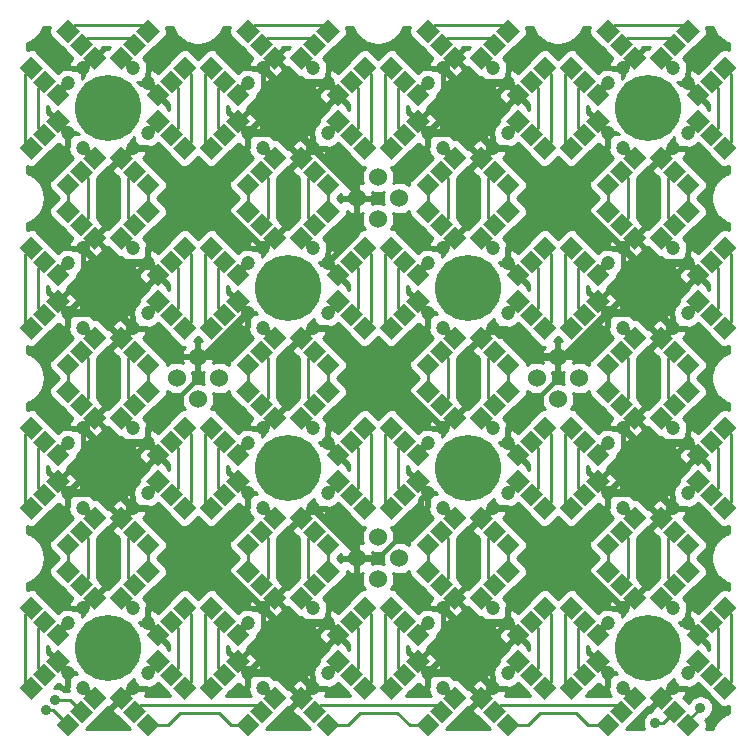
<source format=gtl>
G04 #@! TF.FileFunction,Copper,L1,Top,Signal*
%FSLAX46Y46*%
G04 Gerber Fmt 4.6, Leading zero omitted, Abs format (unit mm)*
G04 Created by KiCad (PCBNEW 4.0.5-e0-6337~49~ubuntu16.04.1) date Mon Jan  2 17:40:18 2017*
%MOMM*%
%LPD*%
G01*
G04 APERTURE LIST*
%ADD10C,0.254000*%
%ADD11C,5.600000*%
%ADD12C,1.200000*%
%ADD13C,1.524000*%
%ADD14C,0.889000*%
%ADD15C,0.635000*%
%ADD16C,0.508000*%
%ADD17C,0.381000*%
%ADD18C,0.250000*%
G04 APERTURE END LIST*
D10*
D11*
X53340000Y7620000D03*
X53340000Y53340000D03*
X38100000Y22860000D03*
X22860000Y22860000D03*
X7620000Y53340000D03*
X7620000Y7620000D03*
X22860000Y38100000D03*
X38100000Y38100000D03*
D10*
G36*
X22726955Y49105736D02*
X21737006Y48115787D01*
X20747057Y49105736D01*
X21737006Y50095685D01*
X22726955Y49105736D01*
X22726955Y49105736D01*
G37*
G36*
X19615685Y52217006D02*
X18625736Y51227057D01*
X17635787Y52217006D01*
X18625736Y53206955D01*
X19615685Y52217006D01*
X19615685Y52217006D01*
G37*
G36*
X18448959Y51050280D02*
X17529720Y50131041D01*
X16539771Y51120990D01*
X17459010Y52040229D01*
X18448959Y51050280D01*
X18448959Y51050280D01*
G37*
G36*
X21560229Y47939010D02*
X20640990Y47019771D01*
X19651041Y48009720D01*
X20570280Y48928959D01*
X21560229Y47939010D01*
X21560229Y47939010D01*
G37*
G36*
X20464213Y46842994D02*
X19474264Y45853045D01*
X18484315Y46842994D01*
X19474264Y47832943D01*
X20464213Y46842994D01*
X20464213Y46842994D01*
G37*
G36*
X17352943Y49954264D02*
X16362994Y48964315D01*
X15373045Y49954264D01*
X16362994Y50944213D01*
X17352943Y49954264D01*
X17352943Y49954264D01*
G37*
D12*
X20747056Y49954264D03*
X19474264Y51227056D03*
D10*
G36*
X57574264Y37966955D02*
X58564213Y36977006D01*
X57574264Y35987057D01*
X56584315Y36977006D01*
X57574264Y37966955D01*
X57574264Y37966955D01*
G37*
G36*
X54462994Y34855685D02*
X55452943Y33865736D01*
X54462994Y32875787D01*
X53473045Y33865736D01*
X54462994Y34855685D01*
X54462994Y34855685D01*
G37*
G36*
X55629720Y33688959D02*
X56548959Y32769720D01*
X55559010Y31779771D01*
X54639771Y32699010D01*
X55629720Y33688959D01*
X55629720Y33688959D01*
G37*
G36*
X58740990Y36800229D02*
X59660229Y35880990D01*
X58670280Y34891041D01*
X57751041Y35810280D01*
X58740990Y36800229D01*
X58740990Y36800229D01*
G37*
G36*
X59837006Y35704213D02*
X60826955Y34714264D01*
X59837006Y33724315D01*
X58847057Y34714264D01*
X59837006Y35704213D01*
X59837006Y35704213D01*
G37*
G36*
X56725736Y32592943D02*
X57715685Y31602994D01*
X56725736Y30613045D01*
X55735787Y31602994D01*
X56725736Y32592943D01*
X56725736Y32592943D01*
G37*
D12*
X56725736Y35987056D03*
X55452944Y34714264D03*
D10*
G36*
X53473045Y42334264D02*
X54462994Y43324213D01*
X55452943Y42334264D01*
X54462994Y41344315D01*
X53473045Y42334264D01*
X53473045Y42334264D01*
G37*
G36*
X56584315Y39222994D02*
X57574264Y40212943D01*
X58564213Y39222994D01*
X57574264Y38233045D01*
X56584315Y39222994D01*
X56584315Y39222994D01*
G37*
G36*
X57751041Y40389720D02*
X58670280Y41308959D01*
X59660229Y40319010D01*
X58740990Y39399771D01*
X57751041Y40389720D01*
X57751041Y40389720D01*
G37*
G36*
X54639771Y43500990D02*
X55559010Y44420229D01*
X56548959Y43430280D01*
X55629720Y42511041D01*
X54639771Y43500990D01*
X54639771Y43500990D01*
G37*
G36*
X55735787Y44597006D02*
X56725736Y45586955D01*
X57715685Y44597006D01*
X56725736Y43607057D01*
X55735787Y44597006D01*
X55735787Y44597006D01*
G37*
G36*
X58847057Y41485736D02*
X59837006Y42475685D01*
X60826955Y41485736D01*
X59837006Y40495787D01*
X58847057Y41485736D01*
X58847057Y41485736D01*
G37*
D12*
X55452944Y41485736D03*
X56725736Y40212944D03*
D10*
G36*
X49105736Y38233045D02*
X48115787Y39222994D01*
X49105736Y40212943D01*
X50095685Y39222994D01*
X49105736Y38233045D01*
X49105736Y38233045D01*
G37*
G36*
X52217006Y41344315D02*
X51227057Y42334264D01*
X52217006Y43324213D01*
X53206955Y42334264D01*
X52217006Y41344315D01*
X52217006Y41344315D01*
G37*
G36*
X51050280Y42511041D02*
X50131041Y43430280D01*
X51120990Y44420229D01*
X52040229Y43500990D01*
X51050280Y42511041D01*
X51050280Y42511041D01*
G37*
G36*
X47939010Y39399771D02*
X47019771Y40319010D01*
X48009720Y41308959D01*
X48928959Y40389720D01*
X47939010Y39399771D01*
X47939010Y39399771D01*
G37*
G36*
X46842994Y40495787D02*
X45853045Y41485736D01*
X46842994Y42475685D01*
X47832943Y41485736D01*
X46842994Y40495787D01*
X46842994Y40495787D01*
G37*
G36*
X49954264Y43607057D02*
X48964315Y44597006D01*
X49954264Y45586955D01*
X50944213Y44597006D01*
X49954264Y43607057D01*
X49954264Y43607057D01*
G37*
D12*
X49954264Y40212944D03*
X51227056Y41485736D03*
D10*
G36*
X53206955Y33865736D02*
X52217006Y32875787D01*
X51227057Y33865736D01*
X52217006Y34855685D01*
X53206955Y33865736D01*
X53206955Y33865736D01*
G37*
G36*
X50095685Y36977006D02*
X49105736Y35987057D01*
X48115787Y36977006D01*
X49105736Y37966955D01*
X50095685Y36977006D01*
X50095685Y36977006D01*
G37*
G36*
X48928959Y35810280D02*
X48009720Y34891041D01*
X47019771Y35880990D01*
X47939010Y36800229D01*
X48928959Y35810280D01*
X48928959Y35810280D01*
G37*
G36*
X52040229Y32699010D02*
X51120990Y31779771D01*
X50131041Y32769720D01*
X51050280Y33688959D01*
X52040229Y32699010D01*
X52040229Y32699010D01*
G37*
G36*
X50944213Y31602994D02*
X49954264Y30613045D01*
X48964315Y31602994D01*
X49954264Y32592943D01*
X50944213Y31602994D01*
X50944213Y31602994D01*
G37*
G36*
X47832943Y34714264D02*
X46842994Y33724315D01*
X45853045Y34714264D01*
X46842994Y35704213D01*
X47832943Y34714264D01*
X47832943Y34714264D01*
G37*
D12*
X51227056Y34714264D03*
X49954264Y35987056D03*
D10*
G36*
X33865736Y38233045D02*
X32875787Y39222994D01*
X33865736Y40212943D01*
X34855685Y39222994D01*
X33865736Y38233045D01*
X33865736Y38233045D01*
G37*
G36*
X36977006Y41344315D02*
X35987057Y42334264D01*
X36977006Y43324213D01*
X37966955Y42334264D01*
X36977006Y41344315D01*
X36977006Y41344315D01*
G37*
G36*
X35810280Y42511041D02*
X34891041Y43430280D01*
X35880990Y44420229D01*
X36800229Y43500990D01*
X35810280Y42511041D01*
X35810280Y42511041D01*
G37*
G36*
X32699010Y39399771D02*
X31779771Y40319010D01*
X32769720Y41308959D01*
X33688959Y40389720D01*
X32699010Y39399771D01*
X32699010Y39399771D01*
G37*
G36*
X31602994Y40495787D02*
X30613045Y41485736D01*
X31602994Y42475685D01*
X32592943Y41485736D01*
X31602994Y40495787D01*
X31602994Y40495787D01*
G37*
G36*
X34714264Y43607057D02*
X33724315Y44597006D01*
X34714264Y45586955D01*
X35704213Y44597006D01*
X34714264Y43607057D01*
X34714264Y43607057D01*
G37*
D12*
X34714264Y40212944D03*
X35987056Y41485736D03*
D10*
G36*
X22726955Y18625736D02*
X21737006Y17635787D01*
X20747057Y18625736D01*
X21737006Y19615685D01*
X22726955Y18625736D01*
X22726955Y18625736D01*
G37*
G36*
X19615685Y21737006D02*
X18625736Y20747057D01*
X17635787Y21737006D01*
X18625736Y22726955D01*
X19615685Y21737006D01*
X19615685Y21737006D01*
G37*
G36*
X18448959Y20570280D02*
X17529720Y19651041D01*
X16539771Y20640990D01*
X17459010Y21560229D01*
X18448959Y20570280D01*
X18448959Y20570280D01*
G37*
G36*
X21560229Y17459010D02*
X20640990Y16539771D01*
X19651041Y17529720D01*
X20570280Y18448959D01*
X21560229Y17459010D01*
X21560229Y17459010D01*
G37*
G36*
X20464213Y16362994D02*
X19474264Y15373045D01*
X18484315Y16362994D01*
X19474264Y17352943D01*
X20464213Y16362994D01*
X20464213Y16362994D01*
G37*
G36*
X17352943Y19474264D02*
X16362994Y18484315D01*
X15373045Y19474264D01*
X16362994Y20464213D01*
X17352943Y19474264D01*
X17352943Y19474264D01*
G37*
D12*
X20747056Y19474264D03*
X19474264Y20747056D03*
D10*
G36*
X11854264Y37966955D02*
X12844213Y36977006D01*
X11854264Y35987057D01*
X10864315Y36977006D01*
X11854264Y37966955D01*
X11854264Y37966955D01*
G37*
G36*
X8742994Y34855685D02*
X9732943Y33865736D01*
X8742994Y32875787D01*
X7753045Y33865736D01*
X8742994Y34855685D01*
X8742994Y34855685D01*
G37*
G36*
X9909720Y33688959D02*
X10828959Y32769720D01*
X9839010Y31779771D01*
X8919771Y32699010D01*
X9909720Y33688959D01*
X9909720Y33688959D01*
G37*
G36*
X13020990Y36800229D02*
X13940229Y35880990D01*
X12950280Y34891041D01*
X12031041Y35810280D01*
X13020990Y36800229D01*
X13020990Y36800229D01*
G37*
G36*
X14117006Y35704213D02*
X15106955Y34714264D01*
X14117006Y33724315D01*
X13127057Y34714264D01*
X14117006Y35704213D01*
X14117006Y35704213D01*
G37*
G36*
X11005736Y32592943D02*
X11995685Y31602994D01*
X11005736Y30613045D01*
X10015787Y31602994D01*
X11005736Y32592943D01*
X11005736Y32592943D01*
G37*
D12*
X11005736Y35987056D03*
X9732944Y34714264D03*
D10*
G36*
X7753045Y42334264D02*
X8742994Y43324213D01*
X9732943Y42334264D01*
X8742994Y41344315D01*
X7753045Y42334264D01*
X7753045Y42334264D01*
G37*
G36*
X10864315Y39222994D02*
X11854264Y40212943D01*
X12844213Y39222994D01*
X11854264Y38233045D01*
X10864315Y39222994D01*
X10864315Y39222994D01*
G37*
G36*
X12031041Y40389720D02*
X12950280Y41308959D01*
X13940229Y40319010D01*
X13020990Y39399771D01*
X12031041Y40389720D01*
X12031041Y40389720D01*
G37*
G36*
X8919771Y43500990D02*
X9839010Y44420229D01*
X10828959Y43430280D01*
X9909720Y42511041D01*
X8919771Y43500990D01*
X8919771Y43500990D01*
G37*
G36*
X10015787Y44597006D02*
X11005736Y45586955D01*
X11995685Y44597006D01*
X11005736Y43607057D01*
X10015787Y44597006D01*
X10015787Y44597006D01*
G37*
G36*
X13127057Y41485736D02*
X14117006Y42475685D01*
X15106955Y41485736D01*
X14117006Y40495787D01*
X13127057Y41485736D01*
X13127057Y41485736D01*
G37*
D12*
X9732944Y41485736D03*
X11005736Y40212944D03*
D10*
G36*
X3385736Y38233045D02*
X2395787Y39222994D01*
X3385736Y40212943D01*
X4375685Y39222994D01*
X3385736Y38233045D01*
X3385736Y38233045D01*
G37*
G36*
X6497006Y41344315D02*
X5507057Y42334264D01*
X6497006Y43324213D01*
X7486955Y42334264D01*
X6497006Y41344315D01*
X6497006Y41344315D01*
G37*
G36*
X5330280Y42511041D02*
X4411041Y43430280D01*
X5400990Y44420229D01*
X6320229Y43500990D01*
X5330280Y42511041D01*
X5330280Y42511041D01*
G37*
G36*
X2219010Y39399771D02*
X1299771Y40319010D01*
X2289720Y41308959D01*
X3208959Y40389720D01*
X2219010Y39399771D01*
X2219010Y39399771D01*
G37*
G36*
X1122994Y40495787D02*
X133045Y41485736D01*
X1122994Y42475685D01*
X2112943Y41485736D01*
X1122994Y40495787D01*
X1122994Y40495787D01*
G37*
G36*
X4234264Y43607057D02*
X3244315Y44597006D01*
X4234264Y45586955D01*
X5224213Y44597006D01*
X4234264Y43607057D01*
X4234264Y43607057D01*
G37*
D12*
X4234264Y40212944D03*
X5507056Y41485736D03*
D10*
G36*
X7486955Y33865736D02*
X6497006Y32875787D01*
X5507057Y33865736D01*
X6497006Y34855685D01*
X7486955Y33865736D01*
X7486955Y33865736D01*
G37*
G36*
X4375685Y36977006D02*
X3385736Y35987057D01*
X2395787Y36977006D01*
X3385736Y37966955D01*
X4375685Y36977006D01*
X4375685Y36977006D01*
G37*
G36*
X3208959Y35810280D02*
X2289720Y34891041D01*
X1299771Y35880990D01*
X2219010Y36800229D01*
X3208959Y35810280D01*
X3208959Y35810280D01*
G37*
G36*
X6320229Y32699010D02*
X5400990Y31779771D01*
X4411041Y32769720D01*
X5330280Y33688959D01*
X6320229Y32699010D01*
X6320229Y32699010D01*
G37*
G36*
X5224213Y31602994D02*
X4234264Y30613045D01*
X3244315Y31602994D01*
X4234264Y32592943D01*
X5224213Y31602994D01*
X5224213Y31602994D01*
G37*
G36*
X2112943Y34714264D02*
X1122994Y33724315D01*
X133045Y34714264D01*
X1122994Y35704213D01*
X2112943Y34714264D01*
X2112943Y34714264D01*
G37*
D12*
X5507056Y34714264D03*
X4234264Y35987056D03*
D10*
G36*
X57574264Y22726955D02*
X58564213Y21737006D01*
X57574264Y20747057D01*
X56584315Y21737006D01*
X57574264Y22726955D01*
X57574264Y22726955D01*
G37*
G36*
X54462994Y19615685D02*
X55452943Y18625736D01*
X54462994Y17635787D01*
X53473045Y18625736D01*
X54462994Y19615685D01*
X54462994Y19615685D01*
G37*
G36*
X55629720Y18448959D02*
X56548959Y17529720D01*
X55559010Y16539771D01*
X54639771Y17459010D01*
X55629720Y18448959D01*
X55629720Y18448959D01*
G37*
G36*
X58740990Y21560229D02*
X59660229Y20640990D01*
X58670280Y19651041D01*
X57751041Y20570280D01*
X58740990Y21560229D01*
X58740990Y21560229D01*
G37*
G36*
X59837006Y20464213D02*
X60826955Y19474264D01*
X59837006Y18484315D01*
X58847057Y19474264D01*
X59837006Y20464213D01*
X59837006Y20464213D01*
G37*
G36*
X56725736Y17352943D02*
X57715685Y16362994D01*
X56725736Y15373045D01*
X55735787Y16362994D01*
X56725736Y17352943D01*
X56725736Y17352943D01*
G37*
D12*
X56725736Y20747056D03*
X55452944Y19474264D03*
D10*
G36*
X53473045Y27094264D02*
X54462994Y28084213D01*
X55452943Y27094264D01*
X54462994Y26104315D01*
X53473045Y27094264D01*
X53473045Y27094264D01*
G37*
G36*
X56584315Y23982994D02*
X57574264Y24972943D01*
X58564213Y23982994D01*
X57574264Y22993045D01*
X56584315Y23982994D01*
X56584315Y23982994D01*
G37*
G36*
X57751041Y25149720D02*
X58670280Y26068959D01*
X59660229Y25079010D01*
X58740990Y24159771D01*
X57751041Y25149720D01*
X57751041Y25149720D01*
G37*
G36*
X54639771Y28260990D02*
X55559010Y29180229D01*
X56548959Y28190280D01*
X55629720Y27271041D01*
X54639771Y28260990D01*
X54639771Y28260990D01*
G37*
G36*
X55735787Y29357006D02*
X56725736Y30346955D01*
X57715685Y29357006D01*
X56725736Y28367057D01*
X55735787Y29357006D01*
X55735787Y29357006D01*
G37*
G36*
X58847057Y26245736D02*
X59837006Y27235685D01*
X60826955Y26245736D01*
X59837006Y25255787D01*
X58847057Y26245736D01*
X58847057Y26245736D01*
G37*
D12*
X55452944Y26245736D03*
X56725736Y24972944D03*
D10*
G36*
X57574264Y53206955D02*
X58564213Y52217006D01*
X57574264Y51227057D01*
X56584315Y52217006D01*
X57574264Y53206955D01*
X57574264Y53206955D01*
G37*
G36*
X54462994Y50095685D02*
X55452943Y49105736D01*
X54462994Y48115787D01*
X53473045Y49105736D01*
X54462994Y50095685D01*
X54462994Y50095685D01*
G37*
G36*
X55629720Y48928959D02*
X56548959Y48009720D01*
X55559010Y47019771D01*
X54639771Y47939010D01*
X55629720Y48928959D01*
X55629720Y48928959D01*
G37*
G36*
X58740990Y52040229D02*
X59660229Y51120990D01*
X58670280Y50131041D01*
X57751041Y51050280D01*
X58740990Y52040229D01*
X58740990Y52040229D01*
G37*
G36*
X59837006Y50944213D02*
X60826955Y49954264D01*
X59837006Y48964315D01*
X58847057Y49954264D01*
X59837006Y50944213D01*
X59837006Y50944213D01*
G37*
G36*
X56725736Y47832943D02*
X57715685Y46842994D01*
X56725736Y45853045D01*
X55735787Y46842994D01*
X56725736Y47832943D01*
X56725736Y47832943D01*
G37*
D12*
X56725736Y51227056D03*
X55452944Y49954264D03*
D10*
G36*
X53473045Y57574264D02*
X54462994Y58564213D01*
X55452943Y57574264D01*
X54462994Y56584315D01*
X53473045Y57574264D01*
X53473045Y57574264D01*
G37*
G36*
X56584315Y54462994D02*
X57574264Y55452943D01*
X58564213Y54462994D01*
X57574264Y53473045D01*
X56584315Y54462994D01*
X56584315Y54462994D01*
G37*
G36*
X57751041Y55629720D02*
X58670280Y56548959D01*
X59660229Y55559010D01*
X58740990Y54639771D01*
X57751041Y55629720D01*
X57751041Y55629720D01*
G37*
G36*
X54639771Y58740990D02*
X55559010Y59660229D01*
X56548959Y58670280D01*
X55629720Y57751041D01*
X54639771Y58740990D01*
X54639771Y58740990D01*
G37*
G36*
X55735787Y59837006D02*
X56725736Y60826955D01*
X57715685Y59837006D01*
X56725736Y58847057D01*
X55735787Y59837006D01*
X55735787Y59837006D01*
G37*
G36*
X58847057Y56725736D02*
X59837006Y57715685D01*
X60826955Y56725736D01*
X59837006Y55735787D01*
X58847057Y56725736D01*
X58847057Y56725736D01*
G37*
D12*
X55452944Y56725736D03*
X56725736Y55452944D03*
D10*
G36*
X49105736Y53473045D02*
X48115787Y54462994D01*
X49105736Y55452943D01*
X50095685Y54462994D01*
X49105736Y53473045D01*
X49105736Y53473045D01*
G37*
G36*
X52217006Y56584315D02*
X51227057Y57574264D01*
X52217006Y58564213D01*
X53206955Y57574264D01*
X52217006Y56584315D01*
X52217006Y56584315D01*
G37*
G36*
X51050280Y57751041D02*
X50131041Y58670280D01*
X51120990Y59660229D01*
X52040229Y58740990D01*
X51050280Y57751041D01*
X51050280Y57751041D01*
G37*
G36*
X47939010Y54639771D02*
X47019771Y55559010D01*
X48009720Y56548959D01*
X48928959Y55629720D01*
X47939010Y54639771D01*
X47939010Y54639771D01*
G37*
G36*
X46842994Y55735787D02*
X45853045Y56725736D01*
X46842994Y57715685D01*
X47832943Y56725736D01*
X46842994Y55735787D01*
X46842994Y55735787D01*
G37*
G36*
X49954264Y58847057D02*
X48964315Y59837006D01*
X49954264Y60826955D01*
X50944213Y59837006D01*
X49954264Y58847057D01*
X49954264Y58847057D01*
G37*
D12*
X49954264Y55452944D03*
X51227056Y56725736D03*
D10*
G36*
X53206955Y49105736D02*
X52217006Y48115787D01*
X51227057Y49105736D01*
X52217006Y50095685D01*
X53206955Y49105736D01*
X53206955Y49105736D01*
G37*
G36*
X50095685Y52217006D02*
X49105736Y51227057D01*
X48115787Y52217006D01*
X49105736Y53206955D01*
X50095685Y52217006D01*
X50095685Y52217006D01*
G37*
G36*
X48928959Y51050280D02*
X48009720Y50131041D01*
X47019771Y51120990D01*
X47939010Y52040229D01*
X48928959Y51050280D01*
X48928959Y51050280D01*
G37*
G36*
X52040229Y47939010D02*
X51120990Y47019771D01*
X50131041Y48009720D01*
X51050280Y48928959D01*
X52040229Y47939010D01*
X52040229Y47939010D01*
G37*
G36*
X50944213Y46842994D02*
X49954264Y45853045D01*
X48964315Y46842994D01*
X49954264Y47832943D01*
X50944213Y46842994D01*
X50944213Y46842994D01*
G37*
G36*
X47832943Y49954264D02*
X46842994Y48964315D01*
X45853045Y49954264D01*
X46842994Y50944213D01*
X47832943Y49954264D01*
X47832943Y49954264D01*
G37*
D12*
X51227056Y49954264D03*
X49954264Y51227056D03*
D10*
G36*
X49105736Y22993045D02*
X48115787Y23982994D01*
X49105736Y24972943D01*
X50095685Y23982994D01*
X49105736Y22993045D01*
X49105736Y22993045D01*
G37*
G36*
X52217006Y26104315D02*
X51227057Y27094264D01*
X52217006Y28084213D01*
X53206955Y27094264D01*
X52217006Y26104315D01*
X52217006Y26104315D01*
G37*
G36*
X51050280Y27271041D02*
X50131041Y28190280D01*
X51120990Y29180229D01*
X52040229Y28260990D01*
X51050280Y27271041D01*
X51050280Y27271041D01*
G37*
G36*
X47939010Y24159771D02*
X47019771Y25079010D01*
X48009720Y26068959D01*
X48928959Y25149720D01*
X47939010Y24159771D01*
X47939010Y24159771D01*
G37*
G36*
X46842994Y25255787D02*
X45853045Y26245736D01*
X46842994Y27235685D01*
X47832943Y26245736D01*
X46842994Y25255787D01*
X46842994Y25255787D01*
G37*
G36*
X49954264Y28367057D02*
X48964315Y29357006D01*
X49954264Y30346955D01*
X50944213Y29357006D01*
X49954264Y28367057D01*
X49954264Y28367057D01*
G37*
D12*
X49954264Y24972944D03*
X51227056Y26245736D03*
D10*
G36*
X53206955Y18625736D02*
X52217006Y17635787D01*
X51227057Y18625736D01*
X52217006Y19615685D01*
X53206955Y18625736D01*
X53206955Y18625736D01*
G37*
G36*
X50095685Y21737006D02*
X49105736Y20747057D01*
X48115787Y21737006D01*
X49105736Y22726955D01*
X50095685Y21737006D01*
X50095685Y21737006D01*
G37*
G36*
X48928959Y20570280D02*
X48009720Y19651041D01*
X47019771Y20640990D01*
X47939010Y21560229D01*
X48928959Y20570280D01*
X48928959Y20570280D01*
G37*
G36*
X52040229Y17459010D02*
X51120990Y16539771D01*
X50131041Y17529720D01*
X51050280Y18448959D01*
X52040229Y17459010D01*
X52040229Y17459010D01*
G37*
G36*
X50944213Y16362994D02*
X49954264Y15373045D01*
X48964315Y16362994D01*
X49954264Y17352943D01*
X50944213Y16362994D01*
X50944213Y16362994D01*
G37*
G36*
X47832943Y19474264D02*
X46842994Y18484315D01*
X45853045Y19474264D01*
X46842994Y20464213D01*
X47832943Y19474264D01*
X47832943Y19474264D01*
G37*
D12*
X51227056Y19474264D03*
X49954264Y20747056D03*
D10*
G36*
X49105736Y7753045D02*
X48115787Y8742994D01*
X49105736Y9732943D01*
X50095685Y8742994D01*
X49105736Y7753045D01*
X49105736Y7753045D01*
G37*
G36*
X52217006Y10864315D02*
X51227057Y11854264D01*
X52217006Y12844213D01*
X53206955Y11854264D01*
X52217006Y10864315D01*
X52217006Y10864315D01*
G37*
G36*
X51050280Y12031041D02*
X50131041Y12950280D01*
X51120990Y13940229D01*
X52040229Y13020990D01*
X51050280Y12031041D01*
X51050280Y12031041D01*
G37*
G36*
X47939010Y8919771D02*
X47019771Y9839010D01*
X48009720Y10828959D01*
X48928959Y9909720D01*
X47939010Y8919771D01*
X47939010Y8919771D01*
G37*
G36*
X46842994Y10015787D02*
X45853045Y11005736D01*
X46842994Y11995685D01*
X47832943Y11005736D01*
X46842994Y10015787D01*
X46842994Y10015787D01*
G37*
G36*
X49954264Y13127057D02*
X48964315Y14117006D01*
X49954264Y15106955D01*
X50944213Y14117006D01*
X49954264Y13127057D01*
X49954264Y13127057D01*
G37*
D12*
X49954264Y9732944D03*
X51227056Y11005736D03*
D10*
G36*
X38233045Y11854264D02*
X39222994Y12844213D01*
X40212943Y11854264D01*
X39222994Y10864315D01*
X38233045Y11854264D01*
X38233045Y11854264D01*
G37*
G36*
X41344315Y8742994D02*
X42334264Y9732943D01*
X43324213Y8742994D01*
X42334264Y7753045D01*
X41344315Y8742994D01*
X41344315Y8742994D01*
G37*
G36*
X42511041Y9909720D02*
X43430280Y10828959D01*
X44420229Y9839010D01*
X43500990Y8919771D01*
X42511041Y9909720D01*
X42511041Y9909720D01*
G37*
G36*
X39399771Y13020990D02*
X40319010Y13940229D01*
X41308959Y12950280D01*
X40389720Y12031041D01*
X39399771Y13020990D01*
X39399771Y13020990D01*
G37*
G36*
X40495787Y14117006D02*
X41485736Y15106955D01*
X42475685Y14117006D01*
X41485736Y13127057D01*
X40495787Y14117006D01*
X40495787Y14117006D01*
G37*
G36*
X43607057Y11005736D02*
X44597006Y11995685D01*
X45586955Y11005736D01*
X44597006Y10015787D01*
X43607057Y11005736D01*
X43607057Y11005736D01*
G37*
D12*
X40212944Y11005736D03*
X41485736Y9732944D03*
D10*
G36*
X42334264Y22726955D02*
X43324213Y21737006D01*
X42334264Y20747057D01*
X41344315Y21737006D01*
X42334264Y22726955D01*
X42334264Y22726955D01*
G37*
G36*
X39222994Y19615685D02*
X40212943Y18625736D01*
X39222994Y17635787D01*
X38233045Y18625736D01*
X39222994Y19615685D01*
X39222994Y19615685D01*
G37*
G36*
X40389720Y18448959D02*
X41308959Y17529720D01*
X40319010Y16539771D01*
X39399771Y17459010D01*
X40389720Y18448959D01*
X40389720Y18448959D01*
G37*
G36*
X43500990Y21560229D02*
X44420229Y20640990D01*
X43430280Y19651041D01*
X42511041Y20570280D01*
X43500990Y21560229D01*
X43500990Y21560229D01*
G37*
G36*
X44597006Y20464213D02*
X45586955Y19474264D01*
X44597006Y18484315D01*
X43607057Y19474264D01*
X44597006Y20464213D01*
X44597006Y20464213D01*
G37*
G36*
X41485736Y17352943D02*
X42475685Y16362994D01*
X41485736Y15373045D01*
X40495787Y16362994D01*
X41485736Y17352943D01*
X41485736Y17352943D01*
G37*
D12*
X41485736Y20747056D03*
X40212944Y19474264D03*
D10*
G36*
X38233045Y27094264D02*
X39222994Y28084213D01*
X40212943Y27094264D01*
X39222994Y26104315D01*
X38233045Y27094264D01*
X38233045Y27094264D01*
G37*
G36*
X41344315Y23982994D02*
X42334264Y24972943D01*
X43324213Y23982994D01*
X42334264Y22993045D01*
X41344315Y23982994D01*
X41344315Y23982994D01*
G37*
G36*
X42511041Y25149720D02*
X43430280Y26068959D01*
X44420229Y25079010D01*
X43500990Y24159771D01*
X42511041Y25149720D01*
X42511041Y25149720D01*
G37*
G36*
X39399771Y28260990D02*
X40319010Y29180229D01*
X41308959Y28190280D01*
X40389720Y27271041D01*
X39399771Y28260990D01*
X39399771Y28260990D01*
G37*
G36*
X40495787Y29357006D02*
X41485736Y30346955D01*
X42475685Y29357006D01*
X41485736Y28367057D01*
X40495787Y29357006D01*
X40495787Y29357006D01*
G37*
G36*
X43607057Y26245736D02*
X44597006Y27235685D01*
X45586955Y26245736D01*
X44597006Y25255787D01*
X43607057Y26245736D01*
X43607057Y26245736D01*
G37*
D12*
X40212944Y26245736D03*
X41485736Y24972944D03*
D10*
G36*
X42334264Y37966955D02*
X43324213Y36977006D01*
X42334264Y35987057D01*
X41344315Y36977006D01*
X42334264Y37966955D01*
X42334264Y37966955D01*
G37*
G36*
X39222994Y34855685D02*
X40212943Y33865736D01*
X39222994Y32875787D01*
X38233045Y33865736D01*
X39222994Y34855685D01*
X39222994Y34855685D01*
G37*
G36*
X40389720Y33688959D02*
X41308959Y32769720D01*
X40319010Y31779771D01*
X39399771Y32699010D01*
X40389720Y33688959D01*
X40389720Y33688959D01*
G37*
G36*
X43500990Y36800229D02*
X44420229Y35880990D01*
X43430280Y34891041D01*
X42511041Y35810280D01*
X43500990Y36800229D01*
X43500990Y36800229D01*
G37*
G36*
X44597006Y35704213D02*
X45586955Y34714264D01*
X44597006Y33724315D01*
X43607057Y34714264D01*
X44597006Y35704213D01*
X44597006Y35704213D01*
G37*
G36*
X41485736Y32592943D02*
X42475685Y31602994D01*
X41485736Y30613045D01*
X40495787Y31602994D01*
X41485736Y32592943D01*
X41485736Y32592943D01*
G37*
D12*
X41485736Y35987056D03*
X40212944Y34714264D03*
D10*
G36*
X42334264Y53206955D02*
X43324213Y52217006D01*
X42334264Y51227057D01*
X41344315Y52217006D01*
X42334264Y53206955D01*
X42334264Y53206955D01*
G37*
G36*
X39222994Y50095685D02*
X40212943Y49105736D01*
X39222994Y48115787D01*
X38233045Y49105736D01*
X39222994Y50095685D01*
X39222994Y50095685D01*
G37*
G36*
X40389720Y48928959D02*
X41308959Y48009720D01*
X40319010Y47019771D01*
X39399771Y47939010D01*
X40389720Y48928959D01*
X40389720Y48928959D01*
G37*
G36*
X43500990Y52040229D02*
X44420229Y51120990D01*
X43430280Y50131041D01*
X42511041Y51050280D01*
X43500990Y52040229D01*
X43500990Y52040229D01*
G37*
G36*
X44597006Y50944213D02*
X45586955Y49954264D01*
X44597006Y48964315D01*
X43607057Y49954264D01*
X44597006Y50944213D01*
X44597006Y50944213D01*
G37*
G36*
X41485736Y47832943D02*
X42475685Y46842994D01*
X41485736Y45853045D01*
X40495787Y46842994D01*
X41485736Y47832943D01*
X41485736Y47832943D01*
G37*
D12*
X41485736Y51227056D03*
X40212944Y49954264D03*
D10*
G36*
X38233045Y57574264D02*
X39222994Y58564213D01*
X40212943Y57574264D01*
X39222994Y56584315D01*
X38233045Y57574264D01*
X38233045Y57574264D01*
G37*
G36*
X41344315Y54462994D02*
X42334264Y55452943D01*
X43324213Y54462994D01*
X42334264Y53473045D01*
X41344315Y54462994D01*
X41344315Y54462994D01*
G37*
G36*
X42511041Y55629720D02*
X43430280Y56548959D01*
X44420229Y55559010D01*
X43500990Y54639771D01*
X42511041Y55629720D01*
X42511041Y55629720D01*
G37*
G36*
X39399771Y58740990D02*
X40319010Y59660229D01*
X41308959Y58670280D01*
X40389720Y57751041D01*
X39399771Y58740990D01*
X39399771Y58740990D01*
G37*
G36*
X40495787Y59837006D02*
X41485736Y60826955D01*
X42475685Y59837006D01*
X41485736Y58847057D01*
X40495787Y59837006D01*
X40495787Y59837006D01*
G37*
G36*
X43607057Y56725736D02*
X44597006Y57715685D01*
X45586955Y56725736D01*
X44597006Y55735787D01*
X43607057Y56725736D01*
X43607057Y56725736D01*
G37*
D12*
X40212944Y56725736D03*
X41485736Y55452944D03*
D10*
G36*
X33865736Y53473045D02*
X32875787Y54462994D01*
X33865736Y55452943D01*
X34855685Y54462994D01*
X33865736Y53473045D01*
X33865736Y53473045D01*
G37*
G36*
X36977006Y56584315D02*
X35987057Y57574264D01*
X36977006Y58564213D01*
X37966955Y57574264D01*
X36977006Y56584315D01*
X36977006Y56584315D01*
G37*
G36*
X35810280Y57751041D02*
X34891041Y58670280D01*
X35880990Y59660229D01*
X36800229Y58740990D01*
X35810280Y57751041D01*
X35810280Y57751041D01*
G37*
G36*
X32699010Y54639771D02*
X31779771Y55559010D01*
X32769720Y56548959D01*
X33688959Y55629720D01*
X32699010Y54639771D01*
X32699010Y54639771D01*
G37*
G36*
X31602994Y55735787D02*
X30613045Y56725736D01*
X31602994Y57715685D01*
X32592943Y56725736D01*
X31602994Y55735787D01*
X31602994Y55735787D01*
G37*
G36*
X34714264Y58847057D02*
X33724315Y59837006D01*
X34714264Y60826955D01*
X35704213Y59837006D01*
X34714264Y58847057D01*
X34714264Y58847057D01*
G37*
D12*
X34714264Y55452944D03*
X35987056Y56725736D03*
D10*
G36*
X37966955Y49105736D02*
X36977006Y48115787D01*
X35987057Y49105736D01*
X36977006Y50095685D01*
X37966955Y49105736D01*
X37966955Y49105736D01*
G37*
G36*
X34855685Y52217006D02*
X33865736Y51227057D01*
X32875787Y52217006D01*
X33865736Y53206955D01*
X34855685Y52217006D01*
X34855685Y52217006D01*
G37*
G36*
X33688959Y51050280D02*
X32769720Y50131041D01*
X31779771Y51120990D01*
X32699010Y52040229D01*
X33688959Y51050280D01*
X33688959Y51050280D01*
G37*
G36*
X36800229Y47939010D02*
X35880990Y47019771D01*
X34891041Y48009720D01*
X35810280Y48928959D01*
X36800229Y47939010D01*
X36800229Y47939010D01*
G37*
G36*
X35704213Y46842994D02*
X34714264Y45853045D01*
X33724315Y46842994D01*
X34714264Y47832943D01*
X35704213Y46842994D01*
X35704213Y46842994D01*
G37*
G36*
X32592943Y49954264D02*
X31602994Y48964315D01*
X30613045Y49954264D01*
X31602994Y50944213D01*
X32592943Y49954264D01*
X32592943Y49954264D01*
G37*
D12*
X35987056Y49954264D03*
X34714264Y51227056D03*
D10*
G36*
X37966955Y33865736D02*
X36977006Y32875787D01*
X35987057Y33865736D01*
X36977006Y34855685D01*
X37966955Y33865736D01*
X37966955Y33865736D01*
G37*
G36*
X34855685Y36977006D02*
X33865736Y35987057D01*
X32875787Y36977006D01*
X33865736Y37966955D01*
X34855685Y36977006D01*
X34855685Y36977006D01*
G37*
G36*
X33688959Y35810280D02*
X32769720Y34891041D01*
X31779771Y35880990D01*
X32699010Y36800229D01*
X33688959Y35810280D01*
X33688959Y35810280D01*
G37*
G36*
X36800229Y32699010D02*
X35880990Y31779771D01*
X34891041Y32769720D01*
X35810280Y33688959D01*
X36800229Y32699010D01*
X36800229Y32699010D01*
G37*
G36*
X35704213Y31602994D02*
X34714264Y30613045D01*
X33724315Y31602994D01*
X34714264Y32592943D01*
X35704213Y31602994D01*
X35704213Y31602994D01*
G37*
G36*
X32592943Y34714264D02*
X31602994Y33724315D01*
X30613045Y34714264D01*
X31602994Y35704213D01*
X32592943Y34714264D01*
X32592943Y34714264D01*
G37*
D12*
X35987056Y34714264D03*
X34714264Y35987056D03*
D10*
G36*
X33865736Y22993045D02*
X32875787Y23982994D01*
X33865736Y24972943D01*
X34855685Y23982994D01*
X33865736Y22993045D01*
X33865736Y22993045D01*
G37*
G36*
X36977006Y26104315D02*
X35987057Y27094264D01*
X36977006Y28084213D01*
X37966955Y27094264D01*
X36977006Y26104315D01*
X36977006Y26104315D01*
G37*
G36*
X35810280Y27271041D02*
X34891041Y28190280D01*
X35880990Y29180229D01*
X36800229Y28260990D01*
X35810280Y27271041D01*
X35810280Y27271041D01*
G37*
G36*
X32699010Y24159771D02*
X31779771Y25079010D01*
X32769720Y26068959D01*
X33688959Y25149720D01*
X32699010Y24159771D01*
X32699010Y24159771D01*
G37*
G36*
X31602994Y25255787D02*
X30613045Y26245736D01*
X31602994Y27235685D01*
X32592943Y26245736D01*
X31602994Y25255787D01*
X31602994Y25255787D01*
G37*
G36*
X34714264Y28367057D02*
X33724315Y29357006D01*
X34714264Y30346955D01*
X35704213Y29357006D01*
X34714264Y28367057D01*
X34714264Y28367057D01*
G37*
D12*
X34714264Y24972944D03*
X35987056Y26245736D03*
D10*
G36*
X37966955Y18625736D02*
X36977006Y17635787D01*
X35987057Y18625736D01*
X36977006Y19615685D01*
X37966955Y18625736D01*
X37966955Y18625736D01*
G37*
G36*
X34855685Y21737006D02*
X33865736Y20747057D01*
X32875787Y21737006D01*
X33865736Y22726955D01*
X34855685Y21737006D01*
X34855685Y21737006D01*
G37*
G36*
X33688959Y20570280D02*
X32769720Y19651041D01*
X31779771Y20640990D01*
X32699010Y21560229D01*
X33688959Y20570280D01*
X33688959Y20570280D01*
G37*
G36*
X36800229Y17459010D02*
X35880990Y16539771D01*
X34891041Y17529720D01*
X35810280Y18448959D01*
X36800229Y17459010D01*
X36800229Y17459010D01*
G37*
G36*
X35704213Y16362994D02*
X34714264Y15373045D01*
X33724315Y16362994D01*
X34714264Y17352943D01*
X35704213Y16362994D01*
X35704213Y16362994D01*
G37*
G36*
X32592943Y19474264D02*
X31602994Y18484315D01*
X30613045Y19474264D01*
X31602994Y20464213D01*
X32592943Y19474264D01*
X32592943Y19474264D01*
G37*
D12*
X35987056Y19474264D03*
X34714264Y20747056D03*
D10*
G36*
X33865736Y7753045D02*
X32875787Y8742994D01*
X33865736Y9732943D01*
X34855685Y8742994D01*
X33865736Y7753045D01*
X33865736Y7753045D01*
G37*
G36*
X36977006Y10864315D02*
X35987057Y11854264D01*
X36977006Y12844213D01*
X37966955Y11854264D01*
X36977006Y10864315D01*
X36977006Y10864315D01*
G37*
G36*
X35810280Y12031041D02*
X34891041Y12950280D01*
X35880990Y13940229D01*
X36800229Y13020990D01*
X35810280Y12031041D01*
X35810280Y12031041D01*
G37*
G36*
X32699010Y8919771D02*
X31779771Y9839010D01*
X32769720Y10828959D01*
X33688959Y9909720D01*
X32699010Y8919771D01*
X32699010Y8919771D01*
G37*
G36*
X31602994Y10015787D02*
X30613045Y11005736D01*
X31602994Y11995685D01*
X32592943Y11005736D01*
X31602994Y10015787D01*
X31602994Y10015787D01*
G37*
G36*
X34714264Y13127057D02*
X33724315Y14117006D01*
X34714264Y15106955D01*
X35704213Y14117006D01*
X34714264Y13127057D01*
X34714264Y13127057D01*
G37*
D12*
X34714264Y9732944D03*
X35987056Y11005736D03*
D10*
G36*
X22993045Y11854264D02*
X23982994Y12844213D01*
X24972943Y11854264D01*
X23982994Y10864315D01*
X22993045Y11854264D01*
X22993045Y11854264D01*
G37*
G36*
X26104315Y8742994D02*
X27094264Y9732943D01*
X28084213Y8742994D01*
X27094264Y7753045D01*
X26104315Y8742994D01*
X26104315Y8742994D01*
G37*
G36*
X27271041Y9909720D02*
X28190280Y10828959D01*
X29180229Y9839010D01*
X28260990Y8919771D01*
X27271041Y9909720D01*
X27271041Y9909720D01*
G37*
G36*
X24159771Y13020990D02*
X25079010Y13940229D01*
X26068959Y12950280D01*
X25149720Y12031041D01*
X24159771Y13020990D01*
X24159771Y13020990D01*
G37*
G36*
X25255787Y14117006D02*
X26245736Y15106955D01*
X27235685Y14117006D01*
X26245736Y13127057D01*
X25255787Y14117006D01*
X25255787Y14117006D01*
G37*
G36*
X28367057Y11005736D02*
X29357006Y11995685D01*
X30346955Y11005736D01*
X29357006Y10015787D01*
X28367057Y11005736D01*
X28367057Y11005736D01*
G37*
D12*
X24972944Y11005736D03*
X26245736Y9732944D03*
D10*
G36*
X27094264Y22726955D02*
X28084213Y21737006D01*
X27094264Y20747057D01*
X26104315Y21737006D01*
X27094264Y22726955D01*
X27094264Y22726955D01*
G37*
G36*
X23982994Y19615685D02*
X24972943Y18625736D01*
X23982994Y17635787D01*
X22993045Y18625736D01*
X23982994Y19615685D01*
X23982994Y19615685D01*
G37*
G36*
X25149720Y18448959D02*
X26068959Y17529720D01*
X25079010Y16539771D01*
X24159771Y17459010D01*
X25149720Y18448959D01*
X25149720Y18448959D01*
G37*
G36*
X28260990Y21560229D02*
X29180229Y20640990D01*
X28190280Y19651041D01*
X27271041Y20570280D01*
X28260990Y21560229D01*
X28260990Y21560229D01*
G37*
G36*
X29357006Y20464213D02*
X30346955Y19474264D01*
X29357006Y18484315D01*
X28367057Y19474264D01*
X29357006Y20464213D01*
X29357006Y20464213D01*
G37*
G36*
X26245736Y17352943D02*
X27235685Y16362994D01*
X26245736Y15373045D01*
X25255787Y16362994D01*
X26245736Y17352943D01*
X26245736Y17352943D01*
G37*
D12*
X26245736Y20747056D03*
X24972944Y19474264D03*
D10*
G36*
X22993045Y27094264D02*
X23982994Y28084213D01*
X24972943Y27094264D01*
X23982994Y26104315D01*
X22993045Y27094264D01*
X22993045Y27094264D01*
G37*
G36*
X26104315Y23982994D02*
X27094264Y24972943D01*
X28084213Y23982994D01*
X27094264Y22993045D01*
X26104315Y23982994D01*
X26104315Y23982994D01*
G37*
G36*
X27271041Y25149720D02*
X28190280Y26068959D01*
X29180229Y25079010D01*
X28260990Y24159771D01*
X27271041Y25149720D01*
X27271041Y25149720D01*
G37*
G36*
X24159771Y28260990D02*
X25079010Y29180229D01*
X26068959Y28190280D01*
X25149720Y27271041D01*
X24159771Y28260990D01*
X24159771Y28260990D01*
G37*
G36*
X25255787Y29357006D02*
X26245736Y30346955D01*
X27235685Y29357006D01*
X26245736Y28367057D01*
X25255787Y29357006D01*
X25255787Y29357006D01*
G37*
G36*
X28367057Y26245736D02*
X29357006Y27235685D01*
X30346955Y26245736D01*
X29357006Y25255787D01*
X28367057Y26245736D01*
X28367057Y26245736D01*
G37*
D12*
X24972944Y26245736D03*
X26245736Y24972944D03*
D10*
G36*
X27094264Y37966955D02*
X28084213Y36977006D01*
X27094264Y35987057D01*
X26104315Y36977006D01*
X27094264Y37966955D01*
X27094264Y37966955D01*
G37*
G36*
X23982994Y34855685D02*
X24972943Y33865736D01*
X23982994Y32875787D01*
X22993045Y33865736D01*
X23982994Y34855685D01*
X23982994Y34855685D01*
G37*
G36*
X25149720Y33688959D02*
X26068959Y32769720D01*
X25079010Y31779771D01*
X24159771Y32699010D01*
X25149720Y33688959D01*
X25149720Y33688959D01*
G37*
G36*
X28260990Y36800229D02*
X29180229Y35880990D01*
X28190280Y34891041D01*
X27271041Y35810280D01*
X28260990Y36800229D01*
X28260990Y36800229D01*
G37*
G36*
X29357006Y35704213D02*
X30346955Y34714264D01*
X29357006Y33724315D01*
X28367057Y34714264D01*
X29357006Y35704213D01*
X29357006Y35704213D01*
G37*
G36*
X26245736Y32592943D02*
X27235685Y31602994D01*
X26245736Y30613045D01*
X25255787Y31602994D01*
X26245736Y32592943D01*
X26245736Y32592943D01*
G37*
D12*
X26245736Y35987056D03*
X24972944Y34714264D03*
D10*
G36*
X22993045Y42334264D02*
X23982994Y43324213D01*
X24972943Y42334264D01*
X23982994Y41344315D01*
X22993045Y42334264D01*
X22993045Y42334264D01*
G37*
G36*
X26104315Y39222994D02*
X27094264Y40212943D01*
X28084213Y39222994D01*
X27094264Y38233045D01*
X26104315Y39222994D01*
X26104315Y39222994D01*
G37*
G36*
X27271041Y40389720D02*
X28190280Y41308959D01*
X29180229Y40319010D01*
X28260990Y39399771D01*
X27271041Y40389720D01*
X27271041Y40389720D01*
G37*
G36*
X24159771Y43500990D02*
X25079010Y44420229D01*
X26068959Y43430280D01*
X25149720Y42511041D01*
X24159771Y43500990D01*
X24159771Y43500990D01*
G37*
G36*
X25255787Y44597006D02*
X26245736Y45586955D01*
X27235685Y44597006D01*
X26245736Y43607057D01*
X25255787Y44597006D01*
X25255787Y44597006D01*
G37*
G36*
X28367057Y41485736D02*
X29357006Y42475685D01*
X30346955Y41485736D01*
X29357006Y40495787D01*
X28367057Y41485736D01*
X28367057Y41485736D01*
G37*
D12*
X24972944Y41485736D03*
X26245736Y40212944D03*
D10*
G36*
X27094264Y53206955D02*
X28084213Y52217006D01*
X27094264Y51227057D01*
X26104315Y52217006D01*
X27094264Y53206955D01*
X27094264Y53206955D01*
G37*
G36*
X23982994Y50095685D02*
X24972943Y49105736D01*
X23982994Y48115787D01*
X22993045Y49105736D01*
X23982994Y50095685D01*
X23982994Y50095685D01*
G37*
G36*
X25149720Y48928959D02*
X26068959Y48009720D01*
X25079010Y47019771D01*
X24159771Y47939010D01*
X25149720Y48928959D01*
X25149720Y48928959D01*
G37*
G36*
X28260990Y52040229D02*
X29180229Y51120990D01*
X28190280Y50131041D01*
X27271041Y51050280D01*
X28260990Y52040229D01*
X28260990Y52040229D01*
G37*
G36*
X29357006Y50944213D02*
X30346955Y49954264D01*
X29357006Y48964315D01*
X28367057Y49954264D01*
X29357006Y50944213D01*
X29357006Y50944213D01*
G37*
G36*
X26245736Y47832943D02*
X27235685Y46842994D01*
X26245736Y45853045D01*
X25255787Y46842994D01*
X26245736Y47832943D01*
X26245736Y47832943D01*
G37*
D12*
X26245736Y51227056D03*
X24972944Y49954264D03*
D10*
G36*
X22993045Y57574264D02*
X23982994Y58564213D01*
X24972943Y57574264D01*
X23982994Y56584315D01*
X22993045Y57574264D01*
X22993045Y57574264D01*
G37*
G36*
X26104315Y54462994D02*
X27094264Y55452943D01*
X28084213Y54462994D01*
X27094264Y53473045D01*
X26104315Y54462994D01*
X26104315Y54462994D01*
G37*
G36*
X27271041Y55629720D02*
X28190280Y56548959D01*
X29180229Y55559010D01*
X28260990Y54639771D01*
X27271041Y55629720D01*
X27271041Y55629720D01*
G37*
G36*
X24159771Y58740990D02*
X25079010Y59660229D01*
X26068959Y58670280D01*
X25149720Y57751041D01*
X24159771Y58740990D01*
X24159771Y58740990D01*
G37*
G36*
X25255787Y59837006D02*
X26245736Y60826955D01*
X27235685Y59837006D01*
X26245736Y58847057D01*
X25255787Y59837006D01*
X25255787Y59837006D01*
G37*
G36*
X28367057Y56725736D02*
X29357006Y57715685D01*
X30346955Y56725736D01*
X29357006Y55735787D01*
X28367057Y56725736D01*
X28367057Y56725736D01*
G37*
D12*
X24972944Y56725736D03*
X26245736Y55452944D03*
D10*
G36*
X18625736Y53473045D02*
X17635787Y54462994D01*
X18625736Y55452943D01*
X19615685Y54462994D01*
X18625736Y53473045D01*
X18625736Y53473045D01*
G37*
G36*
X21737006Y56584315D02*
X20747057Y57574264D01*
X21737006Y58564213D01*
X22726955Y57574264D01*
X21737006Y56584315D01*
X21737006Y56584315D01*
G37*
G36*
X20570280Y57751041D02*
X19651041Y58670280D01*
X20640990Y59660229D01*
X21560229Y58740990D01*
X20570280Y57751041D01*
X20570280Y57751041D01*
G37*
G36*
X17459010Y54639771D02*
X16539771Y55559010D01*
X17529720Y56548959D01*
X18448959Y55629720D01*
X17459010Y54639771D01*
X17459010Y54639771D01*
G37*
G36*
X16362994Y55735787D02*
X15373045Y56725736D01*
X16362994Y57715685D01*
X17352943Y56725736D01*
X16362994Y55735787D01*
X16362994Y55735787D01*
G37*
G36*
X19474264Y58847057D02*
X18484315Y59837006D01*
X19474264Y60826955D01*
X20464213Y59837006D01*
X19474264Y58847057D01*
X19474264Y58847057D01*
G37*
D12*
X19474264Y55452944D03*
X20747056Y56725736D03*
D10*
G36*
X18625736Y38233045D02*
X17635787Y39222994D01*
X18625736Y40212943D01*
X19615685Y39222994D01*
X18625736Y38233045D01*
X18625736Y38233045D01*
G37*
G36*
X21737006Y41344315D02*
X20747057Y42334264D01*
X21737006Y43324213D01*
X22726955Y42334264D01*
X21737006Y41344315D01*
X21737006Y41344315D01*
G37*
G36*
X20570280Y42511041D02*
X19651041Y43430280D01*
X20640990Y44420229D01*
X21560229Y43500990D01*
X20570280Y42511041D01*
X20570280Y42511041D01*
G37*
G36*
X17459010Y39399771D02*
X16539771Y40319010D01*
X17529720Y41308959D01*
X18448959Y40389720D01*
X17459010Y39399771D01*
X17459010Y39399771D01*
G37*
G36*
X16362994Y40495787D02*
X15373045Y41485736D01*
X16362994Y42475685D01*
X17352943Y41485736D01*
X16362994Y40495787D01*
X16362994Y40495787D01*
G37*
G36*
X19474264Y43607057D02*
X18484315Y44597006D01*
X19474264Y45586955D01*
X20464213Y44597006D01*
X19474264Y43607057D01*
X19474264Y43607057D01*
G37*
D12*
X19474264Y40212944D03*
X20747056Y41485736D03*
D10*
G36*
X22726955Y33865736D02*
X21737006Y32875787D01*
X20747057Y33865736D01*
X21737006Y34855685D01*
X22726955Y33865736D01*
X22726955Y33865736D01*
G37*
G36*
X19615685Y36977006D02*
X18625736Y35987057D01*
X17635787Y36977006D01*
X18625736Y37966955D01*
X19615685Y36977006D01*
X19615685Y36977006D01*
G37*
G36*
X18448959Y35810280D02*
X17529720Y34891041D01*
X16539771Y35880990D01*
X17459010Y36800229D01*
X18448959Y35810280D01*
X18448959Y35810280D01*
G37*
G36*
X21560229Y32699010D02*
X20640990Y31779771D01*
X19651041Y32769720D01*
X20570280Y33688959D01*
X21560229Y32699010D01*
X21560229Y32699010D01*
G37*
G36*
X20464213Y31602994D02*
X19474264Y30613045D01*
X18484315Y31602994D01*
X19474264Y32592943D01*
X20464213Y31602994D01*
X20464213Y31602994D01*
G37*
G36*
X17352943Y34714264D02*
X16362994Y33724315D01*
X15373045Y34714264D01*
X16362994Y35704213D01*
X17352943Y34714264D01*
X17352943Y34714264D01*
G37*
D12*
X20747056Y34714264D03*
X19474264Y35987056D03*
D10*
G36*
X18625736Y22993045D02*
X17635787Y23982994D01*
X18625736Y24972943D01*
X19615685Y23982994D01*
X18625736Y22993045D01*
X18625736Y22993045D01*
G37*
G36*
X21737006Y26104315D02*
X20747057Y27094264D01*
X21737006Y28084213D01*
X22726955Y27094264D01*
X21737006Y26104315D01*
X21737006Y26104315D01*
G37*
G36*
X20570280Y27271041D02*
X19651041Y28190280D01*
X20640990Y29180229D01*
X21560229Y28260990D01*
X20570280Y27271041D01*
X20570280Y27271041D01*
G37*
G36*
X17459010Y24159771D02*
X16539771Y25079010D01*
X17529720Y26068959D01*
X18448959Y25149720D01*
X17459010Y24159771D01*
X17459010Y24159771D01*
G37*
G36*
X16362994Y25255787D02*
X15373045Y26245736D01*
X16362994Y27235685D01*
X17352943Y26245736D01*
X16362994Y25255787D01*
X16362994Y25255787D01*
G37*
G36*
X19474264Y28367057D02*
X18484315Y29357006D01*
X19474264Y30346955D01*
X20464213Y29357006D01*
X19474264Y28367057D01*
X19474264Y28367057D01*
G37*
D12*
X19474264Y24972944D03*
X20747056Y26245736D03*
D10*
G36*
X18625736Y7753045D02*
X17635787Y8742994D01*
X18625736Y9732943D01*
X19615685Y8742994D01*
X18625736Y7753045D01*
X18625736Y7753045D01*
G37*
G36*
X21737006Y10864315D02*
X20747057Y11854264D01*
X21737006Y12844213D01*
X22726955Y11854264D01*
X21737006Y10864315D01*
X21737006Y10864315D01*
G37*
G36*
X20570280Y12031041D02*
X19651041Y12950280D01*
X20640990Y13940229D01*
X21560229Y13020990D01*
X20570280Y12031041D01*
X20570280Y12031041D01*
G37*
G36*
X17459010Y8919771D02*
X16539771Y9839010D01*
X17529720Y10828959D01*
X18448959Y9909720D01*
X17459010Y8919771D01*
X17459010Y8919771D01*
G37*
G36*
X16362994Y10015787D02*
X15373045Y11005736D01*
X16362994Y11995685D01*
X17352943Y11005736D01*
X16362994Y10015787D01*
X16362994Y10015787D01*
G37*
G36*
X19474264Y13127057D02*
X18484315Y14117006D01*
X19474264Y15106955D01*
X20464213Y14117006D01*
X19474264Y13127057D01*
X19474264Y13127057D01*
G37*
D12*
X19474264Y9732944D03*
X20747056Y11005736D03*
D10*
G36*
X7753045Y11854264D02*
X8742994Y12844213D01*
X9732943Y11854264D01*
X8742994Y10864315D01*
X7753045Y11854264D01*
X7753045Y11854264D01*
G37*
G36*
X10864315Y8742994D02*
X11854264Y9732943D01*
X12844213Y8742994D01*
X11854264Y7753045D01*
X10864315Y8742994D01*
X10864315Y8742994D01*
G37*
G36*
X12031041Y9909720D02*
X12950280Y10828959D01*
X13940229Y9839010D01*
X13020990Y8919771D01*
X12031041Y9909720D01*
X12031041Y9909720D01*
G37*
G36*
X8919771Y13020990D02*
X9839010Y13940229D01*
X10828959Y12950280D01*
X9909720Y12031041D01*
X8919771Y13020990D01*
X8919771Y13020990D01*
G37*
G36*
X10015787Y14117006D02*
X11005736Y15106955D01*
X11995685Y14117006D01*
X11005736Y13127057D01*
X10015787Y14117006D01*
X10015787Y14117006D01*
G37*
G36*
X13127057Y11005736D02*
X14117006Y11995685D01*
X15106955Y11005736D01*
X14117006Y10015787D01*
X13127057Y11005736D01*
X13127057Y11005736D01*
G37*
D12*
X9732944Y11005736D03*
X11005736Y9732944D03*
D10*
G36*
X11854264Y22726955D02*
X12844213Y21737006D01*
X11854264Y20747057D01*
X10864315Y21737006D01*
X11854264Y22726955D01*
X11854264Y22726955D01*
G37*
G36*
X8742994Y19615685D02*
X9732943Y18625736D01*
X8742994Y17635787D01*
X7753045Y18625736D01*
X8742994Y19615685D01*
X8742994Y19615685D01*
G37*
G36*
X9909720Y18448959D02*
X10828959Y17529720D01*
X9839010Y16539771D01*
X8919771Y17459010D01*
X9909720Y18448959D01*
X9909720Y18448959D01*
G37*
G36*
X13020990Y21560229D02*
X13940229Y20640990D01*
X12950280Y19651041D01*
X12031041Y20570280D01*
X13020990Y21560229D01*
X13020990Y21560229D01*
G37*
G36*
X14117006Y20464213D02*
X15106955Y19474264D01*
X14117006Y18484315D01*
X13127057Y19474264D01*
X14117006Y20464213D01*
X14117006Y20464213D01*
G37*
G36*
X11005736Y17352943D02*
X11995685Y16362994D01*
X11005736Y15373045D01*
X10015787Y16362994D01*
X11005736Y17352943D01*
X11005736Y17352943D01*
G37*
D12*
X11005736Y20747056D03*
X9732944Y19474264D03*
D10*
G36*
X7753045Y27094264D02*
X8742994Y28084213D01*
X9732943Y27094264D01*
X8742994Y26104315D01*
X7753045Y27094264D01*
X7753045Y27094264D01*
G37*
G36*
X10864315Y23982994D02*
X11854264Y24972943D01*
X12844213Y23982994D01*
X11854264Y22993045D01*
X10864315Y23982994D01*
X10864315Y23982994D01*
G37*
G36*
X12031041Y25149720D02*
X12950280Y26068959D01*
X13940229Y25079010D01*
X13020990Y24159771D01*
X12031041Y25149720D01*
X12031041Y25149720D01*
G37*
G36*
X8919771Y28260990D02*
X9839010Y29180229D01*
X10828959Y28190280D01*
X9909720Y27271041D01*
X8919771Y28260990D01*
X8919771Y28260990D01*
G37*
G36*
X10015787Y29357006D02*
X11005736Y30346955D01*
X11995685Y29357006D01*
X11005736Y28367057D01*
X10015787Y29357006D01*
X10015787Y29357006D01*
G37*
G36*
X13127057Y26245736D02*
X14117006Y27235685D01*
X15106955Y26245736D01*
X14117006Y25255787D01*
X13127057Y26245736D01*
X13127057Y26245736D01*
G37*
D12*
X9732944Y26245736D03*
X11005736Y24972944D03*
D10*
G36*
X11854264Y53206955D02*
X12844213Y52217006D01*
X11854264Y51227057D01*
X10864315Y52217006D01*
X11854264Y53206955D01*
X11854264Y53206955D01*
G37*
G36*
X8742994Y50095685D02*
X9732943Y49105736D01*
X8742994Y48115787D01*
X7753045Y49105736D01*
X8742994Y50095685D01*
X8742994Y50095685D01*
G37*
G36*
X9909720Y48928959D02*
X10828959Y48009720D01*
X9839010Y47019771D01*
X8919771Y47939010D01*
X9909720Y48928959D01*
X9909720Y48928959D01*
G37*
G36*
X13020990Y52040229D02*
X13940229Y51120990D01*
X12950280Y50131041D01*
X12031041Y51050280D01*
X13020990Y52040229D01*
X13020990Y52040229D01*
G37*
G36*
X14117006Y50944213D02*
X15106955Y49954264D01*
X14117006Y48964315D01*
X13127057Y49954264D01*
X14117006Y50944213D01*
X14117006Y50944213D01*
G37*
G36*
X11005736Y47832943D02*
X11995685Y46842994D01*
X11005736Y45853045D01*
X10015787Y46842994D01*
X11005736Y47832943D01*
X11005736Y47832943D01*
G37*
D12*
X11005736Y51227056D03*
X9732944Y49954264D03*
D10*
G36*
X7753045Y57574264D02*
X8742994Y58564213D01*
X9732943Y57574264D01*
X8742994Y56584315D01*
X7753045Y57574264D01*
X7753045Y57574264D01*
G37*
G36*
X10864315Y54462994D02*
X11854264Y55452943D01*
X12844213Y54462994D01*
X11854264Y53473045D01*
X10864315Y54462994D01*
X10864315Y54462994D01*
G37*
G36*
X12031041Y55629720D02*
X12950280Y56548959D01*
X13940229Y55559010D01*
X13020990Y54639771D01*
X12031041Y55629720D01*
X12031041Y55629720D01*
G37*
G36*
X8919771Y58740990D02*
X9839010Y59660229D01*
X10828959Y58670280D01*
X9909720Y57751041D01*
X8919771Y58740990D01*
X8919771Y58740990D01*
G37*
G36*
X10015787Y59837006D02*
X11005736Y60826955D01*
X11995685Y59837006D01*
X11005736Y58847057D01*
X10015787Y59837006D01*
X10015787Y59837006D01*
G37*
G36*
X13127057Y56725736D02*
X14117006Y57715685D01*
X15106955Y56725736D01*
X14117006Y55735787D01*
X13127057Y56725736D01*
X13127057Y56725736D01*
G37*
D12*
X9732944Y56725736D03*
X11005736Y55452944D03*
D10*
G36*
X3385736Y53473045D02*
X2395787Y54462994D01*
X3385736Y55452943D01*
X4375685Y54462994D01*
X3385736Y53473045D01*
X3385736Y53473045D01*
G37*
G36*
X6497006Y56584315D02*
X5507057Y57574264D01*
X6497006Y58564213D01*
X7486955Y57574264D01*
X6497006Y56584315D01*
X6497006Y56584315D01*
G37*
G36*
X5330280Y57751041D02*
X4411041Y58670280D01*
X5400990Y59660229D01*
X6320229Y58740990D01*
X5330280Y57751041D01*
X5330280Y57751041D01*
G37*
G36*
X2219010Y54639771D02*
X1299771Y55559010D01*
X2289720Y56548959D01*
X3208959Y55629720D01*
X2219010Y54639771D01*
X2219010Y54639771D01*
G37*
G36*
X1122994Y55735787D02*
X133045Y56725736D01*
X1122994Y57715685D01*
X2112943Y56725736D01*
X1122994Y55735787D01*
X1122994Y55735787D01*
G37*
G36*
X4234264Y58847057D02*
X3244315Y59837006D01*
X4234264Y60826955D01*
X5224213Y59837006D01*
X4234264Y58847057D01*
X4234264Y58847057D01*
G37*
D12*
X4234264Y55452944D03*
X5507056Y56725736D03*
D10*
G36*
X7486955Y49105736D02*
X6497006Y48115787D01*
X5507057Y49105736D01*
X6497006Y50095685D01*
X7486955Y49105736D01*
X7486955Y49105736D01*
G37*
G36*
X4375685Y52217006D02*
X3385736Y51227057D01*
X2395787Y52217006D01*
X3385736Y53206955D01*
X4375685Y52217006D01*
X4375685Y52217006D01*
G37*
G36*
X3208959Y51050280D02*
X2289720Y50131041D01*
X1299771Y51120990D01*
X2219010Y52040229D01*
X3208959Y51050280D01*
X3208959Y51050280D01*
G37*
G36*
X6320229Y47939010D02*
X5400990Y47019771D01*
X4411041Y48009720D01*
X5330280Y48928959D01*
X6320229Y47939010D01*
X6320229Y47939010D01*
G37*
G36*
X5224213Y46842994D02*
X4234264Y45853045D01*
X3244315Y46842994D01*
X4234264Y47832943D01*
X5224213Y46842994D01*
X5224213Y46842994D01*
G37*
G36*
X2112943Y49954264D02*
X1122994Y48964315D01*
X133045Y49954264D01*
X1122994Y50944213D01*
X2112943Y49954264D01*
X2112943Y49954264D01*
G37*
D12*
X5507056Y49954264D03*
X4234264Y51227056D03*
D10*
G36*
X7486955Y18625736D02*
X6497006Y17635787D01*
X5507057Y18625736D01*
X6497006Y19615685D01*
X7486955Y18625736D01*
X7486955Y18625736D01*
G37*
G36*
X4375685Y21737006D02*
X3385736Y20747057D01*
X2395787Y21737006D01*
X3385736Y22726955D01*
X4375685Y21737006D01*
X4375685Y21737006D01*
G37*
G36*
X3208959Y20570280D02*
X2289720Y19651041D01*
X1299771Y20640990D01*
X2219010Y21560229D01*
X3208959Y20570280D01*
X3208959Y20570280D01*
G37*
G36*
X6320229Y17459010D02*
X5400990Y16539771D01*
X4411041Y17529720D01*
X5330280Y18448959D01*
X6320229Y17459010D01*
X6320229Y17459010D01*
G37*
G36*
X5224213Y16362994D02*
X4234264Y15373045D01*
X3244315Y16362994D01*
X4234264Y17352943D01*
X5224213Y16362994D01*
X5224213Y16362994D01*
G37*
G36*
X2112943Y19474264D02*
X1122994Y18484315D01*
X133045Y19474264D01*
X1122994Y20464213D01*
X2112943Y19474264D01*
X2112943Y19474264D01*
G37*
D12*
X5507056Y19474264D03*
X4234264Y20747056D03*
D10*
G36*
X3385736Y7753045D02*
X2395787Y8742994D01*
X3385736Y9732943D01*
X4375685Y8742994D01*
X3385736Y7753045D01*
X3385736Y7753045D01*
G37*
G36*
X6497006Y10864315D02*
X5507057Y11854264D01*
X6497006Y12844213D01*
X7486955Y11854264D01*
X6497006Y10864315D01*
X6497006Y10864315D01*
G37*
G36*
X5330280Y12031041D02*
X4411041Y12950280D01*
X5400990Y13940229D01*
X6320229Y13020990D01*
X5330280Y12031041D01*
X5330280Y12031041D01*
G37*
G36*
X2219010Y8919771D02*
X1299771Y9839010D01*
X2289720Y10828959D01*
X3208959Y9909720D01*
X2219010Y8919771D01*
X2219010Y8919771D01*
G37*
G36*
X1122994Y10015787D02*
X133045Y11005736D01*
X1122994Y11995685D01*
X2112943Y11005736D01*
X1122994Y10015787D01*
X1122994Y10015787D01*
G37*
G36*
X4234264Y13127057D02*
X3244315Y14117006D01*
X4234264Y15106955D01*
X5224213Y14117006D01*
X4234264Y13127057D01*
X4234264Y13127057D01*
G37*
D12*
X4234264Y9732944D03*
X5507056Y11005736D03*
D10*
G36*
X3385736Y22993045D02*
X2395787Y23982994D01*
X3385736Y24972943D01*
X4375685Y23982994D01*
X3385736Y22993045D01*
X3385736Y22993045D01*
G37*
G36*
X6497006Y26104315D02*
X5507057Y27094264D01*
X6497006Y28084213D01*
X7486955Y27094264D01*
X6497006Y26104315D01*
X6497006Y26104315D01*
G37*
G36*
X5330280Y27271041D02*
X4411041Y28190280D01*
X5400990Y29180229D01*
X6320229Y28260990D01*
X5330280Y27271041D01*
X5330280Y27271041D01*
G37*
G36*
X2219010Y24159771D02*
X1299771Y25079010D01*
X2289720Y26068959D01*
X3208959Y25149720D01*
X2219010Y24159771D01*
X2219010Y24159771D01*
G37*
G36*
X1122994Y25255787D02*
X133045Y26245736D01*
X1122994Y27235685D01*
X2112943Y26245736D01*
X1122994Y25255787D01*
X1122994Y25255787D01*
G37*
G36*
X4234264Y28367057D02*
X3244315Y29357006D01*
X4234264Y30346955D01*
X5224213Y29357006D01*
X4234264Y28367057D01*
X4234264Y28367057D01*
G37*
D12*
X4234264Y24972944D03*
X5507056Y26245736D03*
D10*
G36*
X7486955Y3385736D02*
X6497006Y2395787D01*
X5507057Y3385736D01*
X6497006Y4375685D01*
X7486955Y3385736D01*
X7486955Y3385736D01*
G37*
G36*
X4375685Y6497006D02*
X3385736Y5507057D01*
X2395787Y6497006D01*
X3385736Y7486955D01*
X4375685Y6497006D01*
X4375685Y6497006D01*
G37*
G36*
X3208959Y5330280D02*
X2289720Y4411041D01*
X1299771Y5400990D01*
X2219010Y6320229D01*
X3208959Y5330280D01*
X3208959Y5330280D01*
G37*
G36*
X6320229Y2219010D02*
X5400990Y1299771D01*
X4411041Y2289720D01*
X5330280Y3208959D01*
X6320229Y2219010D01*
X6320229Y2219010D01*
G37*
G36*
X5224213Y1122994D02*
X4234264Y133045D01*
X3244315Y1122994D01*
X4234264Y2112943D01*
X5224213Y1122994D01*
X5224213Y1122994D01*
G37*
G36*
X2112943Y4234264D02*
X1122994Y3244315D01*
X133045Y4234264D01*
X1122994Y5224213D01*
X2112943Y4234264D01*
X2112943Y4234264D01*
G37*
D12*
X5507056Y4234264D03*
X4234264Y5507056D03*
D10*
G36*
X11854264Y7486955D02*
X12844213Y6497006D01*
X11854264Y5507057D01*
X10864315Y6497006D01*
X11854264Y7486955D01*
X11854264Y7486955D01*
G37*
G36*
X8742994Y4375685D02*
X9732943Y3385736D01*
X8742994Y2395787D01*
X7753045Y3385736D01*
X8742994Y4375685D01*
X8742994Y4375685D01*
G37*
G36*
X9909720Y3208959D02*
X10828959Y2289720D01*
X9839010Y1299771D01*
X8919771Y2219010D01*
X9909720Y3208959D01*
X9909720Y3208959D01*
G37*
G36*
X13020990Y6320229D02*
X13940229Y5400990D01*
X12950280Y4411041D01*
X12031041Y5330280D01*
X13020990Y6320229D01*
X13020990Y6320229D01*
G37*
G36*
X14117006Y5224213D02*
X15106955Y4234264D01*
X14117006Y3244315D01*
X13127057Y4234264D01*
X14117006Y5224213D01*
X14117006Y5224213D01*
G37*
G36*
X11005736Y2112943D02*
X11995685Y1122994D01*
X11005736Y133045D01*
X10015787Y1122994D01*
X11005736Y2112943D01*
X11005736Y2112943D01*
G37*
D12*
X11005736Y5507056D03*
X9732944Y4234264D03*
D10*
G36*
X22726955Y3385736D02*
X21737006Y2395787D01*
X20747057Y3385736D01*
X21737006Y4375685D01*
X22726955Y3385736D01*
X22726955Y3385736D01*
G37*
G36*
X19615685Y6497006D02*
X18625736Y5507057D01*
X17635787Y6497006D01*
X18625736Y7486955D01*
X19615685Y6497006D01*
X19615685Y6497006D01*
G37*
G36*
X18448959Y5330280D02*
X17529720Y4411041D01*
X16539771Y5400990D01*
X17459010Y6320229D01*
X18448959Y5330280D01*
X18448959Y5330280D01*
G37*
G36*
X21560229Y2219010D02*
X20640990Y1299771D01*
X19651041Y2289720D01*
X20570280Y3208959D01*
X21560229Y2219010D01*
X21560229Y2219010D01*
G37*
G36*
X20464213Y1122994D02*
X19474264Y133045D01*
X18484315Y1122994D01*
X19474264Y2112943D01*
X20464213Y1122994D01*
X20464213Y1122994D01*
G37*
G36*
X17352943Y4234264D02*
X16362994Y3244315D01*
X15373045Y4234264D01*
X16362994Y5224213D01*
X17352943Y4234264D01*
X17352943Y4234264D01*
G37*
D12*
X20747056Y4234264D03*
X19474264Y5507056D03*
D10*
G36*
X27094264Y7486955D02*
X28084213Y6497006D01*
X27094264Y5507057D01*
X26104315Y6497006D01*
X27094264Y7486955D01*
X27094264Y7486955D01*
G37*
G36*
X23982994Y4375685D02*
X24972943Y3385736D01*
X23982994Y2395787D01*
X22993045Y3385736D01*
X23982994Y4375685D01*
X23982994Y4375685D01*
G37*
G36*
X25149720Y3208959D02*
X26068959Y2289720D01*
X25079010Y1299771D01*
X24159771Y2219010D01*
X25149720Y3208959D01*
X25149720Y3208959D01*
G37*
G36*
X28260990Y6320229D02*
X29180229Y5400990D01*
X28190280Y4411041D01*
X27271041Y5330280D01*
X28260990Y6320229D01*
X28260990Y6320229D01*
G37*
G36*
X29357006Y5224213D02*
X30346955Y4234264D01*
X29357006Y3244315D01*
X28367057Y4234264D01*
X29357006Y5224213D01*
X29357006Y5224213D01*
G37*
G36*
X26245736Y2112943D02*
X27235685Y1122994D01*
X26245736Y133045D01*
X25255787Y1122994D01*
X26245736Y2112943D01*
X26245736Y2112943D01*
G37*
D12*
X26245736Y5507056D03*
X24972944Y4234264D03*
D10*
G36*
X37966955Y3385736D02*
X36977006Y2395787D01*
X35987057Y3385736D01*
X36977006Y4375685D01*
X37966955Y3385736D01*
X37966955Y3385736D01*
G37*
G36*
X34855685Y6497006D02*
X33865736Y5507057D01*
X32875787Y6497006D01*
X33865736Y7486955D01*
X34855685Y6497006D01*
X34855685Y6497006D01*
G37*
G36*
X33688959Y5330280D02*
X32769720Y4411041D01*
X31779771Y5400990D01*
X32699010Y6320229D01*
X33688959Y5330280D01*
X33688959Y5330280D01*
G37*
G36*
X36800229Y2219010D02*
X35880990Y1299771D01*
X34891041Y2289720D01*
X35810280Y3208959D01*
X36800229Y2219010D01*
X36800229Y2219010D01*
G37*
G36*
X35704213Y1122994D02*
X34714264Y133045D01*
X33724315Y1122994D01*
X34714264Y2112943D01*
X35704213Y1122994D01*
X35704213Y1122994D01*
G37*
G36*
X32592943Y4234264D02*
X31602994Y3244315D01*
X30613045Y4234264D01*
X31602994Y5224213D01*
X32592943Y4234264D01*
X32592943Y4234264D01*
G37*
D12*
X35987056Y4234264D03*
X34714264Y5507056D03*
D10*
G36*
X42334264Y7486955D02*
X43324213Y6497006D01*
X42334264Y5507057D01*
X41344315Y6497006D01*
X42334264Y7486955D01*
X42334264Y7486955D01*
G37*
G36*
X39222994Y4375685D02*
X40212943Y3385736D01*
X39222994Y2395787D01*
X38233045Y3385736D01*
X39222994Y4375685D01*
X39222994Y4375685D01*
G37*
G36*
X40389720Y3208959D02*
X41308959Y2289720D01*
X40319010Y1299771D01*
X39399771Y2219010D01*
X40389720Y3208959D01*
X40389720Y3208959D01*
G37*
G36*
X43500990Y6320229D02*
X44420229Y5400990D01*
X43430280Y4411041D01*
X42511041Y5330280D01*
X43500990Y6320229D01*
X43500990Y6320229D01*
G37*
G36*
X44597006Y5224213D02*
X45586955Y4234264D01*
X44597006Y3244315D01*
X43607057Y4234264D01*
X44597006Y5224213D01*
X44597006Y5224213D01*
G37*
G36*
X41485736Y2112943D02*
X42475685Y1122994D01*
X41485736Y133045D01*
X40495787Y1122994D01*
X41485736Y2112943D01*
X41485736Y2112943D01*
G37*
D12*
X41485736Y5507056D03*
X40212944Y4234264D03*
D10*
G36*
X53206955Y3385736D02*
X52217006Y2395787D01*
X51227057Y3385736D01*
X52217006Y4375685D01*
X53206955Y3385736D01*
X53206955Y3385736D01*
G37*
G36*
X50095685Y6497006D02*
X49105736Y5507057D01*
X48115787Y6497006D01*
X49105736Y7486955D01*
X50095685Y6497006D01*
X50095685Y6497006D01*
G37*
G36*
X48928959Y5330280D02*
X48009720Y4411041D01*
X47019771Y5400990D01*
X47939010Y6320229D01*
X48928959Y5330280D01*
X48928959Y5330280D01*
G37*
G36*
X52040229Y2219010D02*
X51120990Y1299771D01*
X50131041Y2289720D01*
X51050280Y3208959D01*
X52040229Y2219010D01*
X52040229Y2219010D01*
G37*
G36*
X50944213Y1122994D02*
X49954264Y133045D01*
X48964315Y1122994D01*
X49954264Y2112943D01*
X50944213Y1122994D01*
X50944213Y1122994D01*
G37*
G36*
X47832943Y4234264D02*
X46842994Y3244315D01*
X45853045Y4234264D01*
X46842994Y5224213D01*
X47832943Y4234264D01*
X47832943Y4234264D01*
G37*
D12*
X51227056Y4234264D03*
X49954264Y5507056D03*
D10*
G36*
X57574264Y7486955D02*
X58564213Y6497006D01*
X57574264Y5507057D01*
X56584315Y6497006D01*
X57574264Y7486955D01*
X57574264Y7486955D01*
G37*
G36*
X54462994Y4375685D02*
X55452943Y3385736D01*
X54462994Y2395787D01*
X53473045Y3385736D01*
X54462994Y4375685D01*
X54462994Y4375685D01*
G37*
G36*
X55629720Y3208959D02*
X56548959Y2289720D01*
X55559010Y1299771D01*
X54639771Y2219010D01*
X55629720Y3208959D01*
X55629720Y3208959D01*
G37*
G36*
X58740990Y6320229D02*
X59660229Y5400990D01*
X58670280Y4411041D01*
X57751041Y5330280D01*
X58740990Y6320229D01*
X58740990Y6320229D01*
G37*
G36*
X59837006Y5224213D02*
X60826955Y4234264D01*
X59837006Y3244315D01*
X58847057Y4234264D01*
X59837006Y5224213D01*
X59837006Y5224213D01*
G37*
G36*
X56725736Y2112943D02*
X57715685Y1122994D01*
X56725736Y133045D01*
X55735787Y1122994D01*
X56725736Y2112943D01*
X56725736Y2112943D01*
G37*
D12*
X56725736Y5507056D03*
X55452944Y4234264D03*
D10*
G36*
X38233045Y42334264D02*
X39222994Y43324213D01*
X40212943Y42334264D01*
X39222994Y41344315D01*
X38233045Y42334264D01*
X38233045Y42334264D01*
G37*
G36*
X41344315Y39222994D02*
X42334264Y40212943D01*
X43324213Y39222994D01*
X42334264Y38233045D01*
X41344315Y39222994D01*
X41344315Y39222994D01*
G37*
G36*
X42511041Y40389720D02*
X43430280Y41308959D01*
X44420229Y40319010D01*
X43500990Y39399771D01*
X42511041Y40389720D01*
X42511041Y40389720D01*
G37*
G36*
X39399771Y43500990D02*
X40319010Y44420229D01*
X41308959Y43430280D01*
X40389720Y42511041D01*
X39399771Y43500990D01*
X39399771Y43500990D01*
G37*
G36*
X40495787Y44597006D02*
X41485736Y45586955D01*
X42475685Y44597006D01*
X41485736Y43607057D01*
X40495787Y44597006D01*
X40495787Y44597006D01*
G37*
G36*
X43607057Y41485736D02*
X44597006Y42475685D01*
X45586955Y41485736D01*
X44597006Y40495787D01*
X43607057Y41485736D01*
X43607057Y41485736D01*
G37*
D12*
X40212944Y41485736D03*
X41485736Y40212944D03*
D10*
G36*
X53473045Y11854264D02*
X54462994Y12844213D01*
X55452943Y11854264D01*
X54462994Y10864315D01*
X53473045Y11854264D01*
X53473045Y11854264D01*
G37*
G36*
X56584315Y8742994D02*
X57574264Y9732943D01*
X58564213Y8742994D01*
X57574264Y7753045D01*
X56584315Y8742994D01*
X56584315Y8742994D01*
G37*
G36*
X57751041Y9909720D02*
X58670280Y10828959D01*
X59660229Y9839010D01*
X58740990Y8919771D01*
X57751041Y9909720D01*
X57751041Y9909720D01*
G37*
G36*
X54639771Y13020990D02*
X55559010Y13940229D01*
X56548959Y12950280D01*
X55629720Y12031041D01*
X54639771Y13020990D01*
X54639771Y13020990D01*
G37*
G36*
X55735787Y14117006D02*
X56725736Y15106955D01*
X57715685Y14117006D01*
X56725736Y13127057D01*
X55735787Y14117006D01*
X55735787Y14117006D01*
G37*
G36*
X58847057Y11005736D02*
X59837006Y11995685D01*
X60826955Y11005736D01*
X59837006Y10015787D01*
X58847057Y11005736D01*
X58847057Y11005736D01*
G37*
D12*
X55452944Y11005736D03*
X56725736Y9732944D03*
D13*
X15240000Y28683949D03*
X13443949Y30480000D03*
X15240000Y32276051D03*
X17036051Y30480000D03*
X28683949Y45720000D03*
X30480000Y47516051D03*
X32276051Y45720000D03*
X30480000Y43923949D03*
X30480000Y17036051D03*
X32276051Y15240000D03*
X30480000Y13443949D03*
X28683949Y15240000D03*
X47516051Y30480000D03*
X45720000Y28683949D03*
X43923949Y30480000D03*
X45720000Y32276051D03*
D14*
X2366780Y2366757D03*
X3175008Y3192277D03*
X57785000Y2540000D03*
X53975000Y1270000D03*
D15*
X57574264Y52217006D02*
X57574264Y52075584D01*
X57574264Y52075584D02*
X56725736Y51227056D01*
X54462994Y57574264D02*
X54604416Y57574264D01*
X54604416Y57574264D02*
X55452944Y56725736D01*
X49105736Y54462994D02*
X49105736Y54604416D01*
X49105736Y54604416D02*
X49954264Y55452944D01*
X52217006Y49105736D02*
X52075584Y49105736D01*
X52075584Y49105736D02*
X51227056Y49954264D01*
X42334264Y52217006D02*
X42334264Y52075584D01*
X42334264Y52075584D02*
X41485736Y51227056D01*
X39222994Y57574264D02*
X39364416Y57574264D01*
X39364416Y57574264D02*
X40212944Y56725736D01*
X33865736Y54462994D02*
X33865736Y54604416D01*
X33865736Y54604416D02*
X34714264Y55452944D01*
X36977006Y49105736D02*
X36835584Y49105736D01*
X36835584Y49105736D02*
X35987056Y49954264D01*
X27094264Y52217006D02*
X27094264Y52075584D01*
X27094264Y52075584D02*
X26245736Y51227056D01*
X23982994Y57574264D02*
X24124416Y57574264D01*
X24124416Y57574264D02*
X24972944Y56725736D01*
X18625736Y54462994D02*
X18625736Y54604416D01*
X18625736Y54604416D02*
X19474264Y55452944D01*
X21737006Y49105736D02*
X21595584Y49105736D01*
X21595584Y49105736D02*
X20747056Y49954264D01*
X11854264Y52217006D02*
X11854264Y52075584D01*
X11854264Y52075584D02*
X11005736Y51227056D01*
X8742994Y57574264D02*
X8884416Y57574264D01*
X8884416Y57574264D02*
X9732944Y56725736D01*
X3385736Y54462994D02*
X3385736Y54604416D01*
X3385736Y54604416D02*
X4234264Y55452944D01*
X6497006Y49105736D02*
X6355584Y49105736D01*
X6355584Y49105736D02*
X5507056Y49954264D01*
X57574264Y36977006D02*
X57574264Y36835584D01*
X57574264Y36835584D02*
X56725736Y35987056D01*
X54462994Y42334264D02*
X54604416Y42334264D01*
X54604416Y42334264D02*
X55452944Y41485736D01*
X49105736Y39222994D02*
X49105736Y39364416D01*
X49105736Y39364416D02*
X49954264Y40212944D01*
X52217006Y33865736D02*
X52075584Y33865736D01*
X52075584Y33865736D02*
X51227056Y34714264D01*
X42334264Y36977006D02*
X42334264Y36835584D01*
X42334264Y36835584D02*
X41485736Y35987056D01*
X39222994Y42334264D02*
X39364416Y42334264D01*
X39364416Y42334264D02*
X40212944Y41485736D01*
X33865736Y39222994D02*
X33865736Y39364416D01*
X33865736Y39364416D02*
X34714264Y40212944D01*
X36977006Y33865736D02*
X36835584Y33865736D01*
X36835584Y33865736D02*
X35987056Y34714264D01*
X27094264Y36977006D02*
X27094264Y36835584D01*
X27094264Y36835584D02*
X26245736Y35987056D01*
X23982994Y42334264D02*
X24124416Y42334264D01*
X24124416Y42334264D02*
X24972944Y41485736D01*
X18625736Y39222994D02*
X18625736Y39364416D01*
X18625736Y39364416D02*
X19474264Y40212944D01*
X21737006Y33865736D02*
X21595584Y33865736D01*
X21595584Y33865736D02*
X20747056Y34714264D01*
X11854264Y36977006D02*
X11854264Y36835584D01*
X11854264Y36835584D02*
X11005736Y35987056D01*
X8742994Y42334264D02*
X8884416Y42334264D01*
X8884416Y42334264D02*
X9732944Y41485736D01*
X3385736Y39222994D02*
X3385736Y39364416D01*
X3385736Y39364416D02*
X4234264Y40212944D01*
X6497006Y33865736D02*
X6355584Y33865736D01*
X6355584Y33865736D02*
X5507056Y34714264D01*
X57574264Y21737006D02*
X57574264Y21595584D01*
X57574264Y21595584D02*
X56725736Y20747056D01*
X54462994Y27094264D02*
X54604416Y27094264D01*
X54604416Y27094264D02*
X55452944Y26245736D01*
X49105736Y23982994D02*
X49105736Y24124416D01*
X49105736Y24124416D02*
X49954264Y24972944D01*
X52217006Y18625736D02*
X52075584Y18625736D01*
X52075584Y18625736D02*
X51227056Y19474264D01*
X42334264Y21737006D02*
X42334264Y21595584D01*
X42334264Y21595584D02*
X41485736Y20747056D01*
X39222994Y27094264D02*
X39364416Y27094264D01*
X39364416Y27094264D02*
X40212944Y26245736D01*
X33865736Y23982994D02*
X33865736Y24124416D01*
X33865736Y24124416D02*
X34714264Y24972944D01*
X36977006Y18625736D02*
X36835584Y18625736D01*
X36835584Y18625736D02*
X35987056Y19474264D01*
X27094264Y21737006D02*
X27094264Y21595584D01*
X27094264Y21595584D02*
X26245736Y20747056D01*
X23982994Y27094264D02*
X24124416Y27094264D01*
X24124416Y27094264D02*
X24972944Y26245736D01*
X18625736Y23982994D02*
X18625736Y24124416D01*
X18625736Y24124416D02*
X19474264Y24972944D01*
X21737006Y18625736D02*
X21595584Y18625736D01*
X21595584Y18625736D02*
X20747056Y19474264D01*
X11854264Y21737006D02*
X11854264Y21595584D01*
X11854264Y21595584D02*
X11005736Y20747056D01*
X8742994Y27094264D02*
X8884416Y27094264D01*
X8884416Y27094264D02*
X9732944Y26245736D01*
X3385736Y23982994D02*
X3385736Y24124416D01*
X3385736Y24124416D02*
X4234264Y24972944D01*
X6497006Y18625736D02*
X6355584Y18625736D01*
X6355584Y18625736D02*
X5507056Y19474264D01*
X54462994Y11854264D02*
X54604416Y11854264D01*
X54604416Y11854264D02*
X55452944Y11005736D01*
X49105736Y8742994D02*
X49105736Y8884416D01*
X49105736Y8884416D02*
X49954264Y9732944D01*
X39222994Y11854264D02*
X39364416Y11854264D01*
X39364416Y11854264D02*
X40212944Y11005736D01*
X33865736Y8742994D02*
X33865736Y8884416D01*
X33865736Y8884416D02*
X34714264Y9732944D01*
X23982994Y11854264D02*
X24124416Y11854264D01*
X24124416Y11854264D02*
X24972944Y11005736D01*
X18625736Y8742994D02*
X18625736Y8884416D01*
X18625736Y8884416D02*
X19474264Y9732944D01*
X8742994Y11854264D02*
X8884416Y11854264D01*
X8884416Y11854264D02*
X9732944Y11005736D01*
X3385736Y8742994D02*
X3385736Y8884416D01*
X3385736Y8884416D02*
X4234264Y9732944D01*
X57574264Y6497006D02*
X57574264Y6355584D01*
X57574264Y6355584D02*
X56725736Y5507056D01*
X52217006Y3385736D02*
X52075584Y3385736D01*
X52075584Y3385736D02*
X51227056Y4234264D01*
X42334264Y6497006D02*
X42334264Y6355584D01*
X42334264Y6355584D02*
X41485736Y5507056D01*
X36977006Y3385736D02*
X36835584Y3385736D01*
X36835584Y3385736D02*
X35987056Y4234264D01*
X27094264Y6497006D02*
X27094264Y6355584D01*
X27094264Y6355584D02*
X26245736Y5507056D01*
X21737006Y3385736D02*
X21595584Y3385736D01*
X21595584Y3385736D02*
X20747056Y4234264D01*
X11854264Y6497006D02*
X11854264Y6355584D01*
X11854264Y6355584D02*
X11005736Y5507056D01*
X6497006Y3385736D02*
X6355584Y3385736D01*
X6355584Y3385736D02*
X5507056Y4234264D01*
D10*
X2254365Y5365635D02*
X1688681Y5931319D01*
X1688681Y5931319D02*
X1688681Y9308681D01*
X1688681Y9308681D02*
X2254365Y9874365D01*
X1122994Y4234264D02*
X557310Y4799948D01*
X557310Y4799948D02*
X557310Y10440052D01*
X557310Y10440052D02*
X1122994Y11005736D01*
X5365635Y12985635D02*
X5931319Y13551319D01*
X5931319Y13551319D02*
X5931319Y16928681D01*
X5931319Y16928681D02*
X5365635Y17494365D01*
X4234264Y14117006D02*
X4234264Y16362994D01*
X2254365Y20605635D02*
X1688681Y21171319D01*
X1688681Y21171319D02*
X1688681Y24548681D01*
X1688681Y24548681D02*
X2254365Y25114365D01*
X1122994Y19474264D02*
X557310Y20039948D01*
X557310Y20039948D02*
X557310Y25680052D01*
X557310Y25680052D02*
X1122994Y26245736D01*
X5365635Y32734365D02*
X5931319Y32168681D01*
X5931319Y32168681D02*
X5931319Y28791319D01*
X5931319Y28791319D02*
X5365635Y28225635D01*
X4234264Y31602994D02*
X4234264Y29357006D01*
X2254365Y40354365D02*
X1688681Y39788681D01*
X1688681Y39788681D02*
X1688681Y36411319D01*
X1688681Y36411319D02*
X2254365Y35845635D01*
X1122994Y41485736D02*
X557310Y40920052D01*
X557310Y40920052D02*
X557310Y35279948D01*
X557310Y35279948D02*
X1122994Y34714264D01*
X5365635Y47974365D02*
X5931319Y47408681D01*
X5931319Y47408681D02*
X5931319Y44031319D01*
X5931319Y44031319D02*
X5365635Y43465635D01*
X4234264Y46842994D02*
X4234264Y44597006D01*
X2254365Y55594365D02*
X1688681Y55028681D01*
X1688681Y55028681D02*
X1688681Y51651319D01*
X1688681Y51651319D02*
X2254365Y51085635D01*
X1122994Y56725736D02*
X557310Y56160052D01*
X557310Y56160052D02*
X557310Y50519948D01*
X557310Y50519948D02*
X1122994Y49954264D01*
X12985635Y55594365D02*
X13551319Y55028681D01*
X13551319Y55028681D02*
X13551319Y51651319D01*
X13551319Y51651319D02*
X12985635Y51085635D01*
X14117006Y56725736D02*
X14682690Y56160052D01*
X14682690Y56160052D02*
X14682690Y50519948D01*
X14682690Y50519948D02*
X14117006Y49954264D01*
X9874365Y47974365D02*
X9308681Y47408681D01*
X9308681Y47408681D02*
X9308681Y44031319D01*
X9308681Y44031319D02*
X9874365Y43465635D01*
X11005736Y46842994D02*
X11005736Y44597006D01*
X12985635Y40354365D02*
X13551319Y39788681D01*
X13551319Y39788681D02*
X13551319Y36411319D01*
X13551319Y36411319D02*
X12985635Y35845635D01*
X14117006Y41485736D02*
X14682690Y40920052D01*
X14682690Y40920052D02*
X14682690Y35279948D01*
X14682690Y35279948D02*
X14117006Y34714264D01*
X9874365Y32734365D02*
X9308681Y32168681D01*
X9308681Y32168681D02*
X9308681Y28791319D01*
X9308681Y28791319D02*
X9874365Y28225635D01*
X11005736Y31602994D02*
X11005736Y29357006D01*
X12985635Y20605635D02*
X13551319Y21171319D01*
X13551319Y21171319D02*
X13551319Y24548681D01*
X13551319Y24548681D02*
X12985635Y25114365D01*
X14117006Y19474264D02*
X14682690Y20039948D01*
X14682690Y20039948D02*
X14682690Y25680052D01*
X14682690Y25680052D02*
X14117006Y26245736D01*
X9874365Y12985635D02*
X9308681Y13551319D01*
X9308681Y13551319D02*
X9308681Y16928681D01*
X9308681Y16928681D02*
X9874365Y17494365D01*
X11005736Y14117006D02*
X11005736Y16362994D01*
X12985635Y9874365D02*
X13551319Y9308681D01*
X13551319Y9308681D02*
X13551319Y5931319D01*
X13551319Y5931319D02*
X12985635Y5365635D01*
X14117006Y11005736D02*
X14682690Y10440052D01*
X14682690Y10440052D02*
X14682690Y4799948D01*
X14682690Y4799948D02*
X14117006Y4234264D01*
X17494365Y5365635D02*
X16928681Y5931319D01*
X16928681Y5931319D02*
X16928681Y9308681D01*
X16928681Y9308681D02*
X17494365Y9874365D01*
X16362994Y4234264D02*
X15797310Y4799948D01*
X15797310Y4799948D02*
X15797310Y10440052D01*
X15797310Y10440052D02*
X16362994Y11005736D01*
X20605635Y12985635D02*
X21171319Y13551319D01*
X21171319Y13551319D02*
X21171319Y16928681D01*
X21171319Y16928681D02*
X20605635Y17494365D01*
X19474264Y14117006D02*
X19474264Y16362994D01*
X17494365Y25114365D02*
X16928681Y24548681D01*
X16928681Y24548681D02*
X16928681Y21171319D01*
X16928681Y21171319D02*
X17494365Y20605635D01*
X16362994Y26245736D02*
X15797310Y25680052D01*
X15797310Y25680052D02*
X15797310Y20039948D01*
X15797310Y20039948D02*
X16362994Y19474264D01*
X20605635Y32734365D02*
X21171319Y32168681D01*
X21171319Y32168681D02*
X21171319Y28791319D01*
X21171319Y28791319D02*
X20605635Y28225635D01*
X19474264Y31602994D02*
X19474264Y29357006D01*
X17494365Y40354365D02*
X16928681Y39788681D01*
X16928681Y39788681D02*
X16928681Y36411319D01*
X16928681Y36411319D02*
X17494365Y35845635D01*
X16362994Y41485736D02*
X15797310Y40920052D01*
X15797310Y40920052D02*
X15797310Y35279948D01*
X15797310Y35279948D02*
X16362994Y34714264D01*
X20605635Y47974365D02*
X21171319Y47408681D01*
X21171319Y47408681D02*
X21171319Y44031319D01*
X21171319Y44031319D02*
X20605635Y43465635D01*
X19474264Y46842994D02*
X19474264Y44597006D01*
X17494365Y55594365D02*
X16928681Y55028681D01*
X16928681Y55028681D02*
X16928681Y51651319D01*
X16928681Y51651319D02*
X17494365Y51085635D01*
X16362994Y56725736D02*
X15797310Y56160052D01*
X15797310Y56160052D02*
X15797310Y50519948D01*
X15797310Y50519948D02*
X16362994Y49954264D01*
X28225635Y55594365D02*
X28791319Y55028681D01*
X28791319Y55028681D02*
X28791319Y51651319D01*
X28791319Y51651319D02*
X28225635Y51085635D01*
X29357006Y56725736D02*
X29922690Y56160052D01*
X29922690Y56160052D02*
X29922690Y50519948D01*
X29922690Y50519948D02*
X29357006Y49954264D01*
X25114365Y47974365D02*
X24548681Y47408681D01*
X24548681Y47408681D02*
X24548681Y44031319D01*
X24548681Y44031319D02*
X25114365Y43465635D01*
X26245736Y46842994D02*
X26245736Y44597006D01*
X28225635Y40354365D02*
X28791319Y39788681D01*
X28791319Y39788681D02*
X28791319Y36411319D01*
X28791319Y36411319D02*
X28225635Y35845635D01*
X29357006Y41485736D02*
X29922690Y40920052D01*
X29922690Y40920052D02*
X29922690Y35279948D01*
X29922690Y35279948D02*
X29357006Y34714264D01*
X25114365Y32734365D02*
X24548681Y32168681D01*
X24548681Y32168681D02*
X24548681Y28791319D01*
X24548681Y28791319D02*
X25114365Y28225635D01*
X26245736Y31602994D02*
X26245736Y29357006D01*
X28225635Y20605635D02*
X28791319Y21171319D01*
X28791319Y21171319D02*
X28791319Y24548681D01*
X28791319Y24548681D02*
X28225635Y25114365D01*
X29357006Y26245736D02*
X29922690Y25680052D01*
X29922690Y25680052D02*
X29922690Y20039948D01*
X29922690Y20039948D02*
X29357006Y19474264D01*
X25114365Y17494365D02*
X24548681Y16928681D01*
X24548681Y16928681D02*
X24548681Y13551319D01*
X24548681Y13551319D02*
X25114365Y12985635D01*
X26245736Y16362994D02*
X26245736Y14117006D01*
X28225635Y9874365D02*
X28791319Y9308681D01*
X28791319Y9308681D02*
X28791319Y5931319D01*
X28791319Y5931319D02*
X28225635Y5365635D01*
X29357006Y11005736D02*
X29922690Y10440052D01*
X29922690Y10440052D02*
X29922690Y4799948D01*
X29922690Y4799948D02*
X29357006Y4234264D01*
X32734365Y9874365D02*
X32168681Y9308681D01*
X32168681Y9308681D02*
X32168681Y5931319D01*
X32168681Y5931319D02*
X32734365Y5365635D01*
X31602994Y11005736D02*
X31037310Y10440052D01*
X31037310Y10440052D02*
X31037310Y4799948D01*
X31037310Y4799948D02*
X31602994Y4234264D01*
X35845635Y17494365D02*
X36411319Y16928681D01*
X36411319Y16928681D02*
X36411319Y13551319D01*
X36411319Y13551319D02*
X35845635Y12985635D01*
X34714264Y16362994D02*
X34714264Y14117006D01*
X32734365Y25114365D02*
X32168681Y24548681D01*
X32168681Y24548681D02*
X32168681Y21171319D01*
X32168681Y21171319D02*
X32734365Y20605635D01*
X31602994Y26245736D02*
X31037310Y25680052D01*
X31037310Y25680052D02*
X31037310Y20039948D01*
X31037310Y20039948D02*
X31602994Y19474264D01*
X35845635Y32734365D02*
X36411319Y32168681D01*
X36411319Y32168681D02*
X36411319Y28791319D01*
X36411319Y28791319D02*
X35845635Y28225635D01*
X34714264Y31602994D02*
X34714264Y29357006D01*
X32734365Y40354365D02*
X32168681Y39788681D01*
X32168681Y39788681D02*
X32168681Y36411319D01*
X32168681Y36411319D02*
X32734365Y35845635D01*
X31602994Y41485736D02*
X31037310Y40920052D01*
X31037310Y40920052D02*
X31037310Y35279948D01*
X31037310Y35279948D02*
X31602994Y34714264D01*
X35845635Y47974365D02*
X36411319Y47408681D01*
X36411319Y47408681D02*
X36411319Y44031319D01*
X36411319Y44031319D02*
X35845635Y43465635D01*
X34714264Y46842994D02*
X34714264Y44597006D01*
X32734365Y55594365D02*
X32168681Y55028681D01*
X32168681Y55028681D02*
X32168681Y51651319D01*
X32168681Y51651319D02*
X32734365Y51085635D01*
X31602994Y56725736D02*
X31037310Y56160052D01*
X31037310Y56160052D02*
X31037310Y50519948D01*
X31037310Y50519948D02*
X31602994Y49954264D01*
X43465635Y55594365D02*
X44031319Y55028681D01*
X44031319Y55028681D02*
X44031319Y51651319D01*
X44031319Y51651319D02*
X43465635Y51085635D01*
X44597006Y56725736D02*
X45162690Y56160052D01*
X45162690Y50519948D02*
X44597006Y49954264D01*
X45162690Y56160052D02*
X45162690Y50519948D01*
X40354365Y47974365D02*
X39788681Y47408681D01*
X39788681Y47408681D02*
X39788681Y44031319D01*
X39788681Y44031319D02*
X40354365Y43465635D01*
X41485736Y46842994D02*
X41485736Y44597006D01*
X43465635Y40354365D02*
X44031319Y39788681D01*
X44031319Y39788681D02*
X44031319Y36411319D01*
X44031319Y36411319D02*
X43465635Y35845635D01*
X44597006Y41485736D02*
X45162690Y40920052D01*
X45162690Y40920052D02*
X45162690Y35279948D01*
X45162690Y35279948D02*
X44597006Y34714264D01*
X40354365Y32734365D02*
X39788681Y32168681D01*
X39788681Y32168681D02*
X39788681Y28791319D01*
X39788681Y28791319D02*
X40354365Y28225635D01*
X41485736Y31602994D02*
X41485736Y29357006D01*
X43465635Y25114365D02*
X44031319Y24548681D01*
X44031319Y24548681D02*
X44031319Y21171319D01*
X44031319Y21171319D02*
X43465635Y20605635D01*
X44597006Y26245736D02*
X45162690Y25680052D01*
X45162690Y25680052D02*
X45162690Y20039948D01*
X45162690Y20039948D02*
X44597006Y19474264D01*
X40354365Y17494365D02*
X39788681Y16928681D01*
X39788681Y16928681D02*
X39788681Y13551319D01*
X39788681Y13551319D02*
X40354365Y12985635D01*
X41485736Y16362994D02*
X41485736Y14117006D01*
X43465635Y9874365D02*
X44031319Y9308681D01*
X44031319Y9308681D02*
X44031319Y5931319D01*
X44031319Y5931319D02*
X43465635Y5365635D01*
X44597006Y11005736D02*
X45162690Y10440052D01*
X45162690Y10440052D02*
X45162690Y4799948D01*
X45162690Y4799948D02*
X44597006Y4234264D01*
X47974365Y9874365D02*
X47408681Y9308681D01*
X47408681Y9308681D02*
X47408681Y5931319D01*
X47408681Y5931319D02*
X47974365Y5365635D01*
X46842994Y11005736D02*
X46277310Y10440052D01*
X46277310Y10440052D02*
X46277310Y4799948D01*
X46277310Y4799948D02*
X46842994Y4234264D01*
X51085635Y17494365D02*
X51651319Y16928681D01*
X51651319Y16928681D02*
X51651319Y13551319D01*
X51651319Y13551319D02*
X51085635Y12985635D01*
X49954264Y16362994D02*
X49954264Y14117006D01*
X47974365Y25114365D02*
X47408681Y24548681D01*
X47408681Y24548681D02*
X47408681Y21171319D01*
X47408681Y21171319D02*
X47974365Y20605635D01*
X46842994Y26245736D02*
X46277310Y25680052D01*
X46277310Y25680052D02*
X46277310Y20039948D01*
X46277310Y20039948D02*
X46842994Y19474264D01*
X51085635Y32734365D02*
X51651319Y32168681D01*
X51651319Y32168681D02*
X51651319Y28791319D01*
X51651319Y28791319D02*
X51085635Y28225635D01*
X49954264Y31602994D02*
X49954264Y29357006D01*
X47974365Y40354365D02*
X47408681Y39788681D01*
X47408681Y39788681D02*
X47408681Y36411319D01*
X47408681Y36411319D02*
X47974365Y35845635D01*
X46842994Y41485736D02*
X46277310Y40920052D01*
X46277310Y40920052D02*
X46277310Y35279948D01*
X46277310Y35279948D02*
X46842994Y34714264D01*
X51085635Y47974365D02*
X51651319Y47408681D01*
X51651319Y47408681D02*
X51651319Y44031319D01*
X51651319Y44031319D02*
X51085635Y43465635D01*
X49954264Y46842994D02*
X49954264Y44597006D01*
X47974365Y55594365D02*
X47408681Y55028681D01*
X47408681Y55028681D02*
X47408681Y51651319D01*
X47408681Y51651319D02*
X47974365Y51085635D01*
X46842994Y56725736D02*
X46277310Y56160052D01*
X46277310Y56160052D02*
X46277310Y50519948D01*
X46277310Y50519948D02*
X46842994Y49954264D01*
X58705635Y55594365D02*
X59271319Y55028681D01*
X59271319Y55028681D02*
X59271319Y51651319D01*
X59271319Y51651319D02*
X58705635Y51085635D01*
X59837006Y56725736D02*
X60402690Y56160052D01*
X60402690Y56160052D02*
X60402690Y50519948D01*
X60402690Y50519948D02*
X59837006Y49954264D01*
X55594365Y47974365D02*
X55028681Y47408681D01*
X55028681Y47408681D02*
X55028681Y44031319D01*
X55028681Y44031319D02*
X55594365Y43465635D01*
X56725736Y46842994D02*
X56725736Y44597006D01*
X58705635Y40354365D02*
X59271319Y39788681D01*
X59271319Y36411319D02*
X58705635Y35845635D01*
X59271319Y39788681D02*
X59271319Y36411319D01*
X59837006Y41485736D02*
X60402690Y40920052D01*
X60402690Y40920052D02*
X60402690Y35279948D01*
X60402690Y35279948D02*
X59837006Y34714264D01*
X55594365Y32734365D02*
X55028681Y32168681D01*
X55028681Y32168681D02*
X55028681Y28791319D01*
X55028681Y28791319D02*
X55594365Y28225635D01*
X56725736Y31602994D02*
X56725736Y29357006D01*
X58705635Y25114365D02*
X59271319Y24548681D01*
X59271319Y24548681D02*
X59271319Y21171319D01*
X59271319Y21171319D02*
X58705635Y20605635D01*
X59837006Y26245736D02*
X60402690Y25680052D01*
X60402690Y25680052D02*
X60402690Y20039948D01*
X60402690Y20039948D02*
X59837006Y19474264D01*
X55594365Y17494365D02*
X55028681Y16928681D01*
X55028681Y16928681D02*
X55028681Y13551319D01*
X55028681Y13551319D02*
X55594365Y12985635D01*
X56725736Y16362994D02*
X56725736Y14117006D01*
X58705635Y9874365D02*
X59271319Y9308681D01*
X59271319Y9308681D02*
X59271319Y5931319D01*
X59271319Y5931319D02*
X58705635Y5365635D01*
X59837006Y11005736D02*
X60402690Y10440052D01*
X60402690Y10440052D02*
X60402690Y4799948D01*
X60402690Y4799948D02*
X59837006Y4234264D01*
D16*
X26245736Y40212944D02*
X28683949Y42651157D01*
X28683949Y42651157D02*
X28683949Y45720000D01*
X29210000Y29210000D02*
X33022792Y29210000D01*
X33022792Y29210000D02*
X35987056Y26245736D01*
X26245736Y26245736D02*
X29210000Y29210000D01*
X26245736Y24972944D02*
X26245736Y26245736D01*
X24972944Y34714264D02*
X26245736Y34714264D01*
X26245736Y34714264D02*
X29210000Y31750000D01*
X29210000Y31750000D02*
X31750000Y31750000D01*
X34714264Y34714264D02*
X34714264Y35987056D01*
X31750000Y31750000D02*
X34714264Y34714264D01*
X44450000Y13970000D02*
X48262792Y13970000D01*
X48262792Y13970000D02*
X51227056Y11005736D01*
X41485736Y11005736D02*
X44450000Y13970000D01*
X41485736Y9732944D02*
X41485736Y11005736D01*
X40212944Y19474264D02*
X41485736Y19474264D01*
X41485736Y19474264D02*
X44450000Y16510000D01*
X44450000Y16510000D02*
X46990000Y16510000D01*
X46990000Y16510000D02*
X49954264Y19474264D01*
X49954264Y19474264D02*
X49954264Y20747056D01*
X13970000Y13970000D02*
X17782792Y13970000D01*
X17782792Y13970000D02*
X20747056Y11005736D01*
X11005736Y11005736D02*
X13970000Y13970000D01*
X11005736Y9732944D02*
X11005736Y11005736D01*
X9732944Y19474264D02*
X11005736Y19474264D01*
X11005736Y19474264D02*
X13970000Y16510000D01*
X13970000Y16510000D02*
X16510000Y16510000D01*
X16510000Y16510000D02*
X19474264Y19474264D01*
X19474264Y19474264D02*
X19474264Y20747056D01*
X44450000Y44450000D02*
X48262792Y44450000D01*
X48262792Y44450000D02*
X51227056Y41485736D01*
X41485736Y41485736D02*
X44450000Y44450000D01*
X41485736Y40212944D02*
X41485736Y41485736D01*
X40212944Y49954264D02*
X41485736Y49954264D01*
X41485736Y49954264D02*
X44450000Y46990000D01*
X49954264Y49954264D02*
X49954264Y51227056D01*
X44450000Y46990000D02*
X46990000Y46990000D01*
X46990000Y46990000D02*
X49954264Y49954264D01*
X9732944Y49954264D02*
X11005736Y49954264D01*
X11005736Y49954264D02*
X13970000Y46990000D01*
X13970000Y46990000D02*
X16510000Y46990000D01*
X16510000Y46990000D02*
X19474264Y49954264D01*
X19474264Y49954264D02*
X19474264Y51227056D01*
X13970000Y44450000D02*
X17782792Y44450000D01*
X17782792Y44450000D02*
X20747056Y41485736D01*
X11005736Y41485736D02*
X13970000Y44450000D01*
X11005736Y40212944D02*
X11005736Y41485736D01*
X15240000Y32276051D02*
X15240000Y30480000D01*
D17*
X15240000Y30480000D02*
X11005736Y26245736D01*
D16*
X11005736Y26245736D02*
X11005736Y24972944D01*
X38100000Y32742742D02*
X38100000Y28217258D01*
X38100000Y28217258D02*
X36977006Y27094264D01*
X39222994Y33865736D02*
X38100000Y32742742D01*
X41485736Y9732944D02*
X39372792Y7620000D01*
X39372792Y7620000D02*
X36827208Y7620000D01*
X36827208Y7620000D02*
X34714264Y5507056D01*
X38100000Y17502742D02*
X38100000Y12977258D01*
X38100000Y12977258D02*
X36977006Y11854264D01*
X39222994Y18625736D02*
X38100000Y17502742D01*
X53340000Y17502742D02*
X53340000Y12977258D01*
X53340000Y12977258D02*
X52217006Y11854264D01*
X54462994Y18625736D02*
X53340000Y17502742D01*
X53340000Y32742742D02*
X53340000Y28217258D01*
X53340000Y28217258D02*
X52217006Y27094264D01*
X54462994Y33865736D02*
X53340000Y32742742D01*
X56725736Y24972944D02*
X54612792Y22860000D01*
X54612792Y22860000D02*
X52067208Y22860000D01*
X52067208Y22860000D02*
X49954264Y20747056D01*
X54612792Y38100000D02*
X52067208Y38100000D01*
X52067208Y38100000D02*
X49954264Y35987056D01*
X56725736Y40212944D02*
X54612792Y38100000D01*
X53340000Y47982742D02*
X53340000Y43457258D01*
X53340000Y43457258D02*
X52217006Y42334264D01*
X54462994Y49105736D02*
X53340000Y47982742D01*
X38100000Y47982742D02*
X38100000Y43457258D01*
X38100000Y43457258D02*
X36977006Y42334264D01*
X39222994Y49105736D02*
X38100000Y47982742D01*
X41485736Y55452944D02*
X39372792Y53340000D01*
X39372792Y53340000D02*
X36827208Y53340000D01*
X36827208Y53340000D02*
X34714264Y51227056D01*
X26245736Y9732944D02*
X24132792Y7620000D01*
X24132792Y7620000D02*
X21587208Y7620000D01*
X21587208Y7620000D02*
X19474264Y5507056D01*
X22860000Y17502742D02*
X22860000Y12977258D01*
X22860000Y12977258D02*
X21737006Y11854264D01*
X23982994Y18625736D02*
X22860000Y17502742D01*
X22860000Y32742742D02*
X22860000Y28217258D01*
X22860000Y28217258D02*
X21737006Y27094264D01*
X23982994Y33865736D02*
X22860000Y32742742D01*
X22860000Y47982742D02*
X22860000Y43457258D01*
X22860000Y43457258D02*
X21737006Y42334264D01*
X23982994Y49105736D02*
X22860000Y47982742D01*
X26245736Y55452944D02*
X24132792Y53340000D01*
X24132792Y53340000D02*
X21587208Y53340000D01*
X21587208Y53340000D02*
X19474264Y51227056D01*
X8742994Y18625736D02*
X7620000Y17502742D01*
X7620000Y17502742D02*
X7620000Y12977258D01*
X7620000Y12977258D02*
X6497006Y11854264D01*
X8742994Y33865736D02*
X7620000Y32742742D01*
X7620000Y28217258D02*
X6497006Y27094264D01*
X7620000Y32742742D02*
X7620000Y28217258D01*
X11005736Y24972944D02*
X8892792Y22860000D01*
X8892792Y22860000D02*
X6347208Y22860000D01*
X6347208Y22860000D02*
X4234264Y20747056D01*
X11005736Y40212944D02*
X8892792Y38100000D01*
X8892792Y38100000D02*
X6347208Y38100000D01*
X6347208Y38100000D02*
X4234264Y35987056D01*
X7620000Y47982742D02*
X7620000Y43457258D01*
X7620000Y43457258D02*
X6497006Y42334264D01*
X8742994Y49105736D02*
X7620000Y47982742D01*
D17*
X34114265Y18874265D02*
X30480000Y15240000D01*
D16*
X30480000Y15240000D02*
X28683949Y15240000D01*
X34714264Y20747056D02*
X34114265Y20147057D01*
X34114265Y20147057D02*
X34114265Y18874265D01*
D15*
X28683949Y45720000D02*
X28683949Y46243259D01*
X28683949Y46243259D02*
X24972944Y49954264D01*
X28683949Y15240000D02*
X28683949Y15763259D01*
X28683949Y15763259D02*
X24972944Y19474264D01*
X15240000Y32276051D02*
X15763259Y32276051D01*
X15763259Y32276051D02*
X19474264Y35987056D01*
D16*
X41485736Y24972944D02*
X41485736Y26256165D01*
D17*
X41485736Y26256165D02*
X45720000Y30490429D01*
D16*
X45720000Y30490429D02*
X45720000Y32276051D01*
D15*
X41704735Y34114265D02*
X43542949Y32276051D01*
X43542949Y32276051D02*
X45720000Y32276051D01*
X40212944Y34714264D02*
X40812943Y34114265D01*
X40812943Y34114265D02*
X41704735Y34114265D01*
X45720000Y32276051D02*
X46243259Y32276051D01*
X46243259Y32276051D02*
X49954264Y35987056D01*
X41485736Y55452944D02*
X37259848Y55452944D01*
X37259848Y55452944D02*
X35987056Y56725736D01*
X34714264Y51227056D02*
X38940152Y51227056D01*
X38940152Y51227056D02*
X40212944Y49954264D01*
X26245736Y55452944D02*
X22019848Y55452944D01*
X22019848Y55452944D02*
X20747056Y56725736D01*
X19474264Y51227056D02*
X23700152Y51227056D01*
X23700152Y51227056D02*
X24972944Y49954264D01*
X56725736Y40212944D02*
X52499848Y40212944D01*
X52499848Y40212944D02*
X51227056Y41485736D01*
X49954264Y35987056D02*
X54180152Y35987056D01*
X54180152Y35987056D02*
X55452944Y34714264D01*
X11005736Y40212944D02*
X6779848Y40212944D01*
X6779848Y40212944D02*
X5507056Y41485736D01*
X4234264Y35987056D02*
X8460152Y35987056D01*
X8460152Y35987056D02*
X9732944Y34714264D01*
X52499848Y24972944D02*
X51227056Y26245736D01*
X56725736Y24972944D02*
X52499848Y24972944D01*
X49954264Y20747056D02*
X54180152Y20747056D01*
X54180152Y20747056D02*
X55452944Y19474264D01*
X11005736Y24972944D02*
X6779848Y24972944D01*
X6779848Y24972944D02*
X5507056Y26245736D01*
X4234264Y20747056D02*
X8460152Y20747056D01*
X8460152Y20747056D02*
X9732944Y19474264D01*
X41485736Y9732944D02*
X37259848Y9732944D01*
X37259848Y9732944D02*
X35987056Y11005736D01*
X34714264Y5507056D02*
X38940152Y5507056D01*
X38940152Y5507056D02*
X40212944Y4234264D01*
X26245736Y9732944D02*
X22019848Y9732944D01*
X22019848Y9732944D02*
X20747056Y11005736D01*
X19474264Y5507056D02*
X23700152Y5507056D01*
X23700152Y5507056D02*
X24972944Y4234264D01*
X54462994Y49105736D02*
X54604416Y49105736D01*
X54604416Y49105736D02*
X55452944Y49954264D01*
X57574264Y54462994D02*
X57574264Y54604416D01*
X57574264Y54604416D02*
X56725736Y55452944D01*
X52217006Y57574264D02*
X52075584Y57574264D01*
X52075584Y57574264D02*
X51227056Y56725736D01*
X49105736Y52217006D02*
X49105736Y52075584D01*
X49105736Y52075584D02*
X49954264Y51227056D01*
X39222994Y49105736D02*
X39364416Y49105736D01*
X39364416Y49105736D02*
X40212944Y49954264D01*
X42334264Y54462994D02*
X42334264Y54604416D01*
X42334264Y54604416D02*
X41485736Y55452944D01*
X36977006Y57574264D02*
X36835584Y57574264D01*
X36835584Y57574264D02*
X35987056Y56725736D01*
X33865736Y52217006D02*
X33865736Y52075584D01*
X33865736Y52075584D02*
X34714264Y51227056D01*
X23982994Y49105736D02*
X24124416Y49105736D01*
X24124416Y49105736D02*
X24972944Y49954264D01*
X27094264Y54462994D02*
X27094264Y54604416D01*
X27094264Y54604416D02*
X26245736Y55452944D01*
X21737006Y57574264D02*
X21595584Y57574264D01*
X21595584Y57574264D02*
X20747056Y56725736D01*
X18625736Y52217006D02*
X18625736Y52075584D01*
X18625736Y52075584D02*
X19474264Y51227056D01*
X8742994Y49105736D02*
X8884416Y49105736D01*
X8884416Y49105736D02*
X9732944Y49954264D01*
X11854264Y54462994D02*
X11854264Y54604416D01*
X11854264Y54604416D02*
X11005736Y55452944D01*
X6497006Y57574264D02*
X6355584Y57574264D01*
X6355584Y57574264D02*
X5507056Y56725736D01*
X3385736Y52217006D02*
X3385736Y52075584D01*
X3385736Y52075584D02*
X4234264Y51227056D01*
X54462994Y33865736D02*
X54604416Y33865736D01*
X54604416Y33865736D02*
X55452944Y34714264D01*
X57574264Y39222994D02*
X57574264Y39364416D01*
X57574264Y39364416D02*
X56725736Y40212944D01*
X52217006Y42334264D02*
X52075584Y42334264D01*
X52075584Y42334264D02*
X51227056Y41485736D01*
X49105736Y36977006D02*
X49105736Y36835584D01*
X49105736Y36835584D02*
X49954264Y35987056D01*
X39222994Y33865736D02*
X39364416Y33865736D01*
X39364416Y33865736D02*
X40212944Y34714264D01*
X42334264Y39222994D02*
X42334264Y39364416D01*
X42334264Y39364416D02*
X41485736Y40212944D01*
X36977006Y42334264D02*
X36835584Y42334264D01*
X36835584Y42334264D02*
X35987056Y41485736D01*
X33865736Y36977006D02*
X33865736Y36835584D01*
X33865736Y36835584D02*
X34714264Y35987056D01*
X23982994Y33865736D02*
X24124416Y33865736D01*
X24124416Y33865736D02*
X24972944Y34714264D01*
X27094264Y39222994D02*
X27094264Y39364416D01*
X27094264Y39364416D02*
X26245736Y40212944D01*
X21737006Y42334264D02*
X21595584Y42334264D01*
X21595584Y42334264D02*
X20747056Y41485736D01*
X18625736Y36977006D02*
X18625736Y36835584D01*
X18625736Y36835584D02*
X19474264Y35987056D01*
X8742994Y33865736D02*
X8884416Y33865736D01*
X8884416Y33865736D02*
X9732944Y34714264D01*
X11854264Y39222994D02*
X11854264Y39364416D01*
X11854264Y39364416D02*
X11005736Y40212944D01*
X6497006Y42334264D02*
X6355584Y42334264D01*
X6355584Y42334264D02*
X5507056Y41485736D01*
X3385736Y36977006D02*
X3385736Y36835584D01*
X3385736Y36835584D02*
X4234264Y35987056D01*
X54462994Y18625736D02*
X54604416Y18625736D01*
X54604416Y18625736D02*
X55452944Y19474264D01*
X57574264Y23982994D02*
X57574264Y24124416D01*
X57574264Y24124416D02*
X56725736Y24972944D01*
X52217006Y27094264D02*
X52075584Y27094264D01*
X52075584Y27094264D02*
X51227056Y26245736D01*
X49105736Y21737006D02*
X49105736Y21595584D01*
X49105736Y21595584D02*
X49954264Y20747056D01*
X39222994Y18625736D02*
X39364416Y18625736D01*
X39364416Y18625736D02*
X40212944Y19474264D01*
X42334264Y23982994D02*
X42334264Y24124416D01*
X42334264Y24124416D02*
X41485736Y24972944D01*
X36977006Y27094264D02*
X36835584Y27094264D01*
X36835584Y27094264D02*
X35987056Y26245736D01*
X33865736Y21737006D02*
X33865736Y21595584D01*
X33865736Y21595584D02*
X34714264Y20747056D01*
X23982994Y18625736D02*
X24124416Y18625736D01*
X24124416Y18625736D02*
X24972944Y19474264D01*
X27094264Y23982994D02*
X27094264Y24124416D01*
X27094264Y24124416D02*
X26245736Y24972944D01*
X21737006Y27094264D02*
X21595584Y27094264D01*
X21595584Y27094264D02*
X20747056Y26245736D01*
X18625736Y21737006D02*
X18625736Y21595584D01*
X18625736Y21595584D02*
X19474264Y20747056D01*
X8742994Y18625736D02*
X8884416Y18625736D01*
X8884416Y18625736D02*
X9732944Y19474264D01*
X11854264Y23982994D02*
X11854264Y24124416D01*
X11854264Y24124416D02*
X11005736Y24972944D01*
X6497006Y27094264D02*
X6355584Y27094264D01*
X6355584Y27094264D02*
X5507056Y26245736D01*
X3385736Y21737006D02*
X3385736Y21595584D01*
X3385736Y21595584D02*
X4234264Y20747056D01*
X57574264Y8742994D02*
X57574264Y8884416D01*
X57574264Y8884416D02*
X56725736Y9732944D01*
X52217006Y11854264D02*
X52075584Y11854264D01*
X52075584Y11854264D02*
X51227056Y11005736D01*
X42334264Y8742994D02*
X42334264Y8884416D01*
X42334264Y8884416D02*
X41485736Y9732944D01*
X36977006Y11854264D02*
X36835584Y11854264D01*
X36835584Y11854264D02*
X35987056Y11005736D01*
X27094264Y8742994D02*
X27094264Y8884416D01*
X27094264Y8884416D02*
X26245736Y9732944D01*
X21737006Y11854264D02*
X21595584Y11854264D01*
X21595584Y11854264D02*
X20747056Y11005736D01*
X11854264Y8742994D02*
X11854264Y8884416D01*
X11854264Y8884416D02*
X11005736Y9732944D01*
X6497006Y11854264D02*
X6355584Y11854264D01*
X6355584Y11854264D02*
X5507056Y11005736D01*
X54462994Y3385736D02*
X54604416Y3385736D01*
X54604416Y3385736D02*
X55452944Y4234264D01*
X49105736Y6497006D02*
X49105736Y6355584D01*
X49105736Y6355584D02*
X49954264Y5507056D01*
X39222994Y3385736D02*
X39364416Y3385736D01*
X39364416Y3385736D02*
X40212944Y4234264D01*
X33865736Y6497006D02*
X33865736Y6355584D01*
X33865736Y6355584D02*
X34714264Y5507056D01*
X23982994Y3385736D02*
X24124416Y3385736D01*
X24124416Y3385736D02*
X24972944Y4234264D01*
X18625736Y6497006D02*
X18625736Y6355584D01*
X18625736Y6355584D02*
X19474264Y5507056D01*
X8742994Y3385736D02*
X8884416Y3385736D01*
X8884416Y3385736D02*
X9732944Y4234264D01*
X3385736Y6497006D02*
X3385736Y6355584D01*
X3385736Y6355584D02*
X4234264Y5507056D01*
D10*
X4234264Y1122994D02*
X2990501Y2366757D01*
X2990501Y2366757D02*
X2366780Y2366757D01*
X4427723Y3192277D02*
X3175008Y3192277D01*
X5365635Y2254365D02*
X4427723Y3192277D01*
X56725736Y1480736D02*
X57785000Y2540000D01*
X56725736Y1122994D02*
X56725736Y1480736D01*
X54610000Y1270000D02*
X53975000Y1270000D01*
X55594365Y2254365D02*
X54610000Y1270000D01*
X5365635Y58705635D02*
X5931319Y59271319D01*
X5931319Y59271319D02*
X9308681Y59271319D01*
X9308681Y59271319D02*
X9874365Y58705635D01*
X4234264Y59837006D02*
X4799948Y60402690D01*
X4799948Y60402690D02*
X10440052Y60402690D01*
X10440052Y60402690D02*
X11005736Y59837006D01*
X9874365Y2254365D02*
X10440049Y2820049D01*
X20039951Y2820049D02*
X20605635Y2254365D01*
X10440049Y2820049D02*
X20039951Y2820049D01*
X11005736Y1122994D02*
X12679994Y1122994D01*
X12679994Y1122994D02*
X13716000Y2159000D01*
X13716000Y2159000D02*
X17018000Y2159000D01*
X17018000Y2159000D02*
X18054006Y1122994D01*
X18054006Y1122994D02*
X19474264Y1122994D01*
X20605635Y58705635D02*
X21171319Y59271319D01*
X21171319Y59271319D02*
X24548681Y59271319D01*
X24548681Y59271319D02*
X25114365Y58705635D01*
X19474264Y59837006D02*
X20039948Y60402690D01*
X20039948Y60402690D02*
X25680052Y60402690D01*
X25680052Y60402690D02*
X26245736Y59837006D01*
X25114365Y2254365D02*
X25680049Y2820049D01*
X25680049Y2820049D02*
X35279951Y2820049D01*
X35279951Y2820049D02*
X35845635Y2254365D01*
X26245736Y1122994D02*
X27919994Y1122994D01*
X32131000Y2159000D02*
X33167006Y1122994D01*
X28956000Y2159000D02*
X32131000Y2159000D01*
X27919994Y1122994D02*
X28956000Y2159000D01*
X33167006Y1122994D02*
X34714264Y1122994D01*
X35845635Y58705635D02*
X36411319Y59271319D01*
X36411319Y59271319D02*
X39788681Y59271319D01*
X39788681Y59271319D02*
X40354365Y58705635D01*
X34714264Y59837006D02*
X35279948Y60402690D01*
X35279948Y60402690D02*
X40920052Y60402690D01*
X40920052Y60402690D02*
X41485736Y59837006D01*
X40354365Y2254365D02*
X40920049Y2820049D01*
X40920049Y2820049D02*
X50519951Y2820049D01*
X50519951Y2820049D02*
X51085635Y2254365D01*
X41485736Y1122994D02*
X43159994Y1122994D01*
X48280006Y1122994D02*
X49954264Y1122994D01*
X43159994Y1122994D02*
X44196000Y2159000D01*
X44196000Y2159000D02*
X47244000Y2159000D01*
X47244000Y2159000D02*
X48280006Y1122994D01*
X51085635Y58705635D02*
X51651319Y59271319D01*
X51651319Y59271319D02*
X55028681Y59271319D01*
X55028681Y59271319D02*
X55594365Y58705635D01*
X49954264Y59837006D02*
X50519948Y60402690D01*
X50519948Y60402690D02*
X56160052Y60402690D01*
X56160052Y60402690D02*
X56725736Y59837006D01*
D18*
G36*
X13116712Y60147052D02*
X13143123Y60084222D01*
X13168655Y60021028D01*
X13173585Y60011757D01*
X13315051Y59750121D01*
X13353138Y59693655D01*
X13390483Y59636585D01*
X13397120Y59628448D01*
X13586710Y59399273D01*
X13635068Y59351251D01*
X13682761Y59302548D01*
X13690851Y59295855D01*
X13921346Y59107869D01*
X13978111Y59070154D01*
X14034353Y59031645D01*
X14043589Y59026651D01*
X14306207Y58887015D01*
X14369197Y58861053D01*
X14431865Y58834193D01*
X14441896Y58831088D01*
X14726634Y58745120D01*
X14793464Y58731887D01*
X14860163Y58717710D01*
X14870603Y58716613D01*
X14870605Y58716613D01*
X15166618Y58687589D01*
X15199460Y58687589D01*
X15232115Y58684041D01*
X15242615Y58684005D01*
X15253254Y58684042D01*
X15285939Y58687361D01*
X15318794Y58687132D01*
X15329244Y58688156D01*
X15625047Y58719246D01*
X15691792Y58732947D01*
X15758765Y58745723D01*
X15768817Y58748758D01*
X16052948Y58836712D01*
X16115778Y58863123D01*
X16178972Y58888655D01*
X16188243Y58893585D01*
X16449879Y59035051D01*
X16506345Y59073138D01*
X16563415Y59110483D01*
X16571552Y59117120D01*
X16800727Y59306710D01*
X16848749Y59355068D01*
X16897452Y59402761D01*
X16904145Y59410851D01*
X17092131Y59641346D01*
X17129863Y59698137D01*
X17168355Y59754353D01*
X17173349Y59763589D01*
X17312985Y60026207D01*
X17338947Y60089197D01*
X17365807Y60151865D01*
X17368912Y60161896D01*
X17382832Y60208000D01*
X17977945Y60208000D01*
X17975470Y60205096D01*
X17893068Y60048762D01*
X17857482Y59875661D01*
X17871530Y59699499D01*
X17934099Y59534225D01*
X18040235Y59392926D01*
X19030184Y58402977D01*
X19106174Y58338212D01*
X19133736Y58323684D01*
X19206961Y58226200D01*
X19857272Y57575889D01*
X19788697Y57507315D01*
X19795486Y57500526D01*
X19682891Y57344390D01*
X19582645Y57124894D01*
X19557123Y57040761D01*
X19679673Y56850736D01*
X20445277Y56850736D01*
X20556136Y56739877D01*
X20652480Y56836221D01*
X20822187Y56836221D01*
X20872056Y56886090D01*
X20872056Y56850736D01*
X21190254Y56850736D01*
X20998963Y56659445D01*
X20998963Y56600736D01*
X20872056Y56600736D01*
X20872056Y55658353D01*
X21062081Y55535803D01*
X21288172Y55620126D01*
X21493468Y55746936D01*
X21670080Y55911361D01*
X21704661Y55959315D01*
X21798563Y55959315D01*
X21919312Y55983333D01*
X22033055Y56030446D01*
X22135420Y56098845D01*
X22475049Y56438474D01*
X22475049Y56659445D01*
X21828471Y57306022D01*
X21725856Y57472148D01*
X21583132Y57625451D01*
X21722864Y57765183D01*
X21737006Y57751041D01*
X22475049Y58489083D01*
X22475049Y58519319D01*
X23049940Y58519319D01*
X22842928Y58312307D01*
X22651825Y58312307D01*
X21913783Y57574264D01*
X22651825Y56836221D01*
X22842928Y56836221D01*
X23538914Y56140235D01*
X23614904Y56075470D01*
X23771238Y55993068D01*
X23944339Y55957482D01*
X24007397Y55962511D01*
X24008275Y55961148D01*
X24175156Y55788338D01*
X24372424Y55651233D01*
X24592567Y55555055D01*
X24827197Y55503468D01*
X25067380Y55498437D01*
X25303965Y55540153D01*
X25401396Y55577944D01*
X25943957Y55577944D01*
X26054816Y55467085D01*
X26231595Y55643864D01*
X26120736Y55754723D01*
X26120736Y56291814D01*
X26140941Y56337195D01*
X26194165Y56571460D01*
X26197996Y56845853D01*
X26151334Y57081513D01*
X26059788Y57303621D01*
X25926844Y57503718D01*
X25858938Y57572099D01*
X26513039Y58226200D01*
X26577804Y58302190D01*
X26592332Y58329752D01*
X26689816Y58402977D01*
X27679765Y59392926D01*
X27744530Y59468916D01*
X27826932Y59625250D01*
X27862518Y59798351D01*
X27848470Y59974513D01*
X27785901Y60139787D01*
X27734663Y60208000D01*
X28338410Y60208000D01*
X28362439Y60132250D01*
X28389273Y60069643D01*
X28415260Y60006592D01*
X28420255Y59997356D01*
X28563544Y59736713D01*
X28602030Y59680505D01*
X28639769Y59623703D01*
X28646462Y59615613D01*
X28837648Y59387767D01*
X28886312Y59340113D01*
X28934369Y59291718D01*
X28942507Y59285082D01*
X29174307Y59098709D01*
X29231345Y59061385D01*
X29287845Y59023275D01*
X29297116Y59018345D01*
X29560703Y58880546D01*
X29623883Y58855020D01*
X29686726Y58828603D01*
X29696778Y58825568D01*
X29982109Y58741590D01*
X30049027Y58728825D01*
X30115825Y58715113D01*
X30126275Y58714089D01*
X30422483Y58687132D01*
X30490639Y58687608D01*
X30558794Y58687132D01*
X30569244Y58688156D01*
X30865047Y58719246D01*
X30931792Y58732947D01*
X30998765Y58745723D01*
X31008817Y58748758D01*
X31292948Y58836712D01*
X31355778Y58863123D01*
X31418972Y58888655D01*
X31428243Y58893585D01*
X31689879Y59035051D01*
X31746345Y59073138D01*
X31803415Y59110483D01*
X31811552Y59117120D01*
X32040727Y59306710D01*
X32088749Y59355068D01*
X32137452Y59402761D01*
X32144145Y59410851D01*
X32332131Y59641346D01*
X32369863Y59698137D01*
X32408355Y59754353D01*
X32413349Y59763589D01*
X32552985Y60026207D01*
X32578947Y60089197D01*
X32605807Y60151865D01*
X32608912Y60161896D01*
X32622832Y60208000D01*
X33217945Y60208000D01*
X33215470Y60205096D01*
X33133068Y60048762D01*
X33097482Y59875661D01*
X33111530Y59699499D01*
X33174099Y59534225D01*
X33280235Y59392926D01*
X34270184Y58402977D01*
X34346174Y58338212D01*
X34373736Y58323684D01*
X34446961Y58226200D01*
X35097272Y57575889D01*
X35028697Y57507315D01*
X35035486Y57500526D01*
X34922891Y57344390D01*
X34822645Y57124894D01*
X34797123Y57040761D01*
X34919673Y56850736D01*
X35685277Y56850736D01*
X35796136Y56739877D01*
X35892480Y56836221D01*
X36062187Y56836221D01*
X36112056Y56886090D01*
X36112056Y56850736D01*
X36430254Y56850736D01*
X36238963Y56659445D01*
X36238963Y56600736D01*
X36112056Y56600736D01*
X36112056Y55658353D01*
X36302081Y55535803D01*
X36528172Y55620126D01*
X36733468Y55746936D01*
X36910080Y55911361D01*
X36944661Y55959315D01*
X37038563Y55959315D01*
X37159312Y55983333D01*
X37273055Y56030446D01*
X37375420Y56098845D01*
X37715049Y56438474D01*
X37715049Y56659445D01*
X37068471Y57306022D01*
X36965856Y57472148D01*
X36823132Y57625451D01*
X36962864Y57765183D01*
X36977006Y57751041D01*
X37715049Y58489083D01*
X37715049Y58519319D01*
X38289940Y58519319D01*
X38082928Y58312307D01*
X37891825Y58312307D01*
X37153783Y57574264D01*
X37891825Y56836221D01*
X38082928Y56836221D01*
X38778914Y56140235D01*
X38854904Y56075470D01*
X39011238Y55993068D01*
X39184339Y55957482D01*
X39247397Y55962511D01*
X39248275Y55961148D01*
X39415156Y55788338D01*
X39612424Y55651233D01*
X39832567Y55555055D01*
X40067197Y55503468D01*
X40307380Y55498437D01*
X40543965Y55540153D01*
X40641396Y55577944D01*
X41183957Y55577944D01*
X41294816Y55467085D01*
X41471595Y55643864D01*
X41360736Y55754723D01*
X41360736Y56291814D01*
X41380941Y56337195D01*
X41434165Y56571460D01*
X41437996Y56845853D01*
X41391334Y57081513D01*
X41299788Y57303621D01*
X41166844Y57503718D01*
X41098938Y57572099D01*
X41753039Y58226200D01*
X41817804Y58302190D01*
X41832332Y58329752D01*
X41929816Y58402977D01*
X42919765Y59392926D01*
X42984530Y59468916D01*
X43066932Y59625250D01*
X43102518Y59798351D01*
X43088470Y59974513D01*
X43025901Y60139787D01*
X42974663Y60208000D01*
X43577845Y60208000D01*
X43596712Y60147052D01*
X43623123Y60084222D01*
X43648655Y60021028D01*
X43653585Y60011757D01*
X43795051Y59750121D01*
X43833138Y59693655D01*
X43870483Y59636585D01*
X43877120Y59628448D01*
X44066710Y59399273D01*
X44115068Y59351251D01*
X44162761Y59302548D01*
X44170851Y59295855D01*
X44401346Y59107869D01*
X44458111Y59070154D01*
X44514353Y59031645D01*
X44523589Y59026651D01*
X44786207Y58887015D01*
X44849197Y58861053D01*
X44911865Y58834193D01*
X44921896Y58831088D01*
X45206634Y58745120D01*
X45273464Y58731887D01*
X45340163Y58717710D01*
X45350603Y58716613D01*
X45350605Y58716613D01*
X45646618Y58687589D01*
X45679460Y58687589D01*
X45712115Y58684041D01*
X45722615Y58684005D01*
X45733254Y58684042D01*
X45765939Y58687361D01*
X45798794Y58687132D01*
X45809244Y58688156D01*
X46105047Y58719246D01*
X46171792Y58732947D01*
X46238765Y58745723D01*
X46248817Y58748758D01*
X46532948Y58836712D01*
X46595778Y58863123D01*
X46658972Y58888655D01*
X46668243Y58893585D01*
X46929879Y59035051D01*
X46986345Y59073138D01*
X47043415Y59110483D01*
X47051552Y59117120D01*
X47280727Y59306710D01*
X47328749Y59355068D01*
X47377452Y59402761D01*
X47384145Y59410851D01*
X47572131Y59641346D01*
X47609863Y59698137D01*
X47648355Y59754353D01*
X47653349Y59763589D01*
X47792985Y60026207D01*
X47818947Y60089197D01*
X47845807Y60151865D01*
X47848912Y60161896D01*
X47862832Y60208000D01*
X48457945Y60208000D01*
X48455470Y60205096D01*
X48373068Y60048762D01*
X48337482Y59875661D01*
X48351530Y59699499D01*
X48414099Y59534225D01*
X48520235Y59392926D01*
X49510184Y58402977D01*
X49586174Y58338212D01*
X49613736Y58323684D01*
X49686961Y58226200D01*
X50337272Y57575889D01*
X50268697Y57507315D01*
X50275486Y57500526D01*
X50162891Y57344390D01*
X50062645Y57124894D01*
X50037123Y57040761D01*
X50159673Y56850736D01*
X50925277Y56850736D01*
X51036136Y56739877D01*
X51132480Y56836221D01*
X51302187Y56836221D01*
X51352056Y56886090D01*
X51352056Y56850736D01*
X51670254Y56850736D01*
X51478963Y56659445D01*
X51478963Y56650608D01*
X51417976Y56711595D01*
X51241197Y56534816D01*
X51352056Y56423957D01*
X51352056Y56099576D01*
X51136099Y55791321D01*
X51132654Y55808721D01*
X51102056Y55882958D01*
X51102056Y56423957D01*
X51212915Y56534816D01*
X51036136Y56711595D01*
X50925277Y56600736D01*
X50385073Y56600736D01*
X50318259Y56628822D01*
X50082931Y56677128D01*
X49842702Y56678805D01*
X49606722Y56633789D01*
X49383980Y56543796D01*
X49182960Y56412252D01*
X49107997Y56338842D01*
X48453800Y56993039D01*
X48377810Y57057804D01*
X48350248Y57072332D01*
X48277023Y57169816D01*
X47287074Y58159765D01*
X47211084Y58224530D01*
X47054750Y58306932D01*
X46881649Y58342518D01*
X46705487Y58328470D01*
X46540213Y58265901D01*
X46398914Y58159765D01*
X45720000Y57480851D01*
X45041086Y58159765D01*
X44965096Y58224530D01*
X44808762Y58306932D01*
X44635661Y58342518D01*
X44459499Y58328470D01*
X44294225Y58265901D01*
X44152926Y58159765D01*
X43162977Y57169816D01*
X43098212Y57093826D01*
X43083684Y57066264D01*
X42986200Y56993039D01*
X42335890Y56342728D01*
X42267315Y56411303D01*
X42260526Y56404514D01*
X42104390Y56517109D01*
X41884894Y56617355D01*
X41800761Y56642877D01*
X41610736Y56520327D01*
X41610736Y55754723D01*
X41499877Y55643864D01*
X41596221Y55547520D01*
X41596221Y55377813D01*
X41646090Y55327944D01*
X41610736Y55327944D01*
X41610736Y55009746D01*
X41419445Y55201037D01*
X41360736Y55201037D01*
X41360736Y55327944D01*
X40418353Y55327944D01*
X40295803Y55137919D01*
X40380126Y54911828D01*
X40506936Y54706532D01*
X40671361Y54529920D01*
X40719315Y54495339D01*
X40719315Y54401437D01*
X40743333Y54280688D01*
X40790446Y54166945D01*
X40858845Y54064580D01*
X41198474Y53724951D01*
X41419445Y53724951D01*
X42066022Y54371529D01*
X42232148Y54474144D01*
X42385451Y54616868D01*
X42525183Y54477136D01*
X42511041Y54462994D01*
X43249083Y53724951D01*
X43279319Y53724951D01*
X43279319Y53150060D01*
X43072307Y53357072D01*
X43072307Y53548175D01*
X42334264Y54286217D01*
X41596221Y53548175D01*
X41596221Y53357072D01*
X40900235Y52661086D01*
X40835470Y52585096D01*
X40753068Y52428762D01*
X40717482Y52255661D01*
X40722583Y52191698D01*
X40714432Y52186364D01*
X40542791Y52018281D01*
X40407066Y51820060D01*
X40312428Y51599251D01*
X40262480Y51364266D01*
X40259126Y51124055D01*
X40302493Y50887767D01*
X40337944Y50798228D01*
X40337944Y50256043D01*
X40227085Y50145184D01*
X40403864Y49968405D01*
X40514723Y50079264D01*
X41052968Y50079264D01*
X41105359Y50056375D01*
X41339989Y50004788D01*
X41580172Y49999757D01*
X41816757Y50041473D01*
X42040733Y50128348D01*
X42243570Y50257072D01*
X42331938Y50341223D01*
X42986200Y49686961D01*
X43062190Y49622196D01*
X43089752Y49607668D01*
X43162977Y49510184D01*
X44152926Y48520235D01*
X44228916Y48455470D01*
X44385250Y48373068D01*
X44558351Y48337482D01*
X44734513Y48351530D01*
X44899787Y48414099D01*
X45041086Y48520235D01*
X45720000Y49199149D01*
X46398914Y48520235D01*
X46474904Y48455470D01*
X46631238Y48373068D01*
X46804339Y48337482D01*
X46980501Y48351530D01*
X47145775Y48414099D01*
X47287074Y48520235D01*
X48277023Y49510184D01*
X48341788Y49586174D01*
X48356316Y49613736D01*
X48453800Y49686961D01*
X49104111Y50337271D01*
X49172685Y50268697D01*
X49179474Y50275486D01*
X49335610Y50162891D01*
X49555106Y50062645D01*
X49639239Y50037123D01*
X49829264Y50159673D01*
X49829264Y50925277D01*
X49940123Y51036136D01*
X49843779Y51132480D01*
X49843779Y51302187D01*
X49793910Y51352056D01*
X49829264Y51352056D01*
X49829264Y51670254D01*
X50020555Y51478963D01*
X50029392Y51478963D01*
X49968405Y51417976D01*
X50145184Y51241197D01*
X50256043Y51352056D01*
X50580424Y51352056D01*
X50887829Y51136695D01*
X50879514Y51135109D01*
X50797704Y51102056D01*
X50256043Y51102056D01*
X50145184Y51212915D01*
X49968405Y51036136D01*
X50079264Y50925277D01*
X50079264Y50385993D01*
X50053748Y50326459D01*
X50003800Y50091474D01*
X50000446Y49851263D01*
X50043813Y49614975D01*
X50132249Y49391610D01*
X50262387Y49189676D01*
X50341212Y49108051D01*
X49686961Y48453800D01*
X49622196Y48377810D01*
X49607668Y48350248D01*
X49510184Y48277023D01*
X48520235Y47287074D01*
X48455470Y47211084D01*
X48373068Y47054750D01*
X48337482Y46881649D01*
X48351530Y46705487D01*
X48414099Y46540213D01*
X48520235Y46398914D01*
X49199149Y45720000D01*
X48520235Y45041086D01*
X48455470Y44965096D01*
X48373068Y44808762D01*
X48337482Y44635661D01*
X48351530Y44459499D01*
X48414099Y44294225D01*
X48520235Y44152926D01*
X49510184Y43162977D01*
X49586174Y43098212D01*
X49613736Y43083684D01*
X49686961Y42986200D01*
X50337272Y42335889D01*
X50268697Y42267315D01*
X50275486Y42260526D01*
X50162891Y42104390D01*
X50062645Y41884894D01*
X50037123Y41800761D01*
X50159673Y41610736D01*
X50925277Y41610736D01*
X51036136Y41499877D01*
X51132480Y41596221D01*
X51302187Y41596221D01*
X51352056Y41646090D01*
X51352056Y41610736D01*
X51670254Y41610736D01*
X51478963Y41419445D01*
X51478963Y41360736D01*
X51352056Y41360736D01*
X51352056Y40418353D01*
X51542081Y40295803D01*
X51768172Y40380126D01*
X51973468Y40506936D01*
X52150080Y40671361D01*
X52184661Y40719315D01*
X52278563Y40719315D01*
X52399312Y40743333D01*
X52513055Y40790446D01*
X52615420Y40858845D01*
X52955049Y41198474D01*
X52955049Y41419445D01*
X52308471Y42066022D01*
X52205856Y42232148D01*
X52063132Y42385451D01*
X52202864Y42525183D01*
X52217006Y42511041D01*
X52955049Y43249083D01*
X52955049Y43470054D01*
X52615420Y43809683D01*
X52556363Y43849144D01*
X52484309Y43945070D01*
X52403283Y44026096D01*
X52403300Y44028554D01*
X52403314Y44028694D01*
X52403302Y44028825D01*
X52403319Y44031319D01*
X52403319Y47408681D01*
X52402849Y47413470D01*
X52484309Y47494930D01*
X52549074Y47570920D01*
X52563602Y47598482D01*
X52661086Y47671707D01*
X53357072Y48367693D01*
X53548175Y48367693D01*
X54286217Y49105736D01*
X54272075Y49119878D01*
X54430578Y49278381D01*
X54474144Y49207852D01*
X54616868Y49054549D01*
X54477136Y48914817D01*
X54462994Y48928959D01*
X53724951Y48190917D01*
X53724951Y47969946D01*
X54064580Y47630317D01*
X54123637Y47590856D01*
X54195691Y47494930D01*
X54276717Y47413904D01*
X54276700Y47411446D01*
X54276686Y47411306D01*
X54276698Y47411175D01*
X54276681Y47408681D01*
X54276681Y44031319D01*
X54277151Y44026530D01*
X54195691Y43945070D01*
X54130926Y43869080D01*
X54116398Y43841518D01*
X54018914Y43768293D01*
X53322928Y43072307D01*
X53131825Y43072307D01*
X52393783Y42334264D01*
X53131825Y41596221D01*
X53322928Y41596221D01*
X54018914Y40900235D01*
X54094904Y40835470D01*
X54251238Y40753068D01*
X54424339Y40717482D01*
X54487397Y40722511D01*
X54488275Y40721148D01*
X54655156Y40548338D01*
X54852424Y40411233D01*
X55072567Y40315055D01*
X55307197Y40263468D01*
X55547380Y40258437D01*
X55783965Y40300153D01*
X55881396Y40337944D01*
X56423957Y40337944D01*
X56534816Y40227085D01*
X56711595Y40403864D01*
X56600736Y40514723D01*
X56600736Y41051814D01*
X56620941Y41097195D01*
X56674165Y41331460D01*
X56677996Y41605853D01*
X56631334Y41841513D01*
X56539788Y42063621D01*
X56406844Y42263718D01*
X56338938Y42332099D01*
X56993039Y42986200D01*
X57057804Y43062190D01*
X57072332Y43089752D01*
X57169816Y43162977D01*
X58159765Y44152926D01*
X58224530Y44228916D01*
X58306932Y44385250D01*
X58342518Y44558351D01*
X58328470Y44734513D01*
X58265901Y44899787D01*
X58159765Y45041086D01*
X57480851Y45720000D01*
X58159765Y46398914D01*
X58224530Y46474904D01*
X58306932Y46631238D01*
X58342518Y46804339D01*
X58328470Y46980501D01*
X58265901Y47145775D01*
X58159765Y47287074D01*
X57169816Y48277023D01*
X57093826Y48341788D01*
X57066264Y48356316D01*
X56993039Y48453800D01*
X56342729Y49104110D01*
X56411303Y49172685D01*
X56404514Y49179474D01*
X56517109Y49335610D01*
X56617355Y49555106D01*
X56642877Y49639239D01*
X56520327Y49829264D01*
X55754723Y49829264D01*
X55643864Y49940123D01*
X55547520Y49843779D01*
X55377813Y49843779D01*
X55327944Y49793910D01*
X55327944Y49829264D01*
X55009746Y49829264D01*
X55201037Y50020555D01*
X55201037Y50029392D01*
X55262024Y49968405D01*
X55438803Y50145184D01*
X55327944Y50256043D01*
X55327944Y50580424D01*
X55542770Y50887066D01*
X55577944Y50798228D01*
X55577944Y50256043D01*
X55467085Y50145184D01*
X55643864Y49968405D01*
X55754723Y50079264D01*
X56292968Y50079264D01*
X56345359Y50056375D01*
X56579989Y50004788D01*
X56820172Y49999757D01*
X57056757Y50041473D01*
X57280733Y50128348D01*
X57483570Y50257072D01*
X57571938Y50341223D01*
X58226200Y49686961D01*
X58302190Y49622196D01*
X58329752Y49607668D01*
X58402977Y49510184D01*
X59392926Y48520235D01*
X59468916Y48455470D01*
X59625250Y48373068D01*
X59798351Y48337482D01*
X59974513Y48351530D01*
X60139787Y48414099D01*
X60208000Y48465337D01*
X60208000Y47862155D01*
X60147052Y47843288D01*
X60084214Y47816873D01*
X60021027Y47791344D01*
X60011756Y47786415D01*
X59750121Y47644949D01*
X59693655Y47606862D01*
X59636585Y47569517D01*
X59628448Y47562880D01*
X59399272Y47373290D01*
X59351268Y47324949D01*
X59302548Y47277240D01*
X59295856Y47269149D01*
X59107869Y47038655D01*
X59070142Y46981871D01*
X59031645Y46925647D01*
X59026651Y46916411D01*
X58887015Y46653793D01*
X58861058Y46590815D01*
X58834193Y46528135D01*
X58831088Y46518104D01*
X58745120Y46233366D01*
X58731885Y46166523D01*
X58717710Y46099837D01*
X58716613Y46089394D01*
X58687589Y45793382D01*
X58687589Y45760540D01*
X58684041Y45727885D01*
X58684005Y45717385D01*
X58684042Y45706746D01*
X58687361Y45674061D01*
X58687132Y45641206D01*
X58688156Y45630756D01*
X58719246Y45334953D01*
X58732947Y45268208D01*
X58745723Y45201235D01*
X58748758Y45191183D01*
X58836712Y44907052D01*
X58863123Y44844222D01*
X58888655Y44781028D01*
X58893585Y44771757D01*
X59035051Y44510121D01*
X59073138Y44453655D01*
X59110483Y44396585D01*
X59117120Y44388448D01*
X59306710Y44159273D01*
X59355068Y44111251D01*
X59402761Y44062548D01*
X59410851Y44055855D01*
X59641346Y43867869D01*
X59698111Y43830154D01*
X59754353Y43791645D01*
X59763589Y43786651D01*
X60026207Y43647015D01*
X60089197Y43621053D01*
X60151865Y43594193D01*
X60161896Y43591088D01*
X60208000Y43577168D01*
X60208000Y42982055D01*
X60205096Y42984530D01*
X60048762Y43066932D01*
X59875661Y43102518D01*
X59699499Y43088470D01*
X59534225Y43025901D01*
X59392926Y42919765D01*
X58402977Y41929816D01*
X58338212Y41853826D01*
X58323684Y41826264D01*
X58226200Y41753039D01*
X57575890Y41102728D01*
X57507315Y41171303D01*
X57500526Y41164514D01*
X57344390Y41277109D01*
X57124894Y41377355D01*
X57040761Y41402877D01*
X56850736Y41280327D01*
X56850736Y40514723D01*
X56739877Y40403864D01*
X56836221Y40307520D01*
X56836221Y40137813D01*
X56886090Y40087944D01*
X56850736Y40087944D01*
X56850736Y39769746D01*
X56659445Y39961037D01*
X56600736Y39961037D01*
X56600736Y40087944D01*
X55658353Y40087944D01*
X55535803Y39897919D01*
X55620126Y39671828D01*
X55746936Y39466532D01*
X55911361Y39289920D01*
X55959315Y39255339D01*
X55959315Y39161437D01*
X55983333Y39040688D01*
X56030446Y38926945D01*
X56098845Y38824580D01*
X56438474Y38484951D01*
X56659445Y38484951D01*
X57306022Y39131529D01*
X57472148Y39234144D01*
X57625451Y39376868D01*
X57765183Y39237136D01*
X57751041Y39222994D01*
X58489083Y38484951D01*
X58519319Y38484951D01*
X58519319Y37910060D01*
X58312307Y38117072D01*
X58312307Y38308175D01*
X57574264Y39046217D01*
X56836221Y38308175D01*
X56836221Y38117072D01*
X56140235Y37421086D01*
X56075470Y37345096D01*
X55993068Y37188762D01*
X55957482Y37015661D01*
X55962583Y36951698D01*
X55954432Y36946364D01*
X55782791Y36778281D01*
X55647066Y36580060D01*
X55552428Y36359251D01*
X55502480Y36124266D01*
X55499126Y35884055D01*
X55542493Y35647767D01*
X55577944Y35558228D01*
X55577944Y35016043D01*
X55467085Y34905184D01*
X55643864Y34728405D01*
X55754723Y34839264D01*
X56292968Y34839264D01*
X56345359Y34816375D01*
X56579989Y34764788D01*
X56820172Y34759757D01*
X57056757Y34801473D01*
X57280733Y34888348D01*
X57483570Y35017072D01*
X57571938Y35101223D01*
X58226200Y34446961D01*
X58302190Y34382196D01*
X58329752Y34367668D01*
X58402977Y34270184D01*
X59392926Y33280235D01*
X59468916Y33215470D01*
X59625250Y33133068D01*
X59798351Y33097482D01*
X59974513Y33111530D01*
X60139787Y33174099D01*
X60208000Y33225337D01*
X60208000Y32621590D01*
X60132250Y32597561D01*
X60069643Y32570727D01*
X60006592Y32544740D01*
X59997355Y32539745D01*
X59736713Y32396456D01*
X59680505Y32357970D01*
X59623703Y32320231D01*
X59615613Y32313538D01*
X59387767Y32122352D01*
X59340110Y32073686D01*
X59291718Y32025630D01*
X59285082Y32017493D01*
X59098709Y31785692D01*
X59061392Y31728665D01*
X59023275Y31672155D01*
X59018349Y31662889D01*
X59018346Y31662885D01*
X59018346Y31662884D01*
X58880546Y31399298D01*
X58855009Y31336092D01*
X58828603Y31273274D01*
X58825568Y31263222D01*
X58741590Y30977891D01*
X58728820Y30910947D01*
X58715113Y30844175D01*
X58714089Y30833724D01*
X58687132Y30537517D01*
X58687608Y30469362D01*
X58687132Y30401206D01*
X58688156Y30390756D01*
X58719246Y30094953D01*
X58732947Y30028208D01*
X58745723Y29961235D01*
X58748758Y29951183D01*
X58836712Y29667052D01*
X58863123Y29604222D01*
X58888655Y29541028D01*
X58893585Y29531757D01*
X59035051Y29270121D01*
X59073138Y29213655D01*
X59110483Y29156585D01*
X59117120Y29148448D01*
X59306710Y28919273D01*
X59355068Y28871251D01*
X59402761Y28822548D01*
X59410851Y28815855D01*
X59641346Y28627869D01*
X59698111Y28590154D01*
X59754353Y28551645D01*
X59763589Y28546651D01*
X60026207Y28407015D01*
X60089197Y28381053D01*
X60151865Y28354193D01*
X60161896Y28351088D01*
X60208000Y28337168D01*
X60208000Y27742055D01*
X60205096Y27744530D01*
X60048762Y27826932D01*
X59875661Y27862518D01*
X59699499Y27848470D01*
X59534225Y27785901D01*
X59392926Y27679765D01*
X58402977Y26689816D01*
X58338212Y26613826D01*
X58323684Y26586264D01*
X58226200Y26513039D01*
X57575890Y25862728D01*
X57507315Y25931303D01*
X57500526Y25924514D01*
X57344390Y26037109D01*
X57124894Y26137355D01*
X57040761Y26162877D01*
X56850736Y26040327D01*
X56850736Y25274723D01*
X56739877Y25163864D01*
X56836221Y25067520D01*
X56836221Y24897813D01*
X56886090Y24847944D01*
X56850736Y24847944D01*
X56850736Y24529746D01*
X56659445Y24721037D01*
X56600736Y24721037D01*
X56600736Y24847944D01*
X55658353Y24847944D01*
X55535803Y24657919D01*
X55620126Y24431828D01*
X55746936Y24226532D01*
X55911361Y24049920D01*
X55959315Y24015339D01*
X55959315Y23921437D01*
X55983333Y23800688D01*
X56030446Y23686945D01*
X56098845Y23584580D01*
X56438474Y23244951D01*
X56659445Y23244951D01*
X57306022Y23891529D01*
X57472148Y23994144D01*
X57625451Y24136868D01*
X57765183Y23997136D01*
X57751041Y23982994D01*
X58489083Y23244951D01*
X58519319Y23244951D01*
X58519319Y22670060D01*
X58312307Y22877072D01*
X58312307Y23068175D01*
X57574264Y23806217D01*
X56836221Y23068175D01*
X56836221Y22877072D01*
X56140235Y22181086D01*
X56075470Y22105096D01*
X55993068Y21948762D01*
X55957482Y21775661D01*
X55962583Y21711698D01*
X55954432Y21706364D01*
X55782791Y21538281D01*
X55647066Y21340060D01*
X55552428Y21119251D01*
X55502480Y20884266D01*
X55499126Y20644055D01*
X55542493Y20407767D01*
X55577944Y20318228D01*
X55577944Y19776043D01*
X55467085Y19665184D01*
X55643864Y19488405D01*
X55754723Y19599264D01*
X56292968Y19599264D01*
X56345359Y19576375D01*
X56579989Y19524788D01*
X56820172Y19519757D01*
X57056757Y19561473D01*
X57280733Y19648348D01*
X57483570Y19777072D01*
X57571938Y19861223D01*
X58226200Y19206961D01*
X58302190Y19142196D01*
X58329752Y19127668D01*
X58402977Y19030184D01*
X59392926Y18040235D01*
X59468916Y17975470D01*
X59625250Y17893068D01*
X59798351Y17857482D01*
X59974513Y17871530D01*
X60139787Y17934099D01*
X60208000Y17985337D01*
X60208000Y17382155D01*
X60147052Y17363288D01*
X60084214Y17336873D01*
X60021027Y17311344D01*
X60011756Y17306415D01*
X59750121Y17164949D01*
X59693655Y17126862D01*
X59636585Y17089517D01*
X59628448Y17082880D01*
X59399272Y16893290D01*
X59351268Y16844949D01*
X59302548Y16797240D01*
X59295856Y16789149D01*
X59107869Y16558655D01*
X59070142Y16501871D01*
X59031645Y16445647D01*
X59026651Y16436411D01*
X58887015Y16173793D01*
X58861058Y16110815D01*
X58834193Y16048135D01*
X58831088Y16038104D01*
X58745120Y15753366D01*
X58731885Y15686523D01*
X58717710Y15619837D01*
X58716613Y15609394D01*
X58687589Y15313382D01*
X58687589Y15280540D01*
X58684041Y15247885D01*
X58684005Y15237385D01*
X58684042Y15226746D01*
X58687361Y15194061D01*
X58687132Y15161206D01*
X58688156Y15150756D01*
X58719246Y14854953D01*
X58732947Y14788208D01*
X58745723Y14721235D01*
X58748758Y14711183D01*
X58836712Y14427052D01*
X58863123Y14364222D01*
X58888655Y14301028D01*
X58893585Y14291757D01*
X59035051Y14030121D01*
X59073138Y13973655D01*
X59110483Y13916585D01*
X59117120Y13908448D01*
X59306710Y13679273D01*
X59355068Y13631251D01*
X59402761Y13582548D01*
X59410851Y13575855D01*
X59641346Y13387869D01*
X59698111Y13350154D01*
X59754353Y13311645D01*
X59763589Y13306651D01*
X60026207Y13167015D01*
X60089197Y13141053D01*
X60151865Y13114193D01*
X60161896Y13111088D01*
X60208000Y13097168D01*
X60208000Y12502055D01*
X60205096Y12504530D01*
X60048762Y12586932D01*
X59875661Y12622518D01*
X59699499Y12608470D01*
X59534225Y12545901D01*
X59392926Y12439765D01*
X58402977Y11449816D01*
X58338212Y11373826D01*
X58323684Y11346264D01*
X58226200Y11273039D01*
X57575890Y10622728D01*
X57507315Y10691303D01*
X57500526Y10684514D01*
X57344390Y10797109D01*
X57124894Y10897355D01*
X57040761Y10922877D01*
X56850736Y10800327D01*
X56850736Y10034723D01*
X56739877Y9923864D01*
X56836221Y9827520D01*
X56836221Y9657813D01*
X56886090Y9607944D01*
X56850736Y9607944D01*
X56850736Y9289746D01*
X56659445Y9481037D01*
X56650608Y9481037D01*
X56711595Y9542024D01*
X56534816Y9718803D01*
X56423957Y9607944D01*
X56131423Y9607944D01*
X56007027Y9795174D01*
X55944694Y9857944D01*
X56423957Y9857944D01*
X56534816Y9747085D01*
X56711595Y9923864D01*
X56600736Y10034723D01*
X56600736Y10571814D01*
X56620941Y10617195D01*
X56674165Y10851460D01*
X56677996Y11125853D01*
X56631334Y11361513D01*
X56539788Y11583621D01*
X56406844Y11783718D01*
X56338938Y11852099D01*
X56993039Y12506200D01*
X57057804Y12582190D01*
X57072332Y12609752D01*
X57169816Y12682977D01*
X58159765Y13672926D01*
X58224530Y13748916D01*
X58306932Y13905250D01*
X58342518Y14078351D01*
X58328470Y14254513D01*
X58265901Y14419787D01*
X58159765Y14561086D01*
X57480851Y15240000D01*
X58159765Y15918914D01*
X58224530Y15994904D01*
X58306932Y16151238D01*
X58342518Y16324339D01*
X58328470Y16500501D01*
X58265901Y16665775D01*
X58159765Y16807074D01*
X57169816Y17797023D01*
X57093826Y17861788D01*
X57066264Y17876316D01*
X56993039Y17973800D01*
X56342729Y18624110D01*
X56411303Y18692685D01*
X56404514Y18699474D01*
X56517109Y18855610D01*
X56617355Y19075106D01*
X56642877Y19159239D01*
X56520327Y19349264D01*
X55754723Y19349264D01*
X55643864Y19460123D01*
X55547520Y19363779D01*
X55377813Y19363779D01*
X55327944Y19313910D01*
X55327944Y19349264D01*
X55009746Y19349264D01*
X55201037Y19540555D01*
X55201037Y19599264D01*
X55327944Y19599264D01*
X55327944Y20541647D01*
X55137919Y20664197D01*
X54911828Y20579874D01*
X54706532Y20453064D01*
X54529920Y20288639D01*
X54495339Y20240685D01*
X54401437Y20240685D01*
X54280688Y20216667D01*
X54166945Y20169554D01*
X54064580Y20101155D01*
X53724951Y19761526D01*
X53724951Y19540555D01*
X54371529Y18893978D01*
X54474144Y18727852D01*
X54616868Y18574549D01*
X54477136Y18434817D01*
X54462994Y18448959D01*
X53724951Y17710917D01*
X53724951Y17489946D01*
X54064580Y17150317D01*
X54123637Y17110856D01*
X54195691Y17014930D01*
X54276717Y16933904D01*
X54276700Y16931446D01*
X54276686Y16931306D01*
X54276698Y16931175D01*
X54276681Y16928681D01*
X54276681Y13551319D01*
X54277151Y13546530D01*
X54195691Y13465070D01*
X54130926Y13389080D01*
X54116398Y13361518D01*
X54018914Y13288293D01*
X53322928Y12592307D01*
X53131825Y12592307D01*
X52393783Y11854264D01*
X52407925Y11840122D01*
X52249422Y11681619D01*
X52205856Y11752148D01*
X52063132Y11905451D01*
X52202864Y12045183D01*
X52217006Y12031041D01*
X52955049Y12769083D01*
X52955049Y12990054D01*
X52615420Y13329683D01*
X52556363Y13369144D01*
X52484309Y13465070D01*
X52403283Y13546096D01*
X52403300Y13548554D01*
X52403314Y13548694D01*
X52403302Y13548825D01*
X52403319Y13551319D01*
X52403319Y16928681D01*
X52402849Y16933470D01*
X52484309Y17014930D01*
X52549074Y17090920D01*
X52563602Y17118482D01*
X52661086Y17191707D01*
X53357072Y17887693D01*
X53548175Y17887693D01*
X54286217Y18625736D01*
X53548175Y19363779D01*
X53357072Y19363779D01*
X52661086Y20059765D01*
X52585096Y20124530D01*
X52428762Y20206932D01*
X52255661Y20242518D01*
X52190853Y20237350D01*
X52180956Y20252246D01*
X52011678Y20422710D01*
X51812515Y20557047D01*
X51591051Y20650142D01*
X51355723Y20698448D01*
X51115494Y20700125D01*
X50879514Y20655109D01*
X50797704Y20622056D01*
X50256043Y20622056D01*
X50145184Y20732915D01*
X49968405Y20556136D01*
X50079264Y20445277D01*
X50079264Y19905993D01*
X50053748Y19846459D01*
X50003800Y19611474D01*
X50000446Y19371263D01*
X50043813Y19134975D01*
X50132249Y18911610D01*
X50262387Y18709676D01*
X50341212Y18628051D01*
X49686961Y17973800D01*
X49622196Y17897810D01*
X49607668Y17870248D01*
X49510184Y17797023D01*
X48520235Y16807074D01*
X48455470Y16731084D01*
X48373068Y16574750D01*
X48337482Y16401649D01*
X48351530Y16225487D01*
X48414099Y16060213D01*
X48520235Y15918914D01*
X49199149Y15240000D01*
X48520235Y14561086D01*
X48455470Y14485096D01*
X48373068Y14328762D01*
X48337482Y14155661D01*
X48351530Y13979499D01*
X48414099Y13814225D01*
X48520235Y13672926D01*
X49510184Y12682977D01*
X49586174Y12618212D01*
X49613736Y12603684D01*
X49686961Y12506200D01*
X50337272Y11855889D01*
X50268697Y11787315D01*
X50275486Y11780526D01*
X50162891Y11624390D01*
X50062645Y11404894D01*
X50037123Y11320761D01*
X50159673Y11130736D01*
X50925277Y11130736D01*
X51036136Y11019877D01*
X51132480Y11116221D01*
X51302187Y11116221D01*
X51352056Y11166090D01*
X51352056Y11130736D01*
X51670254Y11130736D01*
X51478963Y10939445D01*
X51478963Y10930608D01*
X51417976Y10991595D01*
X51241197Y10814816D01*
X51352056Y10703957D01*
X51352056Y10412449D01*
X51183498Y10302148D01*
X51102056Y10222394D01*
X51102056Y10703957D01*
X51212915Y10814816D01*
X51036136Y10991595D01*
X50925277Y10880736D01*
X50385073Y10880736D01*
X50318259Y10908822D01*
X50082931Y10957128D01*
X49842702Y10958805D01*
X49606722Y10913789D01*
X49383980Y10823796D01*
X49182960Y10692252D01*
X49107997Y10618842D01*
X48453800Y11273039D01*
X48377810Y11337804D01*
X48350248Y11352332D01*
X48277023Y11449816D01*
X47287074Y12439765D01*
X47211084Y12504530D01*
X47054750Y12586932D01*
X46881649Y12622518D01*
X46705487Y12608470D01*
X46540213Y12545901D01*
X46398914Y12439765D01*
X45720000Y11760851D01*
X45041086Y12439765D01*
X44965096Y12504530D01*
X44808762Y12586932D01*
X44635661Y12622518D01*
X44459499Y12608470D01*
X44294225Y12545901D01*
X44152926Y12439765D01*
X43162977Y11449816D01*
X43098212Y11373826D01*
X43083684Y11346264D01*
X42986200Y11273039D01*
X42335890Y10622728D01*
X42267315Y10691303D01*
X42260526Y10684514D01*
X42104390Y10797109D01*
X41884894Y10897355D01*
X41800761Y10922877D01*
X41610736Y10800327D01*
X41610736Y10034723D01*
X41499877Y9923864D01*
X41596221Y9827520D01*
X41596221Y9657813D01*
X41646090Y9607944D01*
X41610736Y9607944D01*
X41610736Y9289746D01*
X41419445Y9481037D01*
X41360736Y9481037D01*
X41360736Y9607944D01*
X40418353Y9607944D01*
X40295803Y9417919D01*
X40380126Y9191828D01*
X40506936Y8986532D01*
X40671361Y8809920D01*
X40719315Y8775339D01*
X40719315Y8681437D01*
X40743333Y8560688D01*
X40790446Y8446945D01*
X40858845Y8344580D01*
X41198474Y8004951D01*
X41419445Y8004951D01*
X42066022Y8651529D01*
X42232148Y8754144D01*
X42385451Y8896868D01*
X42525183Y8757136D01*
X42511041Y8742994D01*
X43249083Y8004951D01*
X43279319Y8004951D01*
X43279319Y7430060D01*
X43072307Y7637072D01*
X43072307Y7828175D01*
X42334264Y8566217D01*
X41596221Y7828175D01*
X41596221Y7637072D01*
X40900235Y6941086D01*
X40835470Y6865096D01*
X40753068Y6708762D01*
X40717482Y6535661D01*
X40722583Y6471698D01*
X40714432Y6466364D01*
X40542791Y6298281D01*
X40407066Y6100060D01*
X40312428Y5879251D01*
X40262480Y5644266D01*
X40259126Y5404055D01*
X40302493Y5167767D01*
X40337944Y5078228D01*
X40337944Y4536043D01*
X40227085Y4425184D01*
X40403864Y4248405D01*
X40514723Y4359264D01*
X41052968Y4359264D01*
X41105359Y4336375D01*
X41339989Y4284788D01*
X41580172Y4279757D01*
X41816757Y4321473D01*
X42040733Y4408348D01*
X42243570Y4537072D01*
X42331938Y4621223D01*
X42986200Y3966961D01*
X43062190Y3902196D01*
X43089752Y3887668D01*
X43162977Y3790184D01*
X43381112Y3572049D01*
X41245696Y3572049D01*
X41277109Y3615610D01*
X41377355Y3835106D01*
X41402877Y3919239D01*
X41280327Y4109264D01*
X40514723Y4109264D01*
X40403864Y4220123D01*
X40307520Y4123779D01*
X40137813Y4123779D01*
X40087944Y4073910D01*
X40087944Y4109264D01*
X39769746Y4109264D01*
X39961037Y4300555D01*
X39961037Y4359264D01*
X40087944Y4359264D01*
X40087944Y5301647D01*
X39897919Y5424197D01*
X39671828Y5339874D01*
X39466532Y5213064D01*
X39289920Y5048639D01*
X39255339Y5000685D01*
X39161437Y5000685D01*
X39040688Y4976667D01*
X38926945Y4929554D01*
X38824580Y4861155D01*
X38484951Y4521526D01*
X38484951Y4300555D01*
X39131529Y3653978D01*
X39234144Y3487852D01*
X39376868Y3334549D01*
X39237136Y3194817D01*
X39222994Y3208959D01*
X38484951Y2470917D01*
X38484951Y2249946D01*
X38824580Y1910317D01*
X38883637Y1870856D01*
X38955691Y1774930D01*
X39874930Y855691D01*
X39950920Y790926D01*
X39978482Y776398D01*
X39996809Y752000D01*
X36210583Y752000D01*
X36213058Y754904D01*
X36227586Y782466D01*
X36325070Y855691D01*
X37244309Y1774930D01*
X37309074Y1850920D01*
X37323602Y1878482D01*
X37421086Y1951707D01*
X38117072Y2647693D01*
X38308175Y2647693D01*
X39046217Y3385736D01*
X38308175Y4123779D01*
X38117072Y4123779D01*
X37421086Y4819765D01*
X37345096Y4884530D01*
X37188762Y4966932D01*
X37015661Y5002518D01*
X36950853Y4997350D01*
X36940956Y5012246D01*
X36771678Y5182710D01*
X36572515Y5317047D01*
X36351051Y5410142D01*
X36115723Y5458448D01*
X35875494Y5460125D01*
X35639514Y5415109D01*
X35557704Y5382056D01*
X35016043Y5382056D01*
X34905184Y5492915D01*
X34728405Y5316136D01*
X34839264Y5205277D01*
X34839264Y4665993D01*
X34813748Y4606459D01*
X34763800Y4371474D01*
X34760446Y4131263D01*
X34803813Y3894975D01*
X34892249Y3671610D01*
X34956412Y3572049D01*
X32818888Y3572049D01*
X33037023Y3790184D01*
X33101788Y3866174D01*
X33116316Y3893736D01*
X33213800Y3966961D01*
X33864111Y4617271D01*
X33932685Y4548697D01*
X33939474Y4555486D01*
X34095610Y4442891D01*
X34315106Y4342645D01*
X34399239Y4317123D01*
X34589264Y4439673D01*
X34589264Y5205277D01*
X34700123Y5316136D01*
X34603779Y5412480D01*
X34603779Y5582187D01*
X34553910Y5632056D01*
X34589264Y5632056D01*
X34589264Y5950254D01*
X34780555Y5758963D01*
X34839264Y5758963D01*
X34839264Y5632056D01*
X35781647Y5632056D01*
X35904197Y5822081D01*
X35819874Y6048172D01*
X35693064Y6253468D01*
X35528639Y6430080D01*
X35480685Y6464661D01*
X35480685Y6558563D01*
X35456667Y6679312D01*
X35409554Y6793055D01*
X35341155Y6895420D01*
X35001526Y7235049D01*
X34780555Y7235049D01*
X34133978Y6588471D01*
X33967852Y6485856D01*
X33814549Y6343132D01*
X33674817Y6482864D01*
X33688959Y6497006D01*
X32950917Y7235049D01*
X32920681Y7235049D01*
X32920681Y7809940D01*
X33127693Y7602928D01*
X33127693Y7411825D01*
X33865736Y6673783D01*
X34603779Y7411825D01*
X34603779Y7602928D01*
X35299765Y8298914D01*
X35364530Y8374904D01*
X35446932Y8531238D01*
X35482518Y8704339D01*
X35477438Y8768045D01*
X35646070Y8928631D01*
X35784549Y9124938D01*
X35882261Y9344403D01*
X35935485Y9578668D01*
X35939316Y9853061D01*
X35892654Y10088721D01*
X35862056Y10162958D01*
X35862056Y10703957D01*
X35972915Y10814816D01*
X35796136Y10991595D01*
X35685277Y10880736D01*
X35145073Y10880736D01*
X35078259Y10908822D01*
X34842931Y10957128D01*
X34602702Y10958805D01*
X34366722Y10913789D01*
X34143980Y10823796D01*
X33942960Y10692252D01*
X33867997Y10618842D01*
X33213800Y11273039D01*
X33137810Y11337804D01*
X33110248Y11352332D01*
X33037023Y11449816D01*
X32047074Y12439765D01*
X31971084Y12504530D01*
X31814750Y12586932D01*
X31641649Y12622518D01*
X31595387Y12618829D01*
X31691825Y12755537D01*
X31802459Y13004025D01*
X31862721Y13269271D01*
X31867059Y13579951D01*
X31814227Y13846776D01*
X31773342Y13945971D01*
X31845371Y13914502D01*
X32111030Y13856093D01*
X32382975Y13850397D01*
X32650848Y13897630D01*
X32904444Y13995993D01*
X33100303Y14120289D01*
X33111530Y13979499D01*
X33174099Y13814225D01*
X33280235Y13672926D01*
X34270184Y12682977D01*
X34346174Y12618212D01*
X34373736Y12603684D01*
X34446961Y12506200D01*
X35097272Y11855889D01*
X35028697Y11787315D01*
X35035486Y11780526D01*
X34922891Y11624390D01*
X34822645Y11404894D01*
X34797123Y11320761D01*
X34919673Y11130736D01*
X35685277Y11130736D01*
X35796136Y11019877D01*
X35892480Y11116221D01*
X36062187Y11116221D01*
X36112056Y11166090D01*
X36112056Y11130736D01*
X36430254Y11130736D01*
X36238963Y10939445D01*
X36238963Y10880736D01*
X36112056Y10880736D01*
X36112056Y9938353D01*
X36302081Y9815803D01*
X36528172Y9900126D01*
X36733468Y10026936D01*
X36910080Y10191361D01*
X36944661Y10239315D01*
X37038563Y10239315D01*
X37159312Y10263333D01*
X37273055Y10310446D01*
X37375420Y10378845D01*
X37715049Y10718474D01*
X37715049Y10939445D01*
X37068471Y11586022D01*
X36965856Y11752148D01*
X36823132Y11905451D01*
X36962864Y12045183D01*
X36977006Y12031041D01*
X37715049Y12769083D01*
X37715049Y12990054D01*
X37375420Y13329683D01*
X37316363Y13369144D01*
X37244309Y13465070D01*
X37163283Y13546096D01*
X37163300Y13548554D01*
X37163314Y13548694D01*
X37163302Y13548825D01*
X37163319Y13551319D01*
X37163319Y16928681D01*
X37162849Y16933470D01*
X37244309Y17014930D01*
X37309074Y17090920D01*
X37323602Y17118482D01*
X37421086Y17191707D01*
X38117072Y17887693D01*
X38308175Y17887693D01*
X39046217Y18625736D01*
X39032075Y18639878D01*
X39190578Y18798381D01*
X39234144Y18727852D01*
X39376868Y18574549D01*
X39237136Y18434817D01*
X39222994Y18448959D01*
X38484951Y17710917D01*
X38484951Y17489946D01*
X38824580Y17150317D01*
X38883637Y17110856D01*
X38955691Y17014930D01*
X39036717Y16933904D01*
X39036700Y16931446D01*
X39036686Y16931306D01*
X39036698Y16931175D01*
X39036681Y16928681D01*
X39036681Y13551319D01*
X39037151Y13546530D01*
X38955691Y13465070D01*
X38890926Y13389080D01*
X38876398Y13361518D01*
X38778914Y13288293D01*
X38082928Y12592307D01*
X37891825Y12592307D01*
X37153783Y11854264D01*
X37891825Y11116221D01*
X38082928Y11116221D01*
X38778914Y10420235D01*
X38854904Y10355470D01*
X39011238Y10273068D01*
X39184339Y10237482D01*
X39247397Y10242511D01*
X39248275Y10241148D01*
X39415156Y10068338D01*
X39612424Y9931233D01*
X39832567Y9835055D01*
X40067197Y9783468D01*
X40307380Y9778437D01*
X40543965Y9820153D01*
X40641396Y9857944D01*
X41183957Y9857944D01*
X41294816Y9747085D01*
X41471595Y9923864D01*
X41360736Y10034723D01*
X41360736Y10571814D01*
X41380941Y10617195D01*
X41434165Y10851460D01*
X41437996Y11125853D01*
X41391334Y11361513D01*
X41299788Y11583621D01*
X41166844Y11783718D01*
X41098938Y11852099D01*
X41753039Y12506200D01*
X41817804Y12582190D01*
X41832332Y12609752D01*
X41929816Y12682977D01*
X42919765Y13672926D01*
X42984530Y13748916D01*
X43066932Y13905250D01*
X43102518Y14078351D01*
X43088470Y14254513D01*
X43025901Y14419787D01*
X42919765Y14561086D01*
X42240851Y15240000D01*
X42919765Y15918914D01*
X42984530Y15994904D01*
X43066932Y16151238D01*
X43102518Y16324339D01*
X43088470Y16500501D01*
X43025901Y16665775D01*
X42919765Y16807074D01*
X41929816Y17797023D01*
X41853826Y17861788D01*
X41826264Y17876316D01*
X41753039Y17973800D01*
X41102729Y18624110D01*
X41171303Y18692685D01*
X41164514Y18699474D01*
X41277109Y18855610D01*
X41377355Y19075106D01*
X41402877Y19159239D01*
X41280327Y19349264D01*
X40514723Y19349264D01*
X40403864Y19460123D01*
X40307520Y19363779D01*
X40137813Y19363779D01*
X40087944Y19313910D01*
X40087944Y19349264D01*
X39769746Y19349264D01*
X39961037Y19540555D01*
X39961037Y19549392D01*
X40022024Y19488405D01*
X40198803Y19665184D01*
X40087944Y19776043D01*
X40087944Y20064933D01*
X40218843Y20148004D01*
X40337944Y20261422D01*
X40337944Y19776043D01*
X40227085Y19665184D01*
X40403864Y19488405D01*
X40514723Y19599264D01*
X41052968Y19599264D01*
X41105359Y19576375D01*
X41339989Y19524788D01*
X41580172Y19519757D01*
X41816757Y19561473D01*
X42040733Y19648348D01*
X42243570Y19777072D01*
X42331938Y19861223D01*
X42986200Y19206961D01*
X43062190Y19142196D01*
X43089752Y19127668D01*
X43162977Y19030184D01*
X44152926Y18040235D01*
X44228916Y17975470D01*
X44385250Y17893068D01*
X44558351Y17857482D01*
X44734513Y17871530D01*
X44899787Y17934099D01*
X45041086Y18040235D01*
X45720000Y18719149D01*
X46398914Y18040235D01*
X46474904Y17975470D01*
X46631238Y17893068D01*
X46804339Y17857482D01*
X46980501Y17871530D01*
X47145775Y17934099D01*
X47287074Y18040235D01*
X48277023Y19030184D01*
X48341788Y19106174D01*
X48356316Y19133736D01*
X48453800Y19206961D01*
X49104111Y19857271D01*
X49172685Y19788697D01*
X49179474Y19795486D01*
X49335610Y19682891D01*
X49555106Y19582645D01*
X49639239Y19557123D01*
X49829264Y19679673D01*
X49829264Y20445277D01*
X49940123Y20556136D01*
X49843779Y20652480D01*
X49843779Y20822187D01*
X49793910Y20872056D01*
X49829264Y20872056D01*
X49829264Y21190254D01*
X50020555Y20998963D01*
X50079264Y20998963D01*
X50079264Y20872056D01*
X51021647Y20872056D01*
X51144197Y21062081D01*
X51059874Y21288172D01*
X50933064Y21493468D01*
X50768639Y21670080D01*
X50720685Y21704661D01*
X50720685Y21798563D01*
X50696667Y21919312D01*
X50649554Y22033055D01*
X50581155Y22135420D01*
X50241526Y22475049D01*
X50020555Y22475049D01*
X49373978Y21828471D01*
X49207852Y21725856D01*
X49054549Y21583132D01*
X48914817Y21722864D01*
X48928959Y21737006D01*
X48190917Y22475049D01*
X48160681Y22475049D01*
X48160681Y23049940D01*
X48367693Y22842928D01*
X48367693Y22651825D01*
X49105736Y21913783D01*
X49843779Y22651825D01*
X49843779Y22842928D01*
X50539765Y23538914D01*
X50604530Y23614904D01*
X50686932Y23771238D01*
X50722518Y23944339D01*
X50717438Y24008045D01*
X50886070Y24168631D01*
X51024549Y24364938D01*
X51122261Y24584403D01*
X51175485Y24818668D01*
X51179316Y25093061D01*
X51132654Y25328721D01*
X51102056Y25402958D01*
X51102056Y25943957D01*
X51212915Y26054816D01*
X51036136Y26231595D01*
X50925277Y26120736D01*
X50385073Y26120736D01*
X50318259Y26148822D01*
X50082931Y26197128D01*
X49842702Y26198805D01*
X49606722Y26153789D01*
X49383980Y26063796D01*
X49182960Y25932252D01*
X49107997Y25858842D01*
X48453800Y26513039D01*
X48377810Y26577804D01*
X48350248Y26592332D01*
X48277023Y26689816D01*
X47287074Y27679765D01*
X47211084Y27744530D01*
X47054750Y27826932D01*
X46881649Y27862518D01*
X46835387Y27858829D01*
X46931825Y27995537D01*
X47042459Y28244025D01*
X47102721Y28509271D01*
X47107059Y28819951D01*
X47054227Y29086776D01*
X47013342Y29185971D01*
X47085371Y29154502D01*
X47351030Y29096093D01*
X47622975Y29090397D01*
X47890848Y29137630D01*
X48144444Y29235993D01*
X48340303Y29360289D01*
X48351530Y29219499D01*
X48414099Y29054225D01*
X48520235Y28912926D01*
X49510184Y27922977D01*
X49586174Y27858212D01*
X49613736Y27843684D01*
X49686961Y27746200D01*
X50337272Y27095889D01*
X50268697Y27027315D01*
X50275486Y27020526D01*
X50162891Y26864390D01*
X50062645Y26644894D01*
X50037123Y26560761D01*
X50159673Y26370736D01*
X50925277Y26370736D01*
X51036136Y26259877D01*
X51132480Y26356221D01*
X51302187Y26356221D01*
X51352056Y26406090D01*
X51352056Y26370736D01*
X51670254Y26370736D01*
X51478963Y26179445D01*
X51478963Y26120736D01*
X51352056Y26120736D01*
X51352056Y25178353D01*
X51542081Y25055803D01*
X51768172Y25140126D01*
X51973468Y25266936D01*
X52150080Y25431361D01*
X52184661Y25479315D01*
X52278563Y25479315D01*
X52399312Y25503333D01*
X52513055Y25550446D01*
X52615420Y25618845D01*
X52955049Y25958474D01*
X52955049Y26179445D01*
X52308471Y26826022D01*
X52205856Y26992148D01*
X52110787Y27094264D01*
X52393783Y27094264D01*
X53131825Y26356221D01*
X53322928Y26356221D01*
X54018914Y25660235D01*
X54094904Y25595470D01*
X54251238Y25513068D01*
X54424339Y25477482D01*
X54487397Y25482511D01*
X54488275Y25481148D01*
X54655156Y25308338D01*
X54852424Y25171233D01*
X55072567Y25075055D01*
X55307197Y25023468D01*
X55547380Y25018437D01*
X55783965Y25060153D01*
X55881396Y25097944D01*
X56423957Y25097944D01*
X56534816Y24987085D01*
X56711595Y25163864D01*
X56600736Y25274723D01*
X56600736Y25811814D01*
X56620941Y25857195D01*
X56674165Y26091460D01*
X56677996Y26365853D01*
X56631334Y26601513D01*
X56539788Y26823621D01*
X56406844Y27023718D01*
X56338938Y27092099D01*
X56993039Y27746200D01*
X57057804Y27822190D01*
X57072332Y27849752D01*
X57169816Y27922977D01*
X58159765Y28912926D01*
X58224530Y28988916D01*
X58306932Y29145250D01*
X58342518Y29318351D01*
X58328470Y29494513D01*
X58265901Y29659787D01*
X58159765Y29801086D01*
X57480851Y30480000D01*
X58159765Y31158914D01*
X58224530Y31234904D01*
X58306932Y31391238D01*
X58342518Y31564339D01*
X58328470Y31740501D01*
X58265901Y31905775D01*
X58159765Y32047074D01*
X57169816Y33037023D01*
X57093826Y33101788D01*
X57066264Y33116316D01*
X56993039Y33213800D01*
X56342729Y33864110D01*
X56411303Y33932685D01*
X56404514Y33939474D01*
X56517109Y34095610D01*
X56617355Y34315106D01*
X56642877Y34399239D01*
X56520327Y34589264D01*
X55754723Y34589264D01*
X55643864Y34700123D01*
X55547520Y34603779D01*
X55377813Y34603779D01*
X55327944Y34553910D01*
X55327944Y34589264D01*
X55009746Y34589264D01*
X55201037Y34780555D01*
X55201037Y34839264D01*
X55327944Y34839264D01*
X55327944Y35781647D01*
X55137919Y35904197D01*
X54911828Y35819874D01*
X54706532Y35693064D01*
X54529920Y35528639D01*
X54495339Y35480685D01*
X54401437Y35480685D01*
X54280688Y35456667D01*
X54166945Y35409554D01*
X54064580Y35341155D01*
X53724951Y35001526D01*
X53724951Y34780555D01*
X54371529Y34133978D01*
X54474144Y33967852D01*
X54616868Y33814549D01*
X54477136Y33674817D01*
X54462994Y33688959D01*
X53724951Y32950917D01*
X53724951Y32729946D01*
X54064580Y32390317D01*
X54123637Y32350856D01*
X54195691Y32254930D01*
X54276717Y32173904D01*
X54276700Y32171446D01*
X54276686Y32171306D01*
X54276698Y32171175D01*
X54276681Y32168681D01*
X54276681Y28791319D01*
X54277151Y28786530D01*
X54195691Y28705070D01*
X54130926Y28629080D01*
X54116398Y28601518D01*
X54018914Y28528293D01*
X53322928Y27832307D01*
X53131825Y27832307D01*
X52393783Y27094264D01*
X52110787Y27094264D01*
X52063132Y27145451D01*
X52202864Y27285183D01*
X52217006Y27271041D01*
X52955049Y28009083D01*
X52955049Y28230054D01*
X52615420Y28569683D01*
X52556363Y28609144D01*
X52484309Y28705070D01*
X52403283Y28786096D01*
X52403300Y28788554D01*
X52403314Y28788694D01*
X52403302Y28788825D01*
X52403319Y28791319D01*
X52403319Y32168681D01*
X52402849Y32173470D01*
X52484309Y32254930D01*
X52549074Y32330920D01*
X52563602Y32358482D01*
X52661086Y32431707D01*
X53357072Y33127693D01*
X53548175Y33127693D01*
X54286217Y33865736D01*
X53548175Y34603779D01*
X53357072Y34603779D01*
X52661086Y35299765D01*
X52585096Y35364530D01*
X52428762Y35446932D01*
X52255661Y35482518D01*
X52190853Y35477350D01*
X52180956Y35492246D01*
X52011678Y35662710D01*
X51812515Y35797047D01*
X51591051Y35890142D01*
X51355723Y35938448D01*
X51115494Y35940125D01*
X50879514Y35895109D01*
X50797704Y35862056D01*
X50256043Y35862056D01*
X50145184Y35972915D01*
X49968405Y35796136D01*
X50079264Y35685277D01*
X50079264Y35145993D01*
X50053748Y35086459D01*
X50003800Y34851474D01*
X50000446Y34611263D01*
X50043813Y34374975D01*
X50132249Y34151610D01*
X50262387Y33949676D01*
X50341212Y33868051D01*
X49686961Y33213800D01*
X49622196Y33137810D01*
X49607668Y33110248D01*
X49510184Y33037023D01*
X48520235Y32047074D01*
X48455470Y31971084D01*
X48373068Y31814750D01*
X48337482Y31641649D01*
X48341074Y31596612D01*
X48178934Y31705976D01*
X47928183Y31811382D01*
X47661733Y31866076D01*
X47389735Y31867975D01*
X47122549Y31817006D01*
X47016836Y31774296D01*
X47032920Y31808430D01*
X47071450Y31935444D01*
X46951131Y32151051D01*
X46021779Y32151051D01*
X45910920Y32261910D01*
X45734141Y32085131D01*
X45845000Y31974272D01*
X45845000Y31044920D01*
X46060607Y30924601D01*
X46222449Y30982774D01*
X46187579Y30901416D01*
X46131026Y30635355D01*
X46127228Y30363377D01*
X46176330Y30095841D01*
X46223396Y29976967D01*
X46132132Y30015331D01*
X45865682Y30070025D01*
X45593684Y30071924D01*
X45326498Y30020955D01*
X45218461Y29977306D01*
X45246408Y30040076D01*
X45306670Y30305322D01*
X45311008Y30616002D01*
X45258176Y30882827D01*
X45218497Y30979096D01*
X45252379Y30963131D01*
X45379393Y30924601D01*
X45595000Y31044920D01*
X45595000Y31974272D01*
X45705859Y32085131D01*
X45529080Y32261910D01*
X45418221Y32151051D01*
X44488869Y32151051D01*
X44368550Y31935444D01*
X44426860Y31773222D01*
X44336081Y31811382D01*
X44069631Y31866076D01*
X43797633Y31867975D01*
X43530447Y31817006D01*
X43278248Y31715112D01*
X43099806Y31598343D01*
X43088470Y31740501D01*
X43025901Y31905775D01*
X42919765Y32047074D01*
X41929816Y33037023D01*
X41853826Y33101788D01*
X41826264Y33116316D01*
X41753039Y33213800D01*
X41102729Y33864110D01*
X41171303Y33932685D01*
X41164514Y33939474D01*
X41277109Y34095610D01*
X41377355Y34315106D01*
X41402877Y34399239D01*
X41280327Y34589264D01*
X40514723Y34589264D01*
X40403864Y34700123D01*
X40307520Y34603779D01*
X40137813Y34603779D01*
X40087944Y34553910D01*
X40087944Y34589264D01*
X39769746Y34589264D01*
X39961037Y34780555D01*
X39961037Y34789392D01*
X40022024Y34728405D01*
X40198803Y34905184D01*
X40087944Y35016043D01*
X40087944Y35304933D01*
X40218843Y35388004D01*
X40337944Y35501422D01*
X40337944Y35016043D01*
X40227085Y34905184D01*
X40403864Y34728405D01*
X40514723Y34839264D01*
X41052968Y34839264D01*
X41105359Y34816375D01*
X41339989Y34764788D01*
X41580172Y34759757D01*
X41816757Y34801473D01*
X42040733Y34888348D01*
X42243570Y35017072D01*
X42331938Y35101223D01*
X42986200Y34446961D01*
X43062190Y34382196D01*
X43089752Y34367668D01*
X43162977Y34270184D01*
X44152926Y33280235D01*
X44228916Y33215470D01*
X44385250Y33133068D01*
X44558351Y33097482D01*
X44605158Y33101215D01*
X44523536Y32990825D01*
X44407080Y32743672D01*
X44368550Y32616658D01*
X44488869Y32401051D01*
X45418221Y32401051D01*
X45529080Y32290192D01*
X45705859Y32466971D01*
X45595000Y32577830D01*
X45595000Y33507182D01*
X45385143Y33624292D01*
X45720000Y33959149D01*
X46054857Y33624292D01*
X45845000Y33507182D01*
X45845000Y32577830D01*
X45734141Y32466971D01*
X45910920Y32290192D01*
X46021779Y32401051D01*
X46951131Y32401051D01*
X47071450Y32616658D01*
X46979033Y32873768D01*
X46842664Y33100538D01*
X46980501Y33111530D01*
X47145775Y33174099D01*
X47287074Y33280235D01*
X48277023Y34270184D01*
X48341788Y34346174D01*
X48356316Y34373736D01*
X48453800Y34446961D01*
X49104111Y35097271D01*
X49172685Y35028697D01*
X49179474Y35035486D01*
X49335610Y34922891D01*
X49555106Y34822645D01*
X49639239Y34797123D01*
X49829264Y34919673D01*
X49829264Y35685277D01*
X49940123Y35796136D01*
X49843779Y35892480D01*
X49843779Y36062187D01*
X49793910Y36112056D01*
X49829264Y36112056D01*
X49829264Y36430254D01*
X50020555Y36238963D01*
X50079264Y36238963D01*
X50079264Y36112056D01*
X51021647Y36112056D01*
X51144197Y36302081D01*
X51059874Y36528172D01*
X50933064Y36733468D01*
X50768639Y36910080D01*
X50720685Y36944661D01*
X50720685Y37038563D01*
X50696667Y37159312D01*
X50649554Y37273055D01*
X50581155Y37375420D01*
X50241526Y37715049D01*
X50020555Y37715049D01*
X49373978Y37068471D01*
X49207852Y36965856D01*
X49054549Y36823132D01*
X48914817Y36962864D01*
X48928959Y36977006D01*
X48190917Y37715049D01*
X48160681Y37715049D01*
X48160681Y38289940D01*
X48367693Y38082928D01*
X48367693Y37891825D01*
X49105736Y37153783D01*
X49843779Y37891825D01*
X49843779Y38082928D01*
X50539765Y38778914D01*
X50604530Y38854904D01*
X50686932Y39011238D01*
X50722518Y39184339D01*
X50717438Y39248045D01*
X50886070Y39408631D01*
X51024549Y39604938D01*
X51122261Y39824403D01*
X51175485Y40058668D01*
X51179316Y40333061D01*
X51132654Y40568721D01*
X51102056Y40642958D01*
X51102056Y41183957D01*
X51212915Y41294816D01*
X51036136Y41471595D01*
X50925277Y41360736D01*
X50385073Y41360736D01*
X50318259Y41388822D01*
X50082931Y41437128D01*
X49842702Y41438805D01*
X49606722Y41393789D01*
X49383980Y41303796D01*
X49182960Y41172252D01*
X49107997Y41098842D01*
X48453800Y41753039D01*
X48377810Y41817804D01*
X48350248Y41832332D01*
X48277023Y41929816D01*
X47287074Y42919765D01*
X47211084Y42984530D01*
X47054750Y43066932D01*
X46881649Y43102518D01*
X46705487Y43088470D01*
X46540213Y43025901D01*
X46398914Y42919765D01*
X45720000Y42240851D01*
X45041086Y42919765D01*
X44965096Y42984530D01*
X44808762Y43066932D01*
X44635661Y43102518D01*
X44459499Y43088470D01*
X44294225Y43025901D01*
X44152926Y42919765D01*
X43162977Y41929816D01*
X43098212Y41853826D01*
X43083684Y41826264D01*
X42986200Y41753039D01*
X42335890Y41102728D01*
X42267315Y41171303D01*
X42260526Y41164514D01*
X42104390Y41277109D01*
X41884894Y41377355D01*
X41800761Y41402877D01*
X41610736Y41280327D01*
X41610736Y40514723D01*
X41499877Y40403864D01*
X41596221Y40307520D01*
X41596221Y40137813D01*
X41646090Y40087944D01*
X41610736Y40087944D01*
X41610736Y39769746D01*
X41419445Y39961037D01*
X41410608Y39961037D01*
X41471595Y40022024D01*
X41294816Y40198803D01*
X41183957Y40087944D01*
X40891423Y40087944D01*
X40767027Y40275174D01*
X40704694Y40337944D01*
X41183957Y40337944D01*
X41294816Y40227085D01*
X41471595Y40403864D01*
X41360736Y40514723D01*
X41360736Y41051814D01*
X41380941Y41097195D01*
X41434165Y41331460D01*
X41437996Y41605853D01*
X41391334Y41841513D01*
X41299788Y42063621D01*
X41166844Y42263718D01*
X41098938Y42332099D01*
X41753039Y42986200D01*
X41817804Y43062190D01*
X41832332Y43089752D01*
X41929816Y43162977D01*
X42919765Y44152926D01*
X42984530Y44228916D01*
X43066932Y44385250D01*
X43102518Y44558351D01*
X43088470Y44734513D01*
X43025901Y44899787D01*
X42919765Y45041086D01*
X42240851Y45720000D01*
X42919765Y46398914D01*
X42984530Y46474904D01*
X43066932Y46631238D01*
X43102518Y46804339D01*
X43088470Y46980501D01*
X43025901Y47145775D01*
X42919765Y47287074D01*
X41929816Y48277023D01*
X41853826Y48341788D01*
X41826264Y48356316D01*
X41753039Y48453800D01*
X41102729Y49104110D01*
X41171303Y49172685D01*
X41164514Y49179474D01*
X41277109Y49335610D01*
X41377355Y49555106D01*
X41402877Y49639239D01*
X41280327Y49829264D01*
X40514723Y49829264D01*
X40403864Y49940123D01*
X40307520Y49843779D01*
X40137813Y49843779D01*
X40087944Y49793910D01*
X40087944Y49829264D01*
X39769746Y49829264D01*
X39961037Y50020555D01*
X39961037Y50079264D01*
X40087944Y50079264D01*
X40087944Y51021647D01*
X39897919Y51144197D01*
X39671828Y51059874D01*
X39466532Y50933064D01*
X39289920Y50768639D01*
X39255339Y50720685D01*
X39161437Y50720685D01*
X39040688Y50696667D01*
X38926945Y50649554D01*
X38824580Y50581155D01*
X38484951Y50241526D01*
X38484951Y50020555D01*
X39131529Y49373978D01*
X39234144Y49207852D01*
X39376868Y49054549D01*
X39237136Y48914817D01*
X39222994Y48928959D01*
X38484951Y48190917D01*
X38484951Y47969946D01*
X38824580Y47630317D01*
X38883637Y47590856D01*
X38955691Y47494930D01*
X39036717Y47413904D01*
X39036700Y47411446D01*
X39036686Y47411306D01*
X39036698Y47411175D01*
X39036681Y47408681D01*
X39036681Y44031319D01*
X39037151Y44026530D01*
X38955691Y43945070D01*
X38890926Y43869080D01*
X38876398Y43841518D01*
X38778914Y43768293D01*
X38082928Y43072307D01*
X37891825Y43072307D01*
X37153783Y42334264D01*
X37167925Y42320122D01*
X37009422Y42161619D01*
X36965856Y42232148D01*
X36823132Y42385451D01*
X36962864Y42525183D01*
X36977006Y42511041D01*
X37715049Y43249083D01*
X37715049Y43470054D01*
X37375420Y43809683D01*
X37316363Y43849144D01*
X37244309Y43945070D01*
X37163283Y44026096D01*
X37163300Y44028554D01*
X37163314Y44028694D01*
X37163302Y44028825D01*
X37163319Y44031319D01*
X37163319Y47408681D01*
X37162849Y47413470D01*
X37244309Y47494930D01*
X37309074Y47570920D01*
X37323602Y47598482D01*
X37421086Y47671707D01*
X38117072Y48367693D01*
X38308175Y48367693D01*
X39046217Y49105736D01*
X38308175Y49843779D01*
X38117072Y49843779D01*
X37421086Y50539765D01*
X37345096Y50604530D01*
X37188762Y50686932D01*
X37015661Y50722518D01*
X36950853Y50717350D01*
X36940956Y50732246D01*
X36771678Y50902710D01*
X36572515Y51037047D01*
X36351051Y51130142D01*
X36115723Y51178448D01*
X35875494Y51180125D01*
X35639514Y51135109D01*
X35557704Y51102056D01*
X35016043Y51102056D01*
X34905184Y51212915D01*
X34728405Y51036136D01*
X34839264Y50925277D01*
X34839264Y50385993D01*
X34813748Y50326459D01*
X34763800Y50091474D01*
X34760446Y49851263D01*
X34803813Y49614975D01*
X34892249Y49391610D01*
X35022387Y49189676D01*
X35101212Y49108051D01*
X34446961Y48453800D01*
X34382196Y48377810D01*
X34367668Y48350248D01*
X34270184Y48277023D01*
X33280235Y47287074D01*
X33215470Y47211084D01*
X33133068Y47054750D01*
X33097482Y46881649D01*
X33101074Y46836612D01*
X32938934Y46945976D01*
X32688183Y47051382D01*
X32421733Y47106076D01*
X32149735Y47107975D01*
X31882549Y47057006D01*
X31774512Y47013357D01*
X31802459Y47076127D01*
X31862721Y47341373D01*
X31867059Y47652053D01*
X31814227Y47918878D01*
X31710574Y48170359D01*
X31597767Y48340148D01*
X31740501Y48351530D01*
X31905775Y48414099D01*
X32047074Y48520235D01*
X33037023Y49510184D01*
X33101788Y49586174D01*
X33116316Y49613736D01*
X33213800Y49686961D01*
X33864111Y50337271D01*
X33932685Y50268697D01*
X33939474Y50275486D01*
X34095610Y50162891D01*
X34315106Y50062645D01*
X34399239Y50037123D01*
X34589264Y50159673D01*
X34589264Y50925277D01*
X34700123Y51036136D01*
X34603779Y51132480D01*
X34603779Y51302187D01*
X34553910Y51352056D01*
X34589264Y51352056D01*
X34589264Y51670254D01*
X34780555Y51478963D01*
X34839264Y51478963D01*
X34839264Y51352056D01*
X35781647Y51352056D01*
X35904197Y51542081D01*
X35819874Y51768172D01*
X35693064Y51973468D01*
X35528639Y52150080D01*
X35480685Y52184661D01*
X35480685Y52278563D01*
X35456667Y52399312D01*
X35409554Y52513055D01*
X35341155Y52615420D01*
X35001526Y52955049D01*
X34780555Y52955049D01*
X34133978Y52308471D01*
X33967852Y52205856D01*
X33814549Y52063132D01*
X33674817Y52202864D01*
X33688959Y52217006D01*
X32950917Y52955049D01*
X32920681Y52955049D01*
X32920681Y53529940D01*
X33127693Y53322928D01*
X33127693Y53131825D01*
X33865736Y52393783D01*
X34603779Y53131825D01*
X34603779Y53322928D01*
X35299765Y54018914D01*
X35364530Y54094904D01*
X35446932Y54251238D01*
X35482518Y54424339D01*
X35477438Y54488045D01*
X35646070Y54648631D01*
X35784549Y54844938D01*
X35882261Y55064403D01*
X35935485Y55298668D01*
X35939316Y55573061D01*
X35892654Y55808721D01*
X35862056Y55882958D01*
X35862056Y56423957D01*
X35972915Y56534816D01*
X35796136Y56711595D01*
X35685277Y56600736D01*
X35145073Y56600736D01*
X35078259Y56628822D01*
X34842931Y56677128D01*
X34602702Y56678805D01*
X34366722Y56633789D01*
X34143980Y56543796D01*
X33942960Y56412252D01*
X33867997Y56338842D01*
X33213800Y56993039D01*
X33137810Y57057804D01*
X33110248Y57072332D01*
X33037023Y57169816D01*
X32047074Y58159765D01*
X31971084Y58224530D01*
X31814750Y58306932D01*
X31641649Y58342518D01*
X31465487Y58328470D01*
X31300213Y58265901D01*
X31158914Y58159765D01*
X30480000Y57480851D01*
X29801086Y58159765D01*
X29725096Y58224530D01*
X29568762Y58306932D01*
X29395661Y58342518D01*
X29219499Y58328470D01*
X29054225Y58265901D01*
X28912926Y58159765D01*
X27922977Y57169816D01*
X27858212Y57093826D01*
X27843684Y57066264D01*
X27746200Y56993039D01*
X27095890Y56342728D01*
X27027315Y56411303D01*
X27020526Y56404514D01*
X26864390Y56517109D01*
X26644894Y56617355D01*
X26560761Y56642877D01*
X26370736Y56520327D01*
X26370736Y55754723D01*
X26259877Y55643864D01*
X26356221Y55547520D01*
X26356221Y55377813D01*
X26406090Y55327944D01*
X26370736Y55327944D01*
X26370736Y55009746D01*
X26179445Y55201037D01*
X26120736Y55201037D01*
X26120736Y55327944D01*
X25178353Y55327944D01*
X25055803Y55137919D01*
X25140126Y54911828D01*
X25266936Y54706532D01*
X25431361Y54529920D01*
X25479315Y54495339D01*
X25479315Y54401437D01*
X25503333Y54280688D01*
X25550446Y54166945D01*
X25618845Y54064580D01*
X25958474Y53724951D01*
X26179445Y53724951D01*
X26826022Y54371529D01*
X26992148Y54474144D01*
X27145451Y54616868D01*
X27285183Y54477136D01*
X27271041Y54462994D01*
X28009083Y53724951D01*
X28039319Y53724951D01*
X28039319Y53150060D01*
X27832307Y53357072D01*
X27832307Y53548175D01*
X27094264Y54286217D01*
X26356221Y53548175D01*
X26356221Y53357072D01*
X25660235Y52661086D01*
X25595470Y52585096D01*
X25513068Y52428762D01*
X25477482Y52255661D01*
X25482583Y52191698D01*
X25474432Y52186364D01*
X25302791Y52018281D01*
X25167066Y51820060D01*
X25072428Y51599251D01*
X25022480Y51364266D01*
X25019126Y51124055D01*
X25062493Y50887767D01*
X25097944Y50798228D01*
X25097944Y50256043D01*
X24987085Y50145184D01*
X25163864Y49968405D01*
X25274723Y50079264D01*
X25812968Y50079264D01*
X25865359Y50056375D01*
X26099989Y50004788D01*
X26340172Y49999757D01*
X26576757Y50041473D01*
X26800733Y50128348D01*
X27003570Y50257072D01*
X27091938Y50341223D01*
X27746200Y49686961D01*
X27822190Y49622196D01*
X27849752Y49607668D01*
X27922977Y49510184D01*
X28912926Y48520235D01*
X28988916Y48455470D01*
X29145250Y48373068D01*
X29318351Y48337482D01*
X29363879Y48341113D01*
X29258682Y48187476D01*
X29151528Y47937467D01*
X29094975Y47671406D01*
X29091177Y47399428D01*
X29140279Y47131892D01*
X29185863Y47016762D01*
X29151570Y47032920D01*
X29024556Y47071450D01*
X28808949Y46951131D01*
X28808949Y46021779D01*
X28698090Y45910920D01*
X28874869Y45734141D01*
X28985728Y45845000D01*
X29915080Y45845000D01*
X30035399Y46060607D01*
X29977396Y46221976D01*
X30049320Y46190553D01*
X30314979Y46132144D01*
X30586924Y46126448D01*
X30854797Y46173681D01*
X30982665Y46223277D01*
X30947579Y46141416D01*
X30891026Y45875355D01*
X30887228Y45603377D01*
X30936330Y45335841D01*
X30983396Y45216967D01*
X30892132Y45255331D01*
X30625682Y45310025D01*
X30353684Y45311924D01*
X30086498Y45260955D01*
X29980785Y45218245D01*
X29996869Y45252379D01*
X30035399Y45379393D01*
X29915080Y45595000D01*
X28985728Y45595000D01*
X28874869Y45705859D01*
X28698090Y45529080D01*
X28808949Y45418221D01*
X28808949Y44488869D01*
X29024556Y44368550D01*
X29186398Y44426723D01*
X29151528Y44345365D01*
X29094975Y44079304D01*
X29091177Y43807326D01*
X29140279Y43539790D01*
X29240411Y43286887D01*
X29361009Y43099755D01*
X29219499Y43088470D01*
X29054225Y43025901D01*
X28912926Y42919765D01*
X27922977Y41929816D01*
X27858212Y41853826D01*
X27843684Y41826264D01*
X27746200Y41753039D01*
X27095890Y41102728D01*
X27027315Y41171303D01*
X27020526Y41164514D01*
X26864390Y41277109D01*
X26644894Y41377355D01*
X26560761Y41402877D01*
X26370736Y41280327D01*
X26370736Y40514723D01*
X26259877Y40403864D01*
X26356221Y40307520D01*
X26356221Y40137813D01*
X26406090Y40087944D01*
X26370736Y40087944D01*
X26370736Y39769746D01*
X26179445Y39961037D01*
X26170608Y39961037D01*
X26231595Y40022024D01*
X26054816Y40198803D01*
X25943957Y40087944D01*
X25651423Y40087944D01*
X25527027Y40275174D01*
X25464694Y40337944D01*
X25943957Y40337944D01*
X26054816Y40227085D01*
X26231595Y40403864D01*
X26120736Y40514723D01*
X26120736Y41051814D01*
X26140941Y41097195D01*
X26194165Y41331460D01*
X26197996Y41605853D01*
X26151334Y41841513D01*
X26059788Y42063621D01*
X25926844Y42263718D01*
X25858938Y42332099D01*
X26513039Y42986200D01*
X26577804Y43062190D01*
X26592332Y43089752D01*
X26689816Y43162977D01*
X27679765Y44152926D01*
X27744530Y44228916D01*
X27826932Y44385250D01*
X27862518Y44558351D01*
X27858785Y44605158D01*
X27969175Y44523536D01*
X28216328Y44407080D01*
X28343342Y44368550D01*
X28558949Y44488869D01*
X28558949Y45418221D01*
X28669808Y45529080D01*
X28493029Y45705859D01*
X28382170Y45595000D01*
X27452818Y45595000D01*
X27335708Y45385143D01*
X27000851Y45720000D01*
X27335708Y46054857D01*
X27452818Y45845000D01*
X28382170Y45845000D01*
X28493029Y45734141D01*
X28669808Y45910920D01*
X28558949Y46021779D01*
X28558949Y46951131D01*
X28343342Y47071450D01*
X28086232Y46979033D01*
X27859462Y46842664D01*
X27848470Y46980501D01*
X27785901Y47145775D01*
X27679765Y47287074D01*
X26689816Y48277023D01*
X26613826Y48341788D01*
X26586264Y48356316D01*
X26513039Y48453800D01*
X25862729Y49104110D01*
X25931303Y49172685D01*
X25924514Y49179474D01*
X26037109Y49335610D01*
X26137355Y49555106D01*
X26162877Y49639239D01*
X26040327Y49829264D01*
X25274723Y49829264D01*
X25163864Y49940123D01*
X25067520Y49843779D01*
X24897813Y49843779D01*
X24847944Y49793910D01*
X24847944Y49829264D01*
X24529746Y49829264D01*
X24721037Y50020555D01*
X24721037Y50079264D01*
X24847944Y50079264D01*
X24847944Y51021647D01*
X24657919Y51144197D01*
X24431828Y51059874D01*
X24226532Y50933064D01*
X24049920Y50768639D01*
X24015339Y50720685D01*
X23921437Y50720685D01*
X23800688Y50696667D01*
X23686945Y50649554D01*
X23584580Y50581155D01*
X23244951Y50241526D01*
X23244951Y50020555D01*
X23891529Y49373978D01*
X23994144Y49207852D01*
X24136868Y49054549D01*
X23997136Y48914817D01*
X23982994Y48928959D01*
X23244951Y48190917D01*
X23244951Y47969946D01*
X23584580Y47630317D01*
X23643637Y47590856D01*
X23715691Y47494930D01*
X23796717Y47413904D01*
X23796700Y47411446D01*
X23796686Y47411306D01*
X23796698Y47411175D01*
X23796681Y47408681D01*
X23796681Y44031319D01*
X23797151Y44026530D01*
X23715691Y43945070D01*
X23650926Y43869080D01*
X23636398Y43841518D01*
X23538914Y43768293D01*
X22842928Y43072307D01*
X22651825Y43072307D01*
X21913783Y42334264D01*
X21927925Y42320122D01*
X21769422Y42161619D01*
X21725856Y42232148D01*
X21583132Y42385451D01*
X21722864Y42525183D01*
X21737006Y42511041D01*
X22475049Y43249083D01*
X22475049Y43470054D01*
X22135420Y43809683D01*
X22076363Y43849144D01*
X22004309Y43945070D01*
X21923283Y44026096D01*
X21923300Y44028554D01*
X21923314Y44028694D01*
X21923302Y44028825D01*
X21923319Y44031319D01*
X21923319Y47408681D01*
X21922849Y47413470D01*
X22004309Y47494930D01*
X22069074Y47570920D01*
X22083602Y47598482D01*
X22181086Y47671707D01*
X22877072Y48367693D01*
X23068175Y48367693D01*
X23806217Y49105736D01*
X23068175Y49843779D01*
X22877072Y49843779D01*
X22181086Y50539765D01*
X22105096Y50604530D01*
X21948762Y50686932D01*
X21775661Y50722518D01*
X21710853Y50717350D01*
X21700956Y50732246D01*
X21531678Y50902710D01*
X21332515Y51037047D01*
X21111051Y51130142D01*
X20875723Y51178448D01*
X20635494Y51180125D01*
X20399514Y51135109D01*
X20317704Y51102056D01*
X19776043Y51102056D01*
X19665184Y51212915D01*
X19488405Y51036136D01*
X19599264Y50925277D01*
X19599264Y50385993D01*
X19573748Y50326459D01*
X19523800Y50091474D01*
X19520446Y49851263D01*
X19563813Y49614975D01*
X19652249Y49391610D01*
X19782387Y49189676D01*
X19861212Y49108051D01*
X19206961Y48453800D01*
X19142196Y48377810D01*
X19127668Y48350248D01*
X19030184Y48277023D01*
X18040235Y47287074D01*
X17975470Y47211084D01*
X17893068Y47054750D01*
X17857482Y46881649D01*
X17871530Y46705487D01*
X17934099Y46540213D01*
X18040235Y46398914D01*
X18719149Y45720000D01*
X18040235Y45041086D01*
X17975470Y44965096D01*
X17893068Y44808762D01*
X17857482Y44635661D01*
X17871530Y44459499D01*
X17934099Y44294225D01*
X18040235Y44152926D01*
X19030184Y43162977D01*
X19106174Y43098212D01*
X19133736Y43083684D01*
X19206961Y42986200D01*
X19857272Y42335889D01*
X19788697Y42267315D01*
X19795486Y42260526D01*
X19682891Y42104390D01*
X19582645Y41884894D01*
X19557123Y41800761D01*
X19679673Y41610736D01*
X20445277Y41610736D01*
X20556136Y41499877D01*
X20652480Y41596221D01*
X20822187Y41596221D01*
X20872056Y41646090D01*
X20872056Y41610736D01*
X21190254Y41610736D01*
X20998963Y41419445D01*
X20998963Y41410608D01*
X20937976Y41471595D01*
X20761197Y41294816D01*
X20872056Y41183957D01*
X20872056Y40892449D01*
X20703498Y40782148D01*
X20622056Y40702394D01*
X20622056Y41183957D01*
X20732915Y41294816D01*
X20556136Y41471595D01*
X20445277Y41360736D01*
X19905073Y41360736D01*
X19838259Y41388822D01*
X19602931Y41437128D01*
X19362702Y41438805D01*
X19126722Y41393789D01*
X18903980Y41303796D01*
X18702960Y41172252D01*
X18627997Y41098842D01*
X17973800Y41753039D01*
X17897810Y41817804D01*
X17870248Y41832332D01*
X17797023Y41929816D01*
X16807074Y42919765D01*
X16731084Y42984530D01*
X16574750Y43066932D01*
X16401649Y43102518D01*
X16225487Y43088470D01*
X16060213Y43025901D01*
X15918914Y42919765D01*
X15240000Y42240851D01*
X14561086Y42919765D01*
X14485096Y42984530D01*
X14328762Y43066932D01*
X14155661Y43102518D01*
X13979499Y43088470D01*
X13814225Y43025901D01*
X13672926Y42919765D01*
X12682977Y41929816D01*
X12618212Y41853826D01*
X12603684Y41826264D01*
X12506200Y41753039D01*
X11855890Y41102728D01*
X11787315Y41171303D01*
X11780526Y41164514D01*
X11624390Y41277109D01*
X11404894Y41377355D01*
X11320761Y41402877D01*
X11130736Y41280327D01*
X11130736Y40514723D01*
X11019877Y40403864D01*
X11116221Y40307520D01*
X11116221Y40137813D01*
X11166090Y40087944D01*
X11130736Y40087944D01*
X11130736Y39769746D01*
X10939445Y39961037D01*
X10880736Y39961037D01*
X10880736Y40087944D01*
X9938353Y40087944D01*
X9815803Y39897919D01*
X9900126Y39671828D01*
X10026936Y39466532D01*
X10191361Y39289920D01*
X10239315Y39255339D01*
X10239315Y39161437D01*
X10263333Y39040688D01*
X10310446Y38926945D01*
X10378845Y38824580D01*
X10718474Y38484951D01*
X10939445Y38484951D01*
X11586022Y39131529D01*
X11752148Y39234144D01*
X11905451Y39376868D01*
X12045183Y39237136D01*
X12031041Y39222994D01*
X12769083Y38484951D01*
X12799319Y38484951D01*
X12799319Y37910060D01*
X12592307Y38117072D01*
X12592307Y38308175D01*
X11854264Y39046217D01*
X11116221Y38308175D01*
X11116221Y38117072D01*
X10420235Y37421086D01*
X10355470Y37345096D01*
X10273068Y37188762D01*
X10237482Y37015661D01*
X10242583Y36951698D01*
X10234432Y36946364D01*
X10062791Y36778281D01*
X9927066Y36580060D01*
X9832428Y36359251D01*
X9782480Y36124266D01*
X9779126Y35884055D01*
X9822493Y35647767D01*
X9857944Y35558228D01*
X9857944Y35016043D01*
X9747085Y34905184D01*
X9923864Y34728405D01*
X10034723Y34839264D01*
X10572968Y34839264D01*
X10625359Y34816375D01*
X10859989Y34764788D01*
X11100172Y34759757D01*
X11336757Y34801473D01*
X11560733Y34888348D01*
X11763570Y35017072D01*
X11851938Y35101223D01*
X12506200Y34446961D01*
X12582190Y34382196D01*
X12609752Y34367668D01*
X12682977Y34270184D01*
X13672926Y33280235D01*
X13748916Y33215470D01*
X13905250Y33133068D01*
X14078351Y33097482D01*
X14125158Y33101215D01*
X14043536Y32990825D01*
X13927080Y32743672D01*
X13888550Y32616658D01*
X14008869Y32401051D01*
X14938221Y32401051D01*
X15049080Y32290192D01*
X15225859Y32466971D01*
X15115000Y32577830D01*
X15115000Y33507182D01*
X14905143Y33624292D01*
X15240000Y33959149D01*
X15574857Y33624292D01*
X15365000Y33507182D01*
X15365000Y32577830D01*
X15254141Y32466971D01*
X15430920Y32290192D01*
X15541779Y32401051D01*
X16471131Y32401051D01*
X16591450Y32616658D01*
X16499033Y32873768D01*
X16362664Y33100538D01*
X16500501Y33111530D01*
X16665775Y33174099D01*
X16807074Y33280235D01*
X17797023Y34270184D01*
X17861788Y34346174D01*
X17876316Y34373736D01*
X17973800Y34446961D01*
X18624111Y35097271D01*
X18692685Y35028697D01*
X18699474Y35035486D01*
X18855610Y34922891D01*
X19075106Y34822645D01*
X19159239Y34797123D01*
X19349264Y34919673D01*
X19349264Y35685277D01*
X19460123Y35796136D01*
X19363779Y35892480D01*
X19363779Y36062187D01*
X19313910Y36112056D01*
X19349264Y36112056D01*
X19349264Y36430254D01*
X19540555Y36238963D01*
X19549392Y36238963D01*
X19488405Y36177976D01*
X19665184Y36001197D01*
X19776043Y36112056D01*
X20066336Y36112056D01*
X20162863Y35962275D01*
X20259643Y35862056D01*
X19776043Y35862056D01*
X19665184Y35972915D01*
X19488405Y35796136D01*
X19599264Y35685277D01*
X19599264Y35145993D01*
X19573748Y35086459D01*
X19523800Y34851474D01*
X19520446Y34611263D01*
X19563813Y34374975D01*
X19652249Y34151610D01*
X19782387Y33949676D01*
X19861212Y33868051D01*
X19206961Y33213800D01*
X19142196Y33137810D01*
X19127668Y33110248D01*
X19030184Y33037023D01*
X18040235Y32047074D01*
X17975470Y31971084D01*
X17893068Y31814750D01*
X17857482Y31641649D01*
X17861074Y31596612D01*
X17698934Y31705976D01*
X17448183Y31811382D01*
X17181733Y31866076D01*
X16909735Y31867975D01*
X16642549Y31817006D01*
X16536836Y31774296D01*
X16552920Y31808430D01*
X16591450Y31935444D01*
X16471131Y32151051D01*
X15541779Y32151051D01*
X15430920Y32261910D01*
X15254141Y32085131D01*
X15365000Y31974272D01*
X15365000Y31044920D01*
X15580607Y30924601D01*
X15742449Y30982774D01*
X15707579Y30901416D01*
X15651026Y30635355D01*
X15647228Y30363377D01*
X15696330Y30095841D01*
X15743396Y29976967D01*
X15652132Y30015331D01*
X15385682Y30070025D01*
X15113684Y30071924D01*
X14846498Y30020955D01*
X14738461Y29977306D01*
X14766408Y30040076D01*
X14826670Y30305322D01*
X14831008Y30616002D01*
X14778176Y30882827D01*
X14738497Y30979096D01*
X14772379Y30963131D01*
X14899393Y30924601D01*
X15115000Y31044920D01*
X15115000Y31974272D01*
X15225859Y32085131D01*
X15049080Y32261910D01*
X14938221Y32151051D01*
X14008869Y32151051D01*
X13888550Y31935444D01*
X13946860Y31773222D01*
X13856081Y31811382D01*
X13589631Y31866076D01*
X13317633Y31867975D01*
X13050447Y31817006D01*
X12798248Y31715112D01*
X12619806Y31598343D01*
X12608470Y31740501D01*
X12545901Y31905775D01*
X12439765Y32047074D01*
X11449816Y33037023D01*
X11373826Y33101788D01*
X11346264Y33116316D01*
X11273039Y33213800D01*
X10622729Y33864110D01*
X10691303Y33932685D01*
X10684514Y33939474D01*
X10797109Y34095610D01*
X10897355Y34315106D01*
X10922877Y34399239D01*
X10800327Y34589264D01*
X10034723Y34589264D01*
X9923864Y34700123D01*
X9827520Y34603779D01*
X9657813Y34603779D01*
X9607944Y34553910D01*
X9607944Y34589264D01*
X9289746Y34589264D01*
X9481037Y34780555D01*
X9481037Y34839264D01*
X9607944Y34839264D01*
X9607944Y35781647D01*
X9417919Y35904197D01*
X9191828Y35819874D01*
X8986532Y35693064D01*
X8809920Y35528639D01*
X8775339Y35480685D01*
X8681437Y35480685D01*
X8560688Y35456667D01*
X8446945Y35409554D01*
X8344580Y35341155D01*
X8004951Y35001526D01*
X8004951Y34780555D01*
X8651529Y34133978D01*
X8754144Y33967852D01*
X8896868Y33814549D01*
X8757136Y33674817D01*
X8742994Y33688959D01*
X8004951Y32950917D01*
X8004951Y32729946D01*
X8344580Y32390317D01*
X8403637Y32350856D01*
X8475691Y32254930D01*
X8556717Y32173904D01*
X8556700Y32171446D01*
X8556686Y32171306D01*
X8556698Y32171175D01*
X8556681Y32168681D01*
X8556681Y28791319D01*
X8557151Y28786530D01*
X8475691Y28705070D01*
X8410926Y28629080D01*
X8396398Y28601518D01*
X8298914Y28528293D01*
X7602928Y27832307D01*
X7411825Y27832307D01*
X6673783Y27094264D01*
X7411825Y26356221D01*
X7602928Y26356221D01*
X8298914Y25660235D01*
X8374904Y25595470D01*
X8531238Y25513068D01*
X8704339Y25477482D01*
X8767397Y25482511D01*
X8768275Y25481148D01*
X8935156Y25308338D01*
X9132424Y25171233D01*
X9352567Y25075055D01*
X9587197Y25023468D01*
X9827380Y25018437D01*
X10063965Y25060153D01*
X10161396Y25097944D01*
X10703957Y25097944D01*
X10814816Y24987085D01*
X10991595Y25163864D01*
X10880736Y25274723D01*
X10880736Y25811814D01*
X10900941Y25857195D01*
X10954165Y26091460D01*
X10957996Y26365853D01*
X10911334Y26601513D01*
X10819788Y26823621D01*
X10686844Y27023718D01*
X10618938Y27092099D01*
X11273039Y27746200D01*
X11337804Y27822190D01*
X11352332Y27849752D01*
X11449816Y27922977D01*
X12439765Y28912926D01*
X12504530Y28988916D01*
X12586932Y29145250D01*
X12622518Y29318351D01*
X12618855Y29364287D01*
X12764014Y29263399D01*
X13013269Y29154502D01*
X13278928Y29096093D01*
X13550873Y29090397D01*
X13818746Y29137630D01*
X13946614Y29187226D01*
X13911528Y29105365D01*
X13854975Y28839304D01*
X13851177Y28567326D01*
X13900279Y28299790D01*
X14000411Y28046887D01*
X14121009Y27859755D01*
X13979499Y27848470D01*
X13814225Y27785901D01*
X13672926Y27679765D01*
X12682977Y26689816D01*
X12618212Y26613826D01*
X12603684Y26586264D01*
X12506200Y26513039D01*
X11855890Y25862728D01*
X11787315Y25931303D01*
X11780526Y25924514D01*
X11624390Y26037109D01*
X11404894Y26137355D01*
X11320761Y26162877D01*
X11130736Y26040327D01*
X11130736Y25274723D01*
X11019877Y25163864D01*
X11116221Y25067520D01*
X11116221Y24897813D01*
X11166090Y24847944D01*
X11130736Y24847944D01*
X11130736Y24529746D01*
X10939445Y24721037D01*
X10880736Y24721037D01*
X10880736Y24847944D01*
X9938353Y24847944D01*
X9815803Y24657919D01*
X9900126Y24431828D01*
X10026936Y24226532D01*
X10191361Y24049920D01*
X10239315Y24015339D01*
X10239315Y23921437D01*
X10263333Y23800688D01*
X10310446Y23686945D01*
X10378845Y23584580D01*
X10718474Y23244951D01*
X10939445Y23244951D01*
X11586022Y23891529D01*
X11752148Y23994144D01*
X11905451Y24136868D01*
X12045183Y23997136D01*
X12031041Y23982994D01*
X12769083Y23244951D01*
X12799319Y23244951D01*
X12799319Y22670060D01*
X12592307Y22877072D01*
X12592307Y23068175D01*
X11854264Y23806217D01*
X11116221Y23068175D01*
X11116221Y22877072D01*
X10420235Y22181086D01*
X10355470Y22105096D01*
X10273068Y21948762D01*
X10237482Y21775661D01*
X10242583Y21711698D01*
X10234432Y21706364D01*
X10062791Y21538281D01*
X9927066Y21340060D01*
X9832428Y21119251D01*
X9782480Y20884266D01*
X9779126Y20644055D01*
X9822493Y20407767D01*
X9857944Y20318228D01*
X9857944Y19776043D01*
X9747085Y19665184D01*
X9923864Y19488405D01*
X10034723Y19599264D01*
X10572968Y19599264D01*
X10625359Y19576375D01*
X10859989Y19524788D01*
X11100172Y19519757D01*
X11336757Y19561473D01*
X11560733Y19648348D01*
X11763570Y19777072D01*
X11851938Y19861223D01*
X12506200Y19206961D01*
X12582190Y19142196D01*
X12609752Y19127668D01*
X12682977Y19030184D01*
X13672926Y18040235D01*
X13748916Y17975470D01*
X13905250Y17893068D01*
X14078351Y17857482D01*
X14254513Y17871530D01*
X14419787Y17934099D01*
X14561086Y18040235D01*
X15240000Y18719149D01*
X15918914Y18040235D01*
X15994904Y17975470D01*
X16151238Y17893068D01*
X16324339Y17857482D01*
X16500501Y17871530D01*
X16665775Y17934099D01*
X16807074Y18040235D01*
X17797023Y19030184D01*
X17861788Y19106174D01*
X17876316Y19133736D01*
X17973800Y19206961D01*
X18624111Y19857271D01*
X18692685Y19788697D01*
X18699474Y19795486D01*
X18855610Y19682891D01*
X19075106Y19582645D01*
X19159239Y19557123D01*
X19349264Y19679673D01*
X19349264Y20445277D01*
X19460123Y20556136D01*
X19363779Y20652480D01*
X19363779Y20822187D01*
X19313910Y20872056D01*
X19349264Y20872056D01*
X19349264Y21190254D01*
X19540555Y20998963D01*
X19549392Y20998963D01*
X19488405Y20937976D01*
X19665184Y20761197D01*
X19776043Y20872056D01*
X20066336Y20872056D01*
X20162863Y20722275D01*
X20259643Y20622056D01*
X19776043Y20622056D01*
X19665184Y20732915D01*
X19488405Y20556136D01*
X19599264Y20445277D01*
X19599264Y19905993D01*
X19573748Y19846459D01*
X19523800Y19611474D01*
X19520446Y19371263D01*
X19563813Y19134975D01*
X19652249Y18911610D01*
X19782387Y18709676D01*
X19861212Y18628051D01*
X19206961Y17973800D01*
X19142196Y17897810D01*
X19127668Y17870248D01*
X19030184Y17797023D01*
X18040235Y16807074D01*
X17975470Y16731084D01*
X17893068Y16574750D01*
X17857482Y16401649D01*
X17871530Y16225487D01*
X17934099Y16060213D01*
X18040235Y15918914D01*
X18719149Y15240000D01*
X18040235Y14561086D01*
X17975470Y14485096D01*
X17893068Y14328762D01*
X17857482Y14155661D01*
X17871530Y13979499D01*
X17934099Y13814225D01*
X18040235Y13672926D01*
X19030184Y12682977D01*
X19106174Y12618212D01*
X19133736Y12603684D01*
X19206961Y12506200D01*
X19857272Y11855889D01*
X19788697Y11787315D01*
X19795486Y11780526D01*
X19682891Y11624390D01*
X19582645Y11404894D01*
X19557123Y11320761D01*
X19679673Y11130736D01*
X20445277Y11130736D01*
X20556136Y11019877D01*
X20652480Y11116221D01*
X20822187Y11116221D01*
X20872056Y11166090D01*
X20872056Y11130736D01*
X21190254Y11130736D01*
X20998963Y10939445D01*
X20998963Y10880736D01*
X20872056Y10880736D01*
X20872056Y9938353D01*
X21062081Y9815803D01*
X21288172Y9900126D01*
X21493468Y10026936D01*
X21670080Y10191361D01*
X21704661Y10239315D01*
X21798563Y10239315D01*
X21919312Y10263333D01*
X22033055Y10310446D01*
X22135420Y10378845D01*
X22475049Y10718474D01*
X22475049Y10939445D01*
X21828471Y11586022D01*
X21725856Y11752148D01*
X21583132Y11905451D01*
X21722864Y12045183D01*
X21737006Y12031041D01*
X22475049Y12769083D01*
X22475049Y12990054D01*
X22135420Y13329683D01*
X22076363Y13369144D01*
X22004309Y13465070D01*
X21923283Y13546096D01*
X21923300Y13548554D01*
X21923314Y13548694D01*
X21923302Y13548825D01*
X21923319Y13551319D01*
X21923319Y16928681D01*
X21922849Y16933470D01*
X22004309Y17014930D01*
X22069074Y17090920D01*
X22083602Y17118482D01*
X22181086Y17191707D01*
X22877072Y17887693D01*
X23068175Y17887693D01*
X23806217Y18625736D01*
X23792075Y18639878D01*
X23950578Y18798381D01*
X23994144Y18727852D01*
X24136868Y18574549D01*
X23997136Y18434817D01*
X23982994Y18448959D01*
X23244951Y17710917D01*
X23244951Y17489946D01*
X23584580Y17150317D01*
X23643637Y17110856D01*
X23715691Y17014930D01*
X23796717Y16933904D01*
X23796700Y16931446D01*
X23796686Y16931306D01*
X23796698Y16931175D01*
X23796681Y16928681D01*
X23796681Y13551319D01*
X23797151Y13546530D01*
X23715691Y13465070D01*
X23650926Y13389080D01*
X23636398Y13361518D01*
X23538914Y13288293D01*
X22842928Y12592307D01*
X22651825Y12592307D01*
X21913783Y11854264D01*
X22651825Y11116221D01*
X22842928Y11116221D01*
X23538914Y10420235D01*
X23614904Y10355470D01*
X23771238Y10273068D01*
X23944339Y10237482D01*
X24007397Y10242511D01*
X24008275Y10241148D01*
X24175156Y10068338D01*
X24372424Y9931233D01*
X24592567Y9835055D01*
X24827197Y9783468D01*
X25067380Y9778437D01*
X25303965Y9820153D01*
X25401396Y9857944D01*
X25943957Y9857944D01*
X26054816Y9747085D01*
X26231595Y9923864D01*
X26120736Y10034723D01*
X26120736Y10571814D01*
X26140941Y10617195D01*
X26194165Y10851460D01*
X26197996Y11125853D01*
X26151334Y11361513D01*
X26059788Y11583621D01*
X25926844Y11783718D01*
X25858938Y11852099D01*
X26513039Y12506200D01*
X26577804Y12582190D01*
X26592332Y12609752D01*
X26689816Y12682977D01*
X27679765Y13672926D01*
X27744530Y13748916D01*
X27826932Y13905250D01*
X27862518Y14078351D01*
X27858785Y14125158D01*
X27969175Y14043536D01*
X28216328Y13927080D01*
X28343342Y13888550D01*
X28558949Y14008869D01*
X28558949Y14938221D01*
X28669808Y15049080D01*
X28493029Y15225859D01*
X28382170Y15115000D01*
X27452818Y15115000D01*
X27335708Y14905143D01*
X27000851Y15240000D01*
X27335708Y15574857D01*
X27452818Y15365000D01*
X28382170Y15365000D01*
X28493029Y15254141D01*
X28669808Y15430920D01*
X28558949Y15541779D01*
X28558949Y16471131D01*
X28343342Y16591450D01*
X28086232Y16499033D01*
X27859462Y16362664D01*
X27848470Y16500501D01*
X27785901Y16665775D01*
X27679765Y16807074D01*
X26689816Y17797023D01*
X26613826Y17861788D01*
X26586264Y17876316D01*
X26513039Y17973800D01*
X25862729Y18624110D01*
X25931303Y18692685D01*
X25924514Y18699474D01*
X26037109Y18855610D01*
X26137355Y19075106D01*
X26162877Y19159239D01*
X26040327Y19349264D01*
X25274723Y19349264D01*
X25163864Y19460123D01*
X25067520Y19363779D01*
X24897813Y19363779D01*
X24847944Y19313910D01*
X24847944Y19349264D01*
X24529746Y19349264D01*
X24721037Y19540555D01*
X24721037Y19549392D01*
X24782024Y19488405D01*
X24958803Y19665184D01*
X24847944Y19776043D01*
X24847944Y20064933D01*
X24978843Y20148004D01*
X25097944Y20261422D01*
X25097944Y19776043D01*
X24987085Y19665184D01*
X25163864Y19488405D01*
X25274723Y19599264D01*
X25812968Y19599264D01*
X25865359Y19576375D01*
X26099989Y19524788D01*
X26340172Y19519757D01*
X26576757Y19561473D01*
X26800733Y19648348D01*
X27003570Y19777072D01*
X27091938Y19861223D01*
X27746200Y19206961D01*
X27822190Y19142196D01*
X27849752Y19127668D01*
X27922977Y19030184D01*
X28912926Y18040235D01*
X28988916Y17975470D01*
X29145250Y17893068D01*
X29318351Y17857482D01*
X29363879Y17861113D01*
X29258682Y17707476D01*
X29151528Y17457467D01*
X29094975Y17191406D01*
X29091177Y16919428D01*
X29140279Y16651892D01*
X29185863Y16536762D01*
X29151570Y16552920D01*
X29024556Y16591450D01*
X28808949Y16471131D01*
X28808949Y15541779D01*
X28698090Y15430920D01*
X28874869Y15254141D01*
X28985728Y15365000D01*
X29915080Y15365000D01*
X30035399Y15580607D01*
X29977396Y15741976D01*
X30049320Y15710553D01*
X30314979Y15652144D01*
X30586924Y15646448D01*
X30854797Y15693681D01*
X30982665Y15743277D01*
X30947579Y15661416D01*
X30891026Y15395355D01*
X30887228Y15123377D01*
X30936330Y14855841D01*
X30983396Y14736967D01*
X30892132Y14775331D01*
X30625682Y14830025D01*
X30353684Y14831924D01*
X30086498Y14780955D01*
X29980785Y14738245D01*
X29996869Y14772379D01*
X30035399Y14899393D01*
X29915080Y15115000D01*
X28985728Y15115000D01*
X28874869Y15225859D01*
X28698090Y15049080D01*
X28808949Y14938221D01*
X28808949Y14008869D01*
X29024556Y13888550D01*
X29186398Y13946723D01*
X29151528Y13865365D01*
X29094975Y13599304D01*
X29091177Y13327326D01*
X29140279Y13059790D01*
X29240411Y12806887D01*
X29361009Y12619755D01*
X29219499Y12608470D01*
X29054225Y12545901D01*
X28912926Y12439765D01*
X27922977Y11449816D01*
X27858212Y11373826D01*
X27843684Y11346264D01*
X27746200Y11273039D01*
X27095890Y10622728D01*
X27027315Y10691303D01*
X27020526Y10684514D01*
X26864390Y10797109D01*
X26644894Y10897355D01*
X26560761Y10922877D01*
X26370736Y10800327D01*
X26370736Y10034723D01*
X26259877Y9923864D01*
X26356221Y9827520D01*
X26356221Y9657813D01*
X26406090Y9607944D01*
X26370736Y9607944D01*
X26370736Y9289746D01*
X26179445Y9481037D01*
X26120736Y9481037D01*
X26120736Y9607944D01*
X25178353Y9607944D01*
X25055803Y9417919D01*
X25140126Y9191828D01*
X25266936Y8986532D01*
X25431361Y8809920D01*
X25479315Y8775339D01*
X25479315Y8681437D01*
X25503333Y8560688D01*
X25550446Y8446945D01*
X25618845Y8344580D01*
X25958474Y8004951D01*
X26179445Y8004951D01*
X26826022Y8651529D01*
X26992148Y8754144D01*
X27145451Y8896868D01*
X27285183Y8757136D01*
X27271041Y8742994D01*
X28009083Y8004951D01*
X28039319Y8004951D01*
X28039319Y7430060D01*
X27832307Y7637072D01*
X27832307Y7828175D01*
X27094264Y8566217D01*
X26356221Y7828175D01*
X26356221Y7637072D01*
X25660235Y6941086D01*
X25595470Y6865096D01*
X25513068Y6708762D01*
X25477482Y6535661D01*
X25482583Y6471698D01*
X25474432Y6466364D01*
X25302791Y6298281D01*
X25167066Y6100060D01*
X25072428Y5879251D01*
X25022480Y5644266D01*
X25019126Y5404055D01*
X25062493Y5167767D01*
X25097944Y5078228D01*
X25097944Y4536043D01*
X24987085Y4425184D01*
X25163864Y4248405D01*
X25274723Y4359264D01*
X25812968Y4359264D01*
X25865359Y4336375D01*
X26099989Y4284788D01*
X26340172Y4279757D01*
X26576757Y4321473D01*
X26800733Y4408348D01*
X27003570Y4537072D01*
X27091938Y4621223D01*
X27746200Y3966961D01*
X27822190Y3902196D01*
X27849752Y3887668D01*
X27922977Y3790184D01*
X28141112Y3572049D01*
X26005696Y3572049D01*
X26037109Y3615610D01*
X26137355Y3835106D01*
X26162877Y3919239D01*
X26040327Y4109264D01*
X25274723Y4109264D01*
X25163864Y4220123D01*
X25067520Y4123779D01*
X24897813Y4123779D01*
X24847944Y4073910D01*
X24847944Y4109264D01*
X24529746Y4109264D01*
X24721037Y4300555D01*
X24721037Y4359264D01*
X24847944Y4359264D01*
X24847944Y5301647D01*
X24657919Y5424197D01*
X24431828Y5339874D01*
X24226532Y5213064D01*
X24049920Y5048639D01*
X24015339Y5000685D01*
X23921437Y5000685D01*
X23800688Y4976667D01*
X23686945Y4929554D01*
X23584580Y4861155D01*
X23244951Y4521526D01*
X23244951Y4300555D01*
X23891529Y3653978D01*
X23994144Y3487852D01*
X24136868Y3334549D01*
X23997136Y3194817D01*
X23982994Y3208959D01*
X23244951Y2470917D01*
X23244951Y2249946D01*
X23584580Y1910317D01*
X23643637Y1870856D01*
X23715691Y1774930D01*
X24634930Y855691D01*
X24710920Y790926D01*
X24738482Y776398D01*
X24756809Y752000D01*
X20970583Y752000D01*
X20973058Y754904D01*
X20987586Y782466D01*
X21085070Y855691D01*
X22004309Y1774930D01*
X22069074Y1850920D01*
X22083602Y1878482D01*
X22181086Y1951707D01*
X22877072Y2647693D01*
X23068175Y2647693D01*
X23806217Y3385736D01*
X23068175Y4123779D01*
X22877072Y4123779D01*
X22181086Y4819765D01*
X22105096Y4884530D01*
X21948762Y4966932D01*
X21775661Y5002518D01*
X21710853Y4997350D01*
X21700956Y5012246D01*
X21531678Y5182710D01*
X21332515Y5317047D01*
X21111051Y5410142D01*
X20875723Y5458448D01*
X20635494Y5460125D01*
X20399514Y5415109D01*
X20317704Y5382056D01*
X19776043Y5382056D01*
X19665184Y5492915D01*
X19488405Y5316136D01*
X19599264Y5205277D01*
X19599264Y4665993D01*
X19573748Y4606459D01*
X19523800Y4371474D01*
X19520446Y4131263D01*
X19563813Y3894975D01*
X19652249Y3671610D01*
X19716412Y3572049D01*
X17578888Y3572049D01*
X17797023Y3790184D01*
X17861788Y3866174D01*
X17876316Y3893736D01*
X17973800Y3966961D01*
X18624111Y4617271D01*
X18692685Y4548697D01*
X18699474Y4555486D01*
X18855610Y4442891D01*
X19075106Y4342645D01*
X19159239Y4317123D01*
X19349264Y4439673D01*
X19349264Y5205277D01*
X19460123Y5316136D01*
X19363779Y5412480D01*
X19363779Y5582187D01*
X19313910Y5632056D01*
X19349264Y5632056D01*
X19349264Y5950254D01*
X19540555Y5758963D01*
X19599264Y5758963D01*
X19599264Y5632056D01*
X20541647Y5632056D01*
X20664197Y5822081D01*
X20579874Y6048172D01*
X20453064Y6253468D01*
X20288639Y6430080D01*
X20240685Y6464661D01*
X20240685Y6558563D01*
X20216667Y6679312D01*
X20169554Y6793055D01*
X20101155Y6895420D01*
X19761526Y7235049D01*
X19540555Y7235049D01*
X18893978Y6588471D01*
X18727852Y6485856D01*
X18574549Y6343132D01*
X18434817Y6482864D01*
X18448959Y6497006D01*
X17710917Y7235049D01*
X17680681Y7235049D01*
X17680681Y7809940D01*
X17887693Y7602928D01*
X17887693Y7411825D01*
X18625736Y6673783D01*
X19363779Y7411825D01*
X19363779Y7602928D01*
X20059765Y8298914D01*
X20124530Y8374904D01*
X20206932Y8531238D01*
X20242518Y8704339D01*
X20237438Y8768045D01*
X20406070Y8928631D01*
X20544549Y9124938D01*
X20642261Y9344403D01*
X20695485Y9578668D01*
X20699316Y9853061D01*
X20652654Y10088721D01*
X20622056Y10162958D01*
X20622056Y10703957D01*
X20732915Y10814816D01*
X20556136Y10991595D01*
X20445277Y10880736D01*
X19905073Y10880736D01*
X19838259Y10908822D01*
X19602931Y10957128D01*
X19362702Y10958805D01*
X19126722Y10913789D01*
X18903980Y10823796D01*
X18702960Y10692252D01*
X18627997Y10618842D01*
X17973800Y11273039D01*
X17897810Y11337804D01*
X17870248Y11352332D01*
X17797023Y11449816D01*
X16807074Y12439765D01*
X16731084Y12504530D01*
X16574750Y12586932D01*
X16401649Y12622518D01*
X16225487Y12608470D01*
X16060213Y12545901D01*
X15918914Y12439765D01*
X15240000Y11760851D01*
X14561086Y12439765D01*
X14485096Y12504530D01*
X14328762Y12586932D01*
X14155661Y12622518D01*
X13979499Y12608470D01*
X13814225Y12545901D01*
X13672926Y12439765D01*
X12682977Y11449816D01*
X12618212Y11373826D01*
X12603684Y11346264D01*
X12506200Y11273039D01*
X11855890Y10622728D01*
X11787315Y10691303D01*
X11780526Y10684514D01*
X11624390Y10797109D01*
X11404894Y10897355D01*
X11320761Y10922877D01*
X11130736Y10800327D01*
X11130736Y10034723D01*
X11019877Y9923864D01*
X11116221Y9827520D01*
X11116221Y9657813D01*
X11166090Y9607944D01*
X11130736Y9607944D01*
X11130736Y9289746D01*
X10939445Y9481037D01*
X10930608Y9481037D01*
X10991595Y9542024D01*
X10814816Y9718803D01*
X10703957Y9607944D01*
X10411423Y9607944D01*
X10287027Y9795174D01*
X10224694Y9857944D01*
X10703957Y9857944D01*
X10814816Y9747085D01*
X10991595Y9923864D01*
X10880736Y10034723D01*
X10880736Y10571814D01*
X10900941Y10617195D01*
X10954165Y10851460D01*
X10957996Y11125853D01*
X10911334Y11361513D01*
X10819788Y11583621D01*
X10686844Y11783718D01*
X10618938Y11852099D01*
X11273039Y12506200D01*
X11337804Y12582190D01*
X11352332Y12609752D01*
X11449816Y12682977D01*
X12439765Y13672926D01*
X12504530Y13748916D01*
X12586932Y13905250D01*
X12622518Y14078351D01*
X12608470Y14254513D01*
X12545901Y14419787D01*
X12439765Y14561086D01*
X11760851Y15240000D01*
X12439765Y15918914D01*
X12504530Y15994904D01*
X12586932Y16151238D01*
X12622518Y16324339D01*
X12608470Y16500501D01*
X12545901Y16665775D01*
X12439765Y16807074D01*
X11449816Y17797023D01*
X11373826Y17861788D01*
X11346264Y17876316D01*
X11273039Y17973800D01*
X10622729Y18624110D01*
X10691303Y18692685D01*
X10684514Y18699474D01*
X10797109Y18855610D01*
X10897355Y19075106D01*
X10922877Y19159239D01*
X10800327Y19349264D01*
X10034723Y19349264D01*
X9923864Y19460123D01*
X9827520Y19363779D01*
X9657813Y19363779D01*
X9607944Y19313910D01*
X9607944Y19349264D01*
X9289746Y19349264D01*
X9481037Y19540555D01*
X9481037Y19599264D01*
X9607944Y19599264D01*
X9607944Y20541647D01*
X9417919Y20664197D01*
X9191828Y20579874D01*
X8986532Y20453064D01*
X8809920Y20288639D01*
X8775339Y20240685D01*
X8681437Y20240685D01*
X8560688Y20216667D01*
X8446945Y20169554D01*
X8344580Y20101155D01*
X8004951Y19761526D01*
X8004951Y19540555D01*
X8651529Y18893978D01*
X8754144Y18727852D01*
X8896868Y18574549D01*
X8757136Y18434817D01*
X8742994Y18448959D01*
X8004951Y17710917D01*
X8004951Y17489946D01*
X8344580Y17150317D01*
X8403637Y17110856D01*
X8475691Y17014930D01*
X8556717Y16933904D01*
X8556700Y16931446D01*
X8556686Y16931306D01*
X8556698Y16931175D01*
X8556681Y16928681D01*
X8556681Y13551319D01*
X8557151Y13546530D01*
X8475691Y13465070D01*
X8410926Y13389080D01*
X8396398Y13361518D01*
X8298914Y13288293D01*
X7602928Y12592307D01*
X7411825Y12592307D01*
X6673783Y11854264D01*
X6687925Y11840122D01*
X6529422Y11681619D01*
X6485856Y11752148D01*
X6343132Y11905451D01*
X6482864Y12045183D01*
X6497006Y12031041D01*
X7235049Y12769083D01*
X7235049Y12990054D01*
X6895420Y13329683D01*
X6836363Y13369144D01*
X6764309Y13465070D01*
X6683283Y13546096D01*
X6683300Y13548554D01*
X6683314Y13548694D01*
X6683302Y13548825D01*
X6683319Y13551319D01*
X6683319Y16928681D01*
X6682849Y16933470D01*
X6764309Y17014930D01*
X6829074Y17090920D01*
X6843602Y17118482D01*
X6941086Y17191707D01*
X7637072Y17887693D01*
X7828175Y17887693D01*
X8566217Y18625736D01*
X7828175Y19363779D01*
X7637072Y19363779D01*
X6941086Y20059765D01*
X6865096Y20124530D01*
X6708762Y20206932D01*
X6535661Y20242518D01*
X6470853Y20237350D01*
X6460956Y20252246D01*
X6291678Y20422710D01*
X6092515Y20557047D01*
X5871051Y20650142D01*
X5635723Y20698448D01*
X5395494Y20700125D01*
X5159514Y20655109D01*
X5077704Y20622056D01*
X4536043Y20622056D01*
X4425184Y20732915D01*
X4248405Y20556136D01*
X4359264Y20445277D01*
X4359264Y19905993D01*
X4333748Y19846459D01*
X4283800Y19611474D01*
X4280446Y19371263D01*
X4323813Y19134975D01*
X4412249Y18911610D01*
X4542387Y18709676D01*
X4621212Y18628051D01*
X3966961Y17973800D01*
X3902196Y17897810D01*
X3887668Y17870248D01*
X3790184Y17797023D01*
X2800235Y16807074D01*
X2735470Y16731084D01*
X2653068Y16574750D01*
X2617482Y16401649D01*
X2631530Y16225487D01*
X2694099Y16060213D01*
X2800235Y15918914D01*
X3479149Y15240000D01*
X2800235Y14561086D01*
X2735470Y14485096D01*
X2653068Y14328762D01*
X2617482Y14155661D01*
X2631530Y13979499D01*
X2694099Y13814225D01*
X2800235Y13672926D01*
X3790184Y12682977D01*
X3866174Y12618212D01*
X3893736Y12603684D01*
X3966961Y12506200D01*
X4617272Y11855889D01*
X4548697Y11787315D01*
X4555486Y11780526D01*
X4442891Y11624390D01*
X4342645Y11404894D01*
X4317123Y11320761D01*
X4439673Y11130736D01*
X5205277Y11130736D01*
X5316136Y11019877D01*
X5412480Y11116221D01*
X5582187Y11116221D01*
X5632056Y11166090D01*
X5632056Y11130736D01*
X5950254Y11130736D01*
X5758963Y10939445D01*
X5758963Y10930608D01*
X5697976Y10991595D01*
X5521197Y10814816D01*
X5632056Y10703957D01*
X5632056Y10412449D01*
X5463498Y10302148D01*
X5382056Y10222394D01*
X5382056Y10703957D01*
X5492915Y10814816D01*
X5316136Y10991595D01*
X5205277Y10880736D01*
X4665073Y10880736D01*
X4598259Y10908822D01*
X4362931Y10957128D01*
X4122702Y10958805D01*
X3886722Y10913789D01*
X3663980Y10823796D01*
X3462960Y10692252D01*
X3387997Y10618842D01*
X2733800Y11273039D01*
X2657810Y11337804D01*
X2630248Y11352332D01*
X2557023Y11449816D01*
X1567074Y12439765D01*
X1491084Y12504530D01*
X1334750Y12586932D01*
X1161649Y12622518D01*
X985487Y12608470D01*
X820213Y12545901D01*
X752000Y12494663D01*
X752000Y13097845D01*
X812948Y13116712D01*
X875778Y13143123D01*
X938972Y13168655D01*
X948243Y13173585D01*
X1209879Y13315051D01*
X1266345Y13353138D01*
X1323415Y13390483D01*
X1331552Y13397120D01*
X1560727Y13586710D01*
X1608749Y13635068D01*
X1657452Y13682761D01*
X1664145Y13690851D01*
X1852131Y13921346D01*
X1889846Y13978111D01*
X1928355Y14034353D01*
X1933349Y14043589D01*
X2072985Y14306207D01*
X2098947Y14369197D01*
X2125807Y14431865D01*
X2128912Y14441896D01*
X2214880Y14726634D01*
X2228113Y14793464D01*
X2242290Y14860163D01*
X2243387Y14870605D01*
X2272411Y15166618D01*
X2272411Y15199460D01*
X2275959Y15232115D01*
X2275995Y15242615D01*
X2275958Y15253254D01*
X2272639Y15285939D01*
X2272868Y15318794D01*
X2271843Y15329244D01*
X2240754Y15625048D01*
X2227050Y15691806D01*
X2214277Y15758765D01*
X2211242Y15768817D01*
X2123288Y16052948D01*
X2096873Y16115786D01*
X2071344Y16178973D01*
X2066415Y16188244D01*
X1924949Y16449879D01*
X1886862Y16506345D01*
X1849517Y16563415D01*
X1842880Y16571552D01*
X1653290Y16800728D01*
X1604949Y16848732D01*
X1557240Y16897452D01*
X1549149Y16904144D01*
X1318655Y17092131D01*
X1261871Y17129858D01*
X1205647Y17168355D01*
X1196411Y17173349D01*
X933793Y17312985D01*
X870815Y17338942D01*
X808135Y17365807D01*
X798104Y17368912D01*
X752000Y17382832D01*
X752000Y17977945D01*
X754904Y17975470D01*
X911238Y17893068D01*
X1084339Y17857482D01*
X1260501Y17871530D01*
X1425775Y17934099D01*
X1567074Y18040235D01*
X2557023Y19030184D01*
X2621788Y19106174D01*
X2636316Y19133736D01*
X2733800Y19206961D01*
X3384111Y19857271D01*
X3452685Y19788697D01*
X3459474Y19795486D01*
X3615610Y19682891D01*
X3835106Y19582645D01*
X3919239Y19557123D01*
X4109264Y19679673D01*
X4109264Y20445277D01*
X4220123Y20556136D01*
X4123779Y20652480D01*
X4123779Y20822187D01*
X4073910Y20872056D01*
X4109264Y20872056D01*
X4109264Y21190254D01*
X4300555Y20998963D01*
X4359264Y20998963D01*
X4359264Y20872056D01*
X5301647Y20872056D01*
X5424197Y21062081D01*
X5339874Y21288172D01*
X5213064Y21493468D01*
X5048639Y21670080D01*
X5000685Y21704661D01*
X5000685Y21798563D01*
X4976667Y21919312D01*
X4929554Y22033055D01*
X4861155Y22135420D01*
X4521526Y22475049D01*
X4300555Y22475049D01*
X3653978Y21828471D01*
X3487852Y21725856D01*
X3334549Y21583132D01*
X3194817Y21722864D01*
X3208959Y21737006D01*
X2470917Y22475049D01*
X2440681Y22475049D01*
X2440681Y23049940D01*
X2647693Y22842928D01*
X2647693Y22651825D01*
X3385736Y21913783D01*
X4123779Y22651825D01*
X4123779Y22842928D01*
X4819765Y23538914D01*
X4884530Y23614904D01*
X4966932Y23771238D01*
X5002518Y23944339D01*
X4997438Y24008045D01*
X5166070Y24168631D01*
X5304549Y24364938D01*
X5402261Y24584403D01*
X5455485Y24818668D01*
X5459316Y25093061D01*
X5412654Y25328721D01*
X5382056Y25402958D01*
X5382056Y25943957D01*
X5492915Y26054816D01*
X5316136Y26231595D01*
X5205277Y26120736D01*
X4665073Y26120736D01*
X4598259Y26148822D01*
X4362931Y26197128D01*
X4122702Y26198805D01*
X3886722Y26153789D01*
X3663980Y26063796D01*
X3462960Y25932252D01*
X3387997Y25858842D01*
X2733800Y26513039D01*
X2657810Y26577804D01*
X2630248Y26592332D01*
X2557023Y26689816D01*
X1567074Y27679765D01*
X1491084Y27744530D01*
X1334750Y27826932D01*
X1161649Y27862518D01*
X985487Y27848470D01*
X820213Y27785901D01*
X752000Y27734663D01*
X752000Y28338410D01*
X827750Y28362439D01*
X890357Y28389273D01*
X953408Y28415260D01*
X962644Y28420255D01*
X1223287Y28563544D01*
X1279495Y28602030D01*
X1336297Y28639769D01*
X1344387Y28646462D01*
X1572233Y28837648D01*
X1619887Y28886312D01*
X1668282Y28934369D01*
X1674918Y28942507D01*
X1861291Y29174307D01*
X1898615Y29231345D01*
X1936725Y29287845D01*
X1941655Y29297116D01*
X2079454Y29560703D01*
X2104980Y29623883D01*
X2131397Y29686726D01*
X2134432Y29696778D01*
X2218410Y29982109D01*
X2231175Y30049027D01*
X2244887Y30115825D01*
X2245911Y30126275D01*
X2272868Y30422483D01*
X2272392Y30490639D01*
X2272868Y30558794D01*
X2271843Y30569244D01*
X2240754Y30865048D01*
X2227050Y30931806D01*
X2214277Y30998765D01*
X2211242Y31008817D01*
X2123288Y31292948D01*
X2096873Y31355786D01*
X2071344Y31418973D01*
X2066415Y31428244D01*
X1951027Y31641649D01*
X2617482Y31641649D01*
X2631530Y31465487D01*
X2694099Y31300213D01*
X2800235Y31158914D01*
X3479149Y30480000D01*
X2800235Y29801086D01*
X2735470Y29725096D01*
X2653068Y29568762D01*
X2617482Y29395661D01*
X2631530Y29219499D01*
X2694099Y29054225D01*
X2800235Y28912926D01*
X3790184Y27922977D01*
X3866174Y27858212D01*
X3893736Y27843684D01*
X3966961Y27746200D01*
X4617272Y27095889D01*
X4548697Y27027315D01*
X4555486Y27020526D01*
X4442891Y26864390D01*
X4342645Y26644894D01*
X4317123Y26560761D01*
X4439673Y26370736D01*
X5205277Y26370736D01*
X5316136Y26259877D01*
X5412480Y26356221D01*
X5582187Y26356221D01*
X5632056Y26406090D01*
X5632056Y26370736D01*
X5950254Y26370736D01*
X5758963Y26179445D01*
X5758963Y26120736D01*
X5632056Y26120736D01*
X5632056Y25178353D01*
X5822081Y25055803D01*
X6048172Y25140126D01*
X6253468Y25266936D01*
X6430080Y25431361D01*
X6464661Y25479315D01*
X6558563Y25479315D01*
X6679312Y25503333D01*
X6793055Y25550446D01*
X6895420Y25618845D01*
X7235049Y25958474D01*
X7235049Y26179445D01*
X6588471Y26826022D01*
X6485856Y26992148D01*
X6343132Y27145451D01*
X6482864Y27285183D01*
X6497006Y27271041D01*
X7235049Y28009083D01*
X7235049Y28230054D01*
X6895420Y28569683D01*
X6836363Y28609144D01*
X6764309Y28705070D01*
X6683283Y28786096D01*
X6683300Y28788554D01*
X6683314Y28788694D01*
X6683302Y28788825D01*
X6683319Y28791319D01*
X6683319Y32168681D01*
X6682849Y32173470D01*
X6764309Y32254930D01*
X6829074Y32330920D01*
X6843602Y32358482D01*
X6941086Y32431707D01*
X7637072Y33127693D01*
X7828175Y33127693D01*
X8566217Y33865736D01*
X7828175Y34603779D01*
X7637072Y34603779D01*
X6941086Y35299765D01*
X6865096Y35364530D01*
X6708762Y35446932D01*
X6535661Y35482518D01*
X6470853Y35477350D01*
X6460956Y35492246D01*
X6291678Y35662710D01*
X6092515Y35797047D01*
X5871051Y35890142D01*
X5635723Y35938448D01*
X5395494Y35940125D01*
X5159514Y35895109D01*
X5077704Y35862056D01*
X4536043Y35862056D01*
X4425184Y35972915D01*
X4248405Y35796136D01*
X4359264Y35685277D01*
X4359264Y35145993D01*
X4333748Y35086459D01*
X4283800Y34851474D01*
X4280446Y34611263D01*
X4323813Y34374975D01*
X4412249Y34151610D01*
X4542387Y33949676D01*
X4621212Y33868051D01*
X3966961Y33213800D01*
X3902196Y33137810D01*
X3887668Y33110248D01*
X3790184Y33037023D01*
X2800235Y32047074D01*
X2735470Y31971084D01*
X2653068Y31814750D01*
X2617482Y31641649D01*
X1951027Y31641649D01*
X1924949Y31689879D01*
X1886862Y31746345D01*
X1849517Y31803415D01*
X1842880Y31811552D01*
X1653290Y32040728D01*
X1604949Y32088732D01*
X1557240Y32137452D01*
X1549149Y32144144D01*
X1318655Y32332131D01*
X1261871Y32369858D01*
X1205647Y32408355D01*
X1196411Y32413349D01*
X933793Y32552985D01*
X870815Y32578942D01*
X808135Y32605807D01*
X798104Y32608912D01*
X752000Y32622832D01*
X752000Y33217945D01*
X754904Y33215470D01*
X911238Y33133068D01*
X1084339Y33097482D01*
X1260501Y33111530D01*
X1425775Y33174099D01*
X1567074Y33280235D01*
X2557023Y34270184D01*
X2621788Y34346174D01*
X2636316Y34373736D01*
X2733800Y34446961D01*
X3384111Y35097271D01*
X3452685Y35028697D01*
X3459474Y35035486D01*
X3615610Y34922891D01*
X3835106Y34822645D01*
X3919239Y34797123D01*
X4109264Y34919673D01*
X4109264Y35685277D01*
X4220123Y35796136D01*
X4123779Y35892480D01*
X4123779Y36062187D01*
X4073910Y36112056D01*
X4109264Y36112056D01*
X4109264Y36430254D01*
X4300555Y36238963D01*
X4359264Y36238963D01*
X4359264Y36112056D01*
X5301647Y36112056D01*
X5424197Y36302081D01*
X5339874Y36528172D01*
X5213064Y36733468D01*
X5048639Y36910080D01*
X5000685Y36944661D01*
X5000685Y37038563D01*
X4976667Y37159312D01*
X4929554Y37273055D01*
X4861155Y37375420D01*
X4521526Y37715049D01*
X4300555Y37715049D01*
X3653978Y37068471D01*
X3487852Y36965856D01*
X3334549Y36823132D01*
X3194817Y36962864D01*
X3208959Y36977006D01*
X2470917Y37715049D01*
X2440681Y37715049D01*
X2440681Y38289940D01*
X2647693Y38082928D01*
X2647693Y37891825D01*
X3385736Y37153783D01*
X4123779Y37891825D01*
X4123779Y38082928D01*
X4819765Y38778914D01*
X4884530Y38854904D01*
X4966932Y39011238D01*
X5002518Y39184339D01*
X4997438Y39248045D01*
X5166070Y39408631D01*
X5304549Y39604938D01*
X5402261Y39824403D01*
X5455485Y40058668D01*
X5459316Y40333061D01*
X5412654Y40568721D01*
X5382056Y40642958D01*
X5382056Y41183957D01*
X5492915Y41294816D01*
X5316136Y41471595D01*
X5205277Y41360736D01*
X4665073Y41360736D01*
X4598259Y41388822D01*
X4362931Y41437128D01*
X4122702Y41438805D01*
X3886722Y41393789D01*
X3663980Y41303796D01*
X3462960Y41172252D01*
X3387997Y41098842D01*
X2733800Y41753039D01*
X2657810Y41817804D01*
X2630248Y41832332D01*
X2557023Y41929816D01*
X1567074Y42919765D01*
X1491084Y42984530D01*
X1334750Y43066932D01*
X1161649Y43102518D01*
X985487Y43088470D01*
X820213Y43025901D01*
X752000Y42974663D01*
X752000Y43577845D01*
X812948Y43596712D01*
X875778Y43623123D01*
X938972Y43648655D01*
X948243Y43653585D01*
X1209879Y43795051D01*
X1266345Y43833138D01*
X1323415Y43870483D01*
X1331552Y43877120D01*
X1560727Y44066710D01*
X1608749Y44115068D01*
X1657452Y44162761D01*
X1664145Y44170851D01*
X1852131Y44401346D01*
X1889846Y44458111D01*
X1928355Y44514353D01*
X1933349Y44523589D01*
X2072985Y44786207D01*
X2098947Y44849197D01*
X2125807Y44911865D01*
X2128912Y44921896D01*
X2214880Y45206634D01*
X2228113Y45273464D01*
X2242290Y45340163D01*
X2243387Y45350605D01*
X2272411Y45646618D01*
X2272411Y45679460D01*
X2275959Y45712115D01*
X2275995Y45722615D01*
X2275958Y45733254D01*
X2272639Y45765939D01*
X2272868Y45798794D01*
X2271843Y45809244D01*
X2240754Y46105048D01*
X2227050Y46171806D01*
X2214277Y46238765D01*
X2211242Y46248817D01*
X2123288Y46532948D01*
X2096873Y46595786D01*
X2071344Y46658973D01*
X2066415Y46668244D01*
X1924949Y46929879D01*
X1886862Y46986345D01*
X1849517Y47043415D01*
X1842880Y47051552D01*
X1653290Y47280728D01*
X1604949Y47328732D01*
X1557240Y47377452D01*
X1549149Y47384144D01*
X1318655Y47572131D01*
X1261871Y47609858D01*
X1205647Y47648355D01*
X1196411Y47653349D01*
X933793Y47792985D01*
X870815Y47818942D01*
X808135Y47845807D01*
X798104Y47848912D01*
X752000Y47862832D01*
X752000Y48457945D01*
X754904Y48455470D01*
X911238Y48373068D01*
X1084339Y48337482D01*
X1260501Y48351530D01*
X1425775Y48414099D01*
X1567074Y48520235D01*
X2557023Y49510184D01*
X2621788Y49586174D01*
X2636316Y49613736D01*
X2733800Y49686961D01*
X3384111Y50337271D01*
X3452685Y50268697D01*
X3459474Y50275486D01*
X3615610Y50162891D01*
X3835106Y50062645D01*
X3919239Y50037123D01*
X4109264Y50159673D01*
X4109264Y50925277D01*
X4220123Y51036136D01*
X4123779Y51132480D01*
X4123779Y51302187D01*
X4073910Y51352056D01*
X4109264Y51352056D01*
X4109264Y51670254D01*
X4300555Y51478963D01*
X4309392Y51478963D01*
X4248405Y51417976D01*
X4425184Y51241197D01*
X4536043Y51352056D01*
X4860424Y51352056D01*
X5167829Y51136695D01*
X5159514Y51135109D01*
X5077704Y51102056D01*
X4536043Y51102056D01*
X4425184Y51212915D01*
X4248405Y51036136D01*
X4359264Y50925277D01*
X4359264Y50385993D01*
X4333748Y50326459D01*
X4283800Y50091474D01*
X4280446Y49851263D01*
X4323813Y49614975D01*
X4412249Y49391610D
... [178942 chars truncated]
</source>
